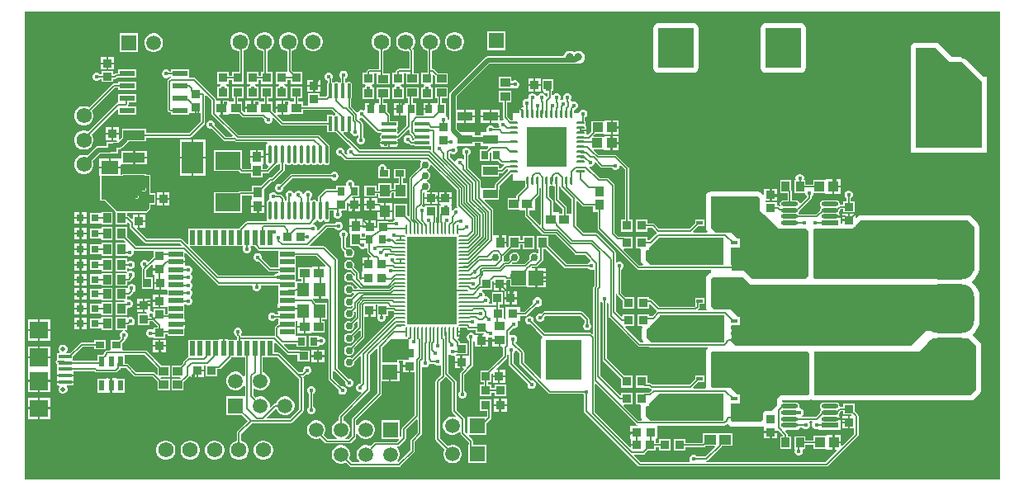
<source format=gtl>
G04*
G04 #@! TF.GenerationSoftware,Altium Limited,Altium Designer,23.4.1 (23)*
G04*
G04 Layer_Physical_Order=1*
G04 Layer_Color=255*
%FSLAX25Y25*%
%MOIN*%
G70*
G04*
G04 #@! TF.SameCoordinates,99A001A7-D63A-4E88-881B-6C0508A0781D*
G04*
G04*
G04 #@! TF.FilePolarity,Positive*
G04*
G01*
G75*
%ADD18R,0.03543X0.04134*%
%ADD19R,0.03150X0.03150*%
%ADD20R,0.03591X0.03772*%
%ADD21R,0.03347X0.03740*%
%ADD22R,0.07874X0.16142*%
G04:AMPARAMS|DCode=23|XSize=61.19mil|YSize=14.8mil|CornerRadius=7.4mil|HoleSize=0mil|Usage=FLASHONLY|Rotation=90.000|XOffset=0mil|YOffset=0mil|HoleType=Round|Shape=RoundedRectangle|*
%AMROUNDEDRECTD23*
21,1,0.06119,0.00000,0,0,90.0*
21,1,0.04639,0.01480,0,0,90.0*
1,1,0.01480,0.00000,0.02320*
1,1,0.01480,0.00000,-0.02320*
1,1,0.01480,0.00000,-0.02320*
1,1,0.01480,0.00000,0.02320*
%
%ADD23ROUNDEDRECTD23*%
%ADD24R,0.01480X0.06119*%
G04:AMPARAMS|DCode=25|XSize=61.19mil|YSize=14.8mil|CornerRadius=7.4mil|HoleSize=0mil|Usage=FLASHONLY|Rotation=0.000|XOffset=0mil|YOffset=0mil|HoleType=Round|Shape=RoundedRectangle|*
%AMROUNDEDRECTD25*
21,1,0.06119,0.00000,0,0,0.0*
21,1,0.04639,0.01480,0,0,0.0*
1,1,0.01480,0.02320,0.00000*
1,1,0.01480,-0.02320,0.00000*
1,1,0.01480,-0.02320,0.00000*
1,1,0.01480,0.02320,0.00000*
%
%ADD25ROUNDEDRECTD25*%
%ADD26R,0.06119X0.01480*%
%ADD27R,0.04134X0.03543*%
%ADD28R,0.03740X0.03740*%
%ADD29R,0.02953X0.03543*%
%ADD30R,0.06102X0.03740*%
%ADD31R,0.07087X0.05512*%
%ADD32R,0.08268X0.07087*%
%ADD33R,0.03766X0.03788*%
%ADD34O,0.01378X0.07874*%
%ADD35R,0.03740X0.03347*%
%ADD36R,0.03740X0.02756*%
%ADD37R,0.02400X0.04400*%
%ADD38R,0.05315X0.01575*%
%ADD39R,0.07480X0.07480*%
%ADD40R,0.07480X0.07087*%
%ADD41R,0.10236X0.07480*%
%ADD42R,0.06102X0.02362*%
%ADD43R,0.08661X0.03937*%
%ADD44R,0.08661X0.12992*%
%ADD45R,0.03961X0.03773*%
%ADD46R,0.02953X0.03347*%
%ADD47R,0.03772X0.03591*%
%ADD48R,0.03963X0.03773*%
%ADD49R,0.03773X0.03963*%
%ADD50R,0.04724X0.05512*%
%ADD51R,0.05906X0.02165*%
%ADD52R,0.02165X0.05906*%
G04:AMPARAMS|DCode=53|XSize=10mil|YSize=35mil|CornerRadius=3.75mil|HoleSize=0mil|Usage=FLASHONLY|Rotation=90.000|XOffset=0mil|YOffset=0mil|HoleType=Round|Shape=RoundedRectangle|*
%AMROUNDEDRECTD53*
21,1,0.01000,0.02750,0,0,90.0*
21,1,0.00250,0.03500,0,0,90.0*
1,1,0.00750,0.01375,0.00125*
1,1,0.00750,0.01375,-0.00125*
1,1,0.00750,-0.01375,-0.00125*
1,1,0.00750,-0.01375,0.00125*
%
%ADD53ROUNDEDRECTD53*%
G04:AMPARAMS|DCode=54|XSize=10mil|YSize=35mil|CornerRadius=3.75mil|HoleSize=0mil|Usage=FLASHONLY|Rotation=0.000|XOffset=0mil|YOffset=0mil|HoleType=Round|Shape=RoundedRectangle|*
%AMROUNDEDRECTD54*
21,1,0.01000,0.02750,0,0,0.0*
21,1,0.00250,0.03500,0,0,0.0*
1,1,0.00750,0.00125,-0.01375*
1,1,0.00750,-0.00125,-0.01375*
1,1,0.00750,-0.00125,0.01375*
1,1,0.00750,0.00125,0.01375*
%
%ADD54ROUNDEDRECTD54*%
G04:AMPARAMS|DCode=56|XSize=7.58mil|YSize=37.8mil|CornerRadius=3.79mil|HoleSize=0mil|Usage=FLASHONLY|Rotation=90.000|XOffset=0mil|YOffset=0mil|HoleType=Round|Shape=RoundedRectangle|*
%AMROUNDEDRECTD56*
21,1,0.00758,0.03022,0,0,90.0*
21,1,0.00000,0.03780,0,0,90.0*
1,1,0.00758,0.01511,0.00000*
1,1,0.00758,0.01511,0.00000*
1,1,0.00758,-0.01511,0.00000*
1,1,0.00758,-0.01511,0.00000*
%
%ADD56ROUNDEDRECTD56*%
G04:AMPARAMS|DCode=57|XSize=7.58mil|YSize=37.84mil|CornerRadius=3.79mil|HoleSize=0mil|Usage=FLASHONLY|Rotation=90.000|XOffset=0mil|YOffset=0mil|HoleType=Round|Shape=RoundedRectangle|*
%AMROUNDEDRECTD57*
21,1,0.00758,0.03026,0,0,90.0*
21,1,0.00000,0.03784,0,0,90.0*
1,1,0.00758,0.01513,0.00000*
1,1,0.00758,0.01513,0.00000*
1,1,0.00758,-0.01513,0.00000*
1,1,0.00758,-0.01513,0.00000*
%
%ADD57ROUNDEDRECTD57*%
G04:AMPARAMS|DCode=58|XSize=37.84mil|YSize=7.58mil|CornerRadius=3.79mil|HoleSize=0mil|Usage=FLASHONLY|Rotation=90.000|XOffset=0mil|YOffset=0mil|HoleType=Round|Shape=RoundedRectangle|*
%AMROUNDEDRECTD58*
21,1,0.03784,0.00000,0,0,90.0*
21,1,0.03026,0.00758,0,0,90.0*
1,1,0.00758,0.00000,0.01513*
1,1,0.00758,0.00000,-0.01513*
1,1,0.00758,0.00000,-0.01513*
1,1,0.00758,0.00000,0.01513*
%
%ADD58ROUNDEDRECTD58*%
%ADD59C,0.00682*%
%ADD60R,0.03740X0.03740*%
%ADD61R,0.05142X0.04166*%
%ADD62R,0.03591X0.04164*%
%ADD63R,0.06102X0.05906*%
%ADD64R,0.05906X0.06102*%
%ADD65R,0.04134X0.04331*%
%ADD66R,0.04164X0.03985*%
%ADD67R,0.04164X0.03591*%
%ADD68R,0.04331X0.05118*%
%ADD69R,0.11634X0.13804*%
%ADD70R,0.02600X0.01500*%
%ADD71R,0.11040X0.06506*%
G04:AMPARAMS|DCode=72|XSize=69.06mil|YSize=18.73mil|CornerRadius=9.37mil|HoleSize=0mil|Usage=FLASHONLY|Rotation=180.000|XOffset=0mil|YOffset=0mil|HoleType=Round|Shape=RoundedRectangle|*
%AMROUNDEDRECTD72*
21,1,0.06906,0.00000,0,0,180.0*
21,1,0.05033,0.01873,0,0,180.0*
1,1,0.01873,-0.02516,0.00000*
1,1,0.01873,0.02516,0.00000*
1,1,0.01873,0.02516,0.00000*
1,1,0.01873,-0.02516,0.00000*
%
%ADD72ROUNDEDRECTD72*%
%ADD73R,0.06906X0.01873*%
%ADD91R,0.16100X0.16100*%
%ADD92R,0.20079X0.35827*%
%ADD107C,0.03000*%
%ADD108C,0.00709*%
%ADD109C,0.01968*%
%ADD110C,0.00500*%
%ADD111R,0.26772X0.26772*%
%ADD112R,0.05906X0.05906*%
%ADD113C,0.05906*%
%ADD114C,0.06201*%
%ADD115R,0.06201X0.06201*%
G04:AMPARAMS|DCode=116|XSize=196.85mil|YSize=196.85mil|CornerRadius=49.21mil|HoleSize=0mil|Usage=FLASHONLY|Rotation=270.000|XOffset=0mil|YOffset=0mil|HoleType=Round|Shape=RoundedRectangle|*
%AMROUNDEDRECTD116*
21,1,0.19685,0.09843,0,0,270.0*
21,1,0.09843,0.19685,0,0,270.0*
1,1,0.09843,-0.04921,-0.04921*
1,1,0.09843,-0.04921,0.04921*
1,1,0.09843,0.04921,0.04921*
1,1,0.09843,0.04921,-0.04921*
%
%ADD116ROUNDEDRECTD116*%
%ADD117R,0.06201X0.06201*%
%ADD118C,0.01968*%
%ADD119C,0.01772*%
%ADD120C,0.03150*%
%ADD121C,0.15748*%
G36*
X393701Y0D02*
X0D01*
Y188976D01*
X393701D01*
Y0D01*
D02*
G37*
%LPC*%
G36*
X194291Y180905D02*
X186811D01*
Y173425D01*
X194291D01*
Y180905D01*
D02*
G37*
G36*
X174134Y180659D02*
X173110D01*
X172121Y180394D01*
X171235Y179883D01*
X170511Y179159D01*
X169999Y178272D01*
X169734Y177284D01*
Y176260D01*
X169999Y175271D01*
X170511Y174384D01*
X171235Y173661D01*
X172121Y173149D01*
X173110Y172884D01*
X174134D01*
X175123Y173149D01*
X176009Y173661D01*
X176733Y174384D01*
X177245Y175271D01*
X177510Y176260D01*
Y177284D01*
X177245Y178272D01*
X176733Y179159D01*
X176009Y179883D01*
X175123Y180394D01*
X174134Y180659D01*
D02*
G37*
G36*
X117047D02*
X116024D01*
X115035Y180394D01*
X114148Y179883D01*
X113424Y179159D01*
X112913Y178272D01*
X112648Y177284D01*
Y176260D01*
X112913Y175271D01*
X113424Y174384D01*
X114148Y173661D01*
X115035Y173149D01*
X116024Y172884D01*
X117047D01*
X118036Y173149D01*
X118923Y173661D01*
X119646Y174384D01*
X120158Y175271D01*
X120423Y176260D01*
Y177284D01*
X120158Y178272D01*
X119646Y179159D01*
X118923Y179883D01*
X118036Y180394D01*
X117047Y180659D01*
D02*
G37*
G36*
X52697Y180118D02*
X51712D01*
X50761Y179863D01*
X49908Y179371D01*
X49212Y178674D01*
X48719Y177822D01*
X48465Y176870D01*
Y175885D01*
X48719Y174934D01*
X49212Y174081D01*
X49908Y173385D01*
X50761Y172893D01*
X51712Y172638D01*
X52697D01*
X53648Y172893D01*
X54501Y173385D01*
X55198Y174081D01*
X55690Y174934D01*
X55945Y175885D01*
Y176870D01*
X55690Y177822D01*
X55198Y178674D01*
X54501Y179371D01*
X53648Y179863D01*
X52697Y180118D01*
D02*
G37*
G36*
X45945D02*
X38465D01*
Y172638D01*
X45945D01*
Y180118D01*
D02*
G37*
G36*
X223961Y173047D02*
X223283D01*
X222628Y172872D01*
X222041Y172533D01*
X221850Y172342D01*
X221660Y172533D01*
X221073Y172872D01*
X220418Y173047D01*
X219740D01*
X219085Y172872D01*
X218498Y172533D01*
X218018Y172053D01*
X217679Y171466D01*
X217504Y170811D01*
Y170805D01*
X187008D01*
X187008Y170805D01*
X186429Y170689D01*
X185938Y170361D01*
X185938Y170361D01*
X171969Y156393D01*
X171641Y155902D01*
X171526Y155323D01*
X171526Y155323D01*
Y144965D01*
X171465Y144946D01*
X170965Y145317D01*
Y145608D01*
X170710Y146223D01*
X170239Y146694D01*
X170057Y146769D01*
X169996Y147244D01*
X169996Y147244D01*
Y151787D01*
X168497D01*
Y153839D01*
X170980D01*
Y158382D01*
X165847D01*
Y153839D01*
X166755D01*
Y151787D01*
X166043D01*
Y151787D01*
X165559Y151825D01*
Y152075D01*
X163689D01*
Y149516D01*
X163295D01*
Y149122D01*
X161032D01*
Y147066D01*
X158611D01*
X158224Y147228D01*
X158185Y147548D01*
Y151787D01*
X156686D01*
Y153839D01*
X159169D01*
Y158382D01*
X154035D01*
Y153839D01*
X154944D01*
Y151787D01*
X154248D01*
X154232Y151787D01*
X153748Y151825D01*
Y152075D01*
X151878D01*
Y149516D01*
Y146957D01*
X153716D01*
X153748Y146957D01*
X154216Y146878D01*
Y142903D01*
X150806Y139494D01*
X150738Y139462D01*
X150551Y139581D01*
X150508Y139690D01*
X150466Y140209D01*
X150639Y140469D01*
X150736Y140953D01*
X150639Y141436D01*
X150415Y141772D01*
X150500Y142064D01*
X150628Y142272D01*
X150711D01*
Y144752D01*
X147629D01*
Y146860D01*
X147563Y147193D01*
X147374Y147476D01*
X146374Y148476D01*
Y151787D01*
X144875D01*
Y153740D01*
X147358D01*
Y158283D01*
X142225D01*
Y153740D01*
X143133D01*
Y151787D01*
X142437D01*
X142421Y151787D01*
X141937Y151825D01*
Y152075D01*
X140067D01*
Y149516D01*
X139279D01*
Y152075D01*
X137409D01*
Y149375D01*
X136909Y149078D01*
X136540Y149231D01*
X135875D01*
X135260Y148976D01*
X134789Y148506D01*
X134721Y148341D01*
X134230Y148244D01*
X131875Y150599D01*
Y153860D01*
X131898Y153875D01*
X132172Y154285D01*
X132268Y154769D01*
Y159408D01*
X132172Y159891D01*
X131898Y160302D01*
X131488Y160576D01*
X131004Y160672D01*
X130520Y160576D01*
X130110Y160302D01*
X129605Y160431D01*
X129463Y160546D01*
Y161874D01*
X129688Y161967D01*
X130159Y162438D01*
X130413Y163053D01*
Y163719D01*
X130159Y164334D01*
X129688Y164804D01*
X129073Y165059D01*
X128407D01*
X127792Y164804D01*
X127322Y164334D01*
X127067Y163719D01*
Y163053D01*
X127322Y162438D01*
X127721Y162038D01*
Y160415D01*
X127551Y160302D01*
X127466Y160175D01*
X126865D01*
X126780Y160302D01*
X126370Y160576D01*
X125886Y160672D01*
X125402Y160576D01*
X124992Y160302D01*
X124471Y160348D01*
X124198Y160630D01*
Y161595D01*
X124253Y161651D01*
X124508Y162266D01*
Y162931D01*
X124253Y163546D01*
X123782Y164017D01*
X123168Y164272D01*
X122502D01*
X121887Y164017D01*
X121416Y163546D01*
X121161Y162931D01*
Y162266D01*
X121416Y161651D01*
X121887Y161180D01*
X122456Y160944D01*
Y160317D01*
X122433Y160302D01*
X122159Y159891D01*
X122063Y159408D01*
Y154945D01*
X121630Y154513D01*
X119299D01*
Y155815D01*
X114559D01*
Y151477D01*
X114559Y151469D01*
X114538Y150977D01*
X112437D01*
Y152492D01*
X110623D01*
Y153838D01*
X112122D01*
Y158579D01*
X107382D01*
Y153838D01*
X108881D01*
Y152492D01*
X107509D01*
X107474Y152492D01*
X107009Y152576D01*
Y152780D01*
X104634D01*
Y150106D01*
Y147432D01*
X107009D01*
Y147636D01*
X107474Y147720D01*
X107509Y147720D01*
X112437D01*
Y149235D01*
X124098D01*
X125598Y147735D01*
X125434Y147193D01*
X125402Y147187D01*
X125067Y146962D01*
X124775Y147047D01*
X124567Y147176D01*
Y147258D01*
X122087D01*
Y144570D01*
X104512D01*
X102112Y146971D01*
X102303Y147432D01*
X103847D01*
Y149713D01*
X101472D01*
Y148264D01*
X101010Y148073D01*
X100130Y148952D01*
Y152492D01*
X98520D01*
Y153838D01*
X100311D01*
Y158579D01*
X95571D01*
Y153838D01*
X96778D01*
Y152492D01*
X95168D01*
Y152492D01*
X94703Y152576D01*
Y152780D01*
X92327D01*
Y150106D01*
X91934D01*
Y149713D01*
X89165D01*
Y148318D01*
X88665Y148111D01*
X87824Y148952D01*
Y152492D01*
X86214D01*
Y153838D01*
X88500D01*
Y158579D01*
X83760D01*
Y153838D01*
X84472D01*
Y152492D01*
X82896D01*
X82861Y152492D01*
X82396Y152576D01*
Y152780D01*
X80021D01*
Y150106D01*
Y147432D01*
X82396D01*
Y147636D01*
X82861Y147720D01*
X82896Y147720D01*
X86592D01*
X87850Y146462D01*
X88132Y146273D01*
X88466Y146207D01*
X96262D01*
X96788Y145681D01*
X96768Y145633D01*
Y144967D01*
X97023Y144352D01*
X97493Y143881D01*
X98108Y143626D01*
X98774D01*
X99389Y143881D01*
X99860Y144352D01*
X100114Y144967D01*
Y145633D01*
X99998Y145913D01*
X100422Y146197D01*
X103535Y143083D01*
X103818Y142894D01*
X104151Y142828D01*
X122087D01*
Y140140D01*
X124567D01*
Y140222D01*
X124775Y140351D01*
X125067Y140436D01*
X125402Y140212D01*
X125799Y140133D01*
X129867Y136064D01*
X130150Y135875D01*
X130255Y135854D01*
X131691Y134419D01*
X131478Y133924D01*
X130942Y133702D01*
X130471Y133231D01*
X130217Y132616D01*
Y131951D01*
X130396Y131517D01*
X130217Y131042D01*
X130143Y130956D01*
X130122Y130952D01*
X129200Y131874D01*
X129232Y131951D01*
Y132616D01*
X128978Y133231D01*
X128507Y133702D01*
X127892Y133957D01*
X127226D01*
X126611Y133702D01*
X126141Y133231D01*
X125886Y132616D01*
Y131951D01*
X126141Y131336D01*
X126611Y130865D01*
X127226Y130610D01*
X127892D01*
X127969Y130642D01*
X129510Y129101D01*
X129793Y128912D01*
X130126Y128846D01*
X159956D01*
X160163Y128346D01*
X160025Y128208D01*
X159721Y127473D01*
Y126677D01*
X159873Y126309D01*
X155668Y122104D01*
X155502Y121856D01*
X155444Y121563D01*
Y106339D01*
X155006Y106151D01*
X154642Y106445D01*
Y111433D01*
X149311D01*
Y105315D01*
X149648D01*
X149667Y104823D01*
X149052Y104568D01*
X148582Y104097D01*
X148550Y104021D01*
X146866D01*
Y104248D01*
X142520D01*
Y101271D01*
X142339Y101163D01*
X141839Y101446D01*
Y101484D01*
X139378D01*
X136917D01*
Y99220D01*
X137333Y99159D01*
Y97828D01*
X136063D01*
Y99419D01*
X136351D01*
Y101895D01*
X133768D01*
X131185D01*
Y99419D01*
X131472D01*
Y94375D01*
X134831D01*
X134941Y94265D01*
Y94197D01*
X135196Y93582D01*
X135666Y93111D01*
X136281Y92856D01*
X136947D01*
X137562Y93111D01*
X137938Y93487D01*
X138381Y93369D01*
X138438Y93334D01*
Y91793D01*
X138504Y91460D01*
X138693Y91177D01*
X139940Y89930D01*
X139749Y89468D01*
X139272D01*
Y86811D01*
X138878D01*
Y86417D01*
X136417D01*
Y84153D01*
X136319Y83957D01*
X136319D01*
Y81693D01*
X138779D01*
Y80905D01*
X136319D01*
Y80484D01*
X135857Y80293D01*
X134992Y81158D01*
Y83308D01*
X134992Y83308D01*
X134934Y83601D01*
X134768Y83849D01*
X132859Y85758D01*
X133012Y86126D01*
Y86921D01*
X132707Y87656D01*
X132145Y88219D01*
X131410Y88524D01*
X130614D01*
X129879Y88219D01*
X129316Y87656D01*
X129012Y86921D01*
Y86126D01*
X129316Y85391D01*
X129879Y84828D01*
X130614Y84524D01*
X131410D01*
X131778Y84676D01*
X133462Y82992D01*
Y82219D01*
X132962Y82119D01*
X132707Y82735D01*
X132145Y83298D01*
X131410Y83602D01*
X130614D01*
X129879Y83298D01*
X129316Y82735D01*
X129012Y82000D01*
Y81204D01*
X129316Y80469D01*
X129879Y79907D01*
X130614Y79602D01*
X131410D01*
X132056Y79870D01*
X134383Y77543D01*
X134192Y77082D01*
X133011D01*
X132707Y77814D01*
X132145Y78377D01*
X131410Y78681D01*
X130614D01*
X129879Y78377D01*
X129316Y77814D01*
X129012Y77079D01*
Y76283D01*
X129316Y75548D01*
X129879Y74985D01*
X130614Y74681D01*
X131410D01*
X132145Y74985D01*
X132608Y75448D01*
X132879Y75415D01*
X133051Y75047D01*
X133055Y74885D01*
X131778Y73607D01*
X131410Y73760D01*
X130614D01*
X129879Y73455D01*
X129316Y72893D01*
X129012Y72158D01*
Y71362D01*
X129316Y70627D01*
X129879Y70064D01*
X130614Y69760D01*
X131410D01*
X132053Y70026D01*
X132413Y69906D01*
X132589Y69802D01*
X132627Y69535D01*
X131778Y68686D01*
X131410Y68839D01*
X130614D01*
X129879Y68534D01*
X129316Y67971D01*
X129012Y67236D01*
Y66441D01*
X129316Y65706D01*
X129879Y65143D01*
X130614Y64839D01*
X131410D01*
X132145Y65143D01*
X132707Y65706D01*
X133012Y66441D01*
Y67236D01*
X132859Y67605D01*
X133216Y67962D01*
X133678Y67770D01*
Y65665D01*
X131778Y63765D01*
X131410Y63917D01*
X130614D01*
X129879Y63613D01*
X129316Y63050D01*
X129012Y62315D01*
Y61519D01*
X129316Y60784D01*
X129879Y60222D01*
X130614Y59917D01*
X131410D01*
X132145Y60222D01*
X132707Y60784D01*
X133012Y61519D01*
Y62315D01*
X132859Y62683D01*
X134110Y63934D01*
X134572Y63743D01*
Y61638D01*
X131778Y58844D01*
X131410Y58996D01*
X130614D01*
X129879Y58692D01*
X129316Y58129D01*
X129012Y57394D01*
Y56598D01*
X129316Y55863D01*
X129879Y55301D01*
X130614Y54996D01*
X131410D01*
X132145Y55301D01*
X132707Y55863D01*
X133012Y56598D01*
Y57394D01*
X132859Y57762D01*
X135231Y60134D01*
X135693Y59943D01*
Y57838D01*
X131778Y53922D01*
X131410Y54075D01*
X130614D01*
X129879Y53770D01*
X129316Y53208D01*
X129012Y52473D01*
Y51677D01*
X129316Y50942D01*
X129879Y50379D01*
X130614Y50075D01*
X131410D01*
X132145Y50379D01*
X132707Y50942D01*
X133012Y51677D01*
Y52473D01*
X132859Y52841D01*
X136998Y56980D01*
X136998Y56980D01*
X137164Y57228D01*
X137223Y57521D01*
X137223Y57521D01*
Y65650D01*
X138878D01*
Y68307D01*
X139272D01*
Y68701D01*
X141732D01*
Y70450D01*
X142413D01*
Y65937D01*
X142413D01*
X142482Y65834D01*
X142421Y65687D01*
Y65022D01*
X142676Y64407D01*
X143147Y63936D01*
X143762Y63681D01*
X144427D01*
X145042Y63936D01*
X145513Y64407D01*
X145768Y65022D01*
Y65687D01*
X145935Y65937D01*
X146760D01*
Y68088D01*
X148782D01*
X149019Y67852D01*
X149068Y67782D01*
X149166Y67294D01*
X149154Y67232D01*
X151777D01*
Y66445D01*
X149154D01*
X149166Y66383D01*
X149193Y66343D01*
X149190Y65758D01*
X149094Y65659D01*
X132214Y48779D01*
X132145Y48849D01*
X131410Y49154D01*
X130614D01*
X129879Y48849D01*
X129316Y48286D01*
X129012Y47551D01*
Y46756D01*
X129316Y46020D01*
X129879Y45458D01*
X130614Y45153D01*
X131410D01*
X132145Y45458D01*
X132707Y46020D01*
X133012Y46756D01*
Y47414D01*
X135383Y49785D01*
X135845Y49594D01*
Y38842D01*
X135684Y38681D01*
X135100D01*
X134485Y38426D01*
X134015Y37956D01*
X133760Y37341D01*
Y36675D01*
X134015Y36060D01*
X134485Y35589D01*
X135100Y35335D01*
X135758D01*
X135781Y35311D01*
X136035Y34905D01*
X127179Y26049D01*
X126990Y25766D01*
X126924Y25433D01*
Y23717D01*
X126352Y23564D01*
X125499Y23072D01*
X124802Y22375D01*
X124310Y21522D01*
X124055Y20571D01*
Y19586D01*
X124310Y18635D01*
X124802Y17782D01*
X125499Y17086D01*
X126123Y16725D01*
X125989Y16225D01*
X122408D01*
X120811Y17822D01*
X121281Y18635D01*
X121535Y19586D01*
Y20571D01*
X121281Y21522D01*
X120788Y22375D01*
X120092Y23072D01*
X119239Y23564D01*
X118288Y23819D01*
X117303D01*
X116352Y23564D01*
X115499Y23072D01*
X114802Y22375D01*
X114310Y21522D01*
X114055Y20571D01*
Y19586D01*
X114310Y18635D01*
X114802Y17782D01*
X115499Y17086D01*
X116352Y16593D01*
X117303Y16339D01*
X118288D01*
X119239Y16593D01*
X119453Y16717D01*
X121431Y14738D01*
X121714Y14550D01*
X122047Y14483D01*
X131102D01*
X131436Y14550D01*
X131718Y14738D01*
X133687Y16707D01*
X133876Y16989D01*
X133942Y17323D01*
Y18273D01*
X134442Y18407D01*
X134802Y17782D01*
X135499Y17086D01*
X136352Y16593D01*
X137303Y16339D01*
X138288D01*
X139239Y16593D01*
X140092Y17086D01*
X140788Y17782D01*
X141280Y18635D01*
X141535Y19586D01*
Y20571D01*
X141280Y21522D01*
X140788Y22375D01*
X140092Y23072D01*
X139239Y23564D01*
X138288Y23819D01*
X137303D01*
X136352Y23564D01*
X135499Y23072D01*
X134802Y22375D01*
X134442Y21751D01*
X133942Y21885D01*
Y23989D01*
X143970Y34018D01*
X144159Y34300D01*
X144225Y34633D01*
Y39476D01*
X147154D01*
Y43216D01*
X147547D01*
Y43610D01*
X151386D01*
Y46957D01*
X151098D01*
Y47884D01*
X152854D01*
Y46161D01*
X155512D01*
Y45768D01*
X155905D01*
Y43307D01*
X157653D01*
Y25944D01*
X152534Y20825D01*
X152345Y20542D01*
X152278Y20209D01*
Y17063D01*
X152035Y16876D01*
X151535Y17116D01*
Y23819D01*
X144055D01*
Y16339D01*
X151014D01*
X151221Y15839D01*
X150427Y15044D01*
X141890D01*
X141556Y14978D01*
X141274Y14789D01*
X139752Y13268D01*
X139239Y13564D01*
X138288Y13819D01*
X137303D01*
X136352Y13564D01*
X135499Y13072D01*
X134802Y12375D01*
X134310Y11522D01*
X134055Y10571D01*
Y9586D01*
X134310Y8635D01*
X134802Y7782D01*
X135308Y7277D01*
X135101Y6777D01*
X132329D01*
X130984Y8122D01*
X131281Y8635D01*
X131535Y9586D01*
Y10571D01*
X131281Y11522D01*
X130788Y12375D01*
X130092Y13072D01*
X129239Y13564D01*
X128288Y13819D01*
X127303D01*
X126352Y13564D01*
X125499Y13072D01*
X124802Y12375D01*
X124310Y11522D01*
X124055Y10571D01*
Y9586D01*
X124310Y8635D01*
X124802Y7782D01*
X125499Y7086D01*
X126352Y6594D01*
X127303Y6339D01*
X128288D01*
X129239Y6594D01*
X129752Y6890D01*
X131353Y5290D01*
X131635Y5101D01*
X131968Y5034D01*
X151181D01*
X151514Y5101D01*
X151797Y5290D01*
X157309Y10801D01*
X157498Y11084D01*
X157564Y11417D01*
Y15387D01*
X160242Y18065D01*
X160431Y18348D01*
X160497Y18681D01*
Y45205D01*
X160997Y45404D01*
X161533Y45182D01*
X162199D01*
X162814Y45437D01*
X163285Y45908D01*
X163527Y46493D01*
X163557Y46538D01*
X163570Y46548D01*
X164039Y46809D01*
X164252Y46767D01*
X165333D01*
X165365Y46690D01*
X165836Y46219D01*
X166451Y45965D01*
X167116D01*
X167653Y46187D01*
X168153Y45987D01*
Y42030D01*
X166241Y40119D01*
X166052Y39836D01*
X165986Y39503D01*
Y16214D01*
X166052Y15880D01*
X166241Y15598D01*
X169646Y12193D01*
X169349Y11680D01*
X169095Y10729D01*
Y9744D01*
X169349Y8793D01*
X169842Y7940D01*
X170538Y7243D01*
X171391Y6751D01*
X172342Y6496D01*
X173327D01*
X174278Y6751D01*
X175131Y7243D01*
X175828Y7940D01*
X176320Y8793D01*
X176575Y9744D01*
Y10729D01*
X176320Y11680D01*
X175828Y12533D01*
X175131Y13229D01*
X174278Y13722D01*
X173327Y13976D01*
X172342D01*
X171391Y13722D01*
X170878Y13425D01*
X167728Y16575D01*
Y39142D01*
X169640Y41053D01*
X169732Y41192D01*
X170204Y41310D01*
X170331Y41301D01*
X172654Y38978D01*
Y27475D01*
X172720Y27142D01*
X172909Y26859D01*
X174108Y25660D01*
X173849Y25212D01*
X173170Y25394D01*
X172185D01*
X171233Y25139D01*
X170381Y24646D01*
X169684Y23950D01*
X169192Y23097D01*
X168937Y22146D01*
Y21161D01*
X169192Y20210D01*
X169684Y19357D01*
X170381Y18661D01*
X171233Y18168D01*
X172185Y17913D01*
X173170D01*
X174121Y18168D01*
X174974Y18661D01*
X175509Y19196D01*
X176009Y18989D01*
Y18762D01*
X176076Y18428D01*
X176265Y18146D01*
X179365Y15045D01*
Y13976D01*
X179095D01*
Y6496D01*
X186575D01*
Y13976D01*
X181107D01*
Y15406D01*
X181041Y15739D01*
X180852Y16022D01*
X179423Y17451D01*
X179614Y17913D01*
X186417D01*
Y22587D01*
X188262Y24431D01*
X188451Y24714D01*
X188517Y25047D01*
Y28512D01*
X188500Y28596D01*
Y32398D01*
X183760D01*
Y27657D01*
X186775D01*
Y25738D01*
X186417Y25394D01*
X178937D01*
Y18590D01*
X178475Y18399D01*
X177752Y19123D01*
Y24119D01*
X177685Y24453D01*
X177497Y24735D01*
X174396Y27836D01*
Y39339D01*
X174330Y39672D01*
X174141Y39955D01*
X170997Y43099D01*
Y50393D01*
X171115Y50459D01*
X171497Y50546D01*
X171887Y50156D01*
X172502Y49902D01*
X173168D01*
X173281Y49948D01*
X173721Y49589D01*
Y47736D01*
X175984D01*
Y49803D01*
X174520D01*
X174264Y50303D01*
X174395Y50484D01*
X178748D01*
Y54831D01*
X175733D01*
Y55335D01*
X175667Y55668D01*
X175478Y55950D01*
X174943Y56485D01*
X175108Y57028D01*
X175168Y57040D01*
X175553Y57298D01*
X175811Y57683D01*
X175902Y58138D01*
Y59258D01*
X174713D01*
Y60045D01*
X175902D01*
Y61164D01*
X175946Y61218D01*
X178366D01*
X178971Y60612D01*
X179254Y60424D01*
X179587Y60357D01*
X182185D01*
Y59055D01*
X185408D01*
X185539Y58874D01*
X185284Y58374D01*
X184949D01*
Y56307D01*
X187213D01*
Y57131D01*
X187628Y57409D01*
X187662Y57394D01*
X188328D01*
X188462Y57450D01*
X188878Y57172D01*
Y56693D01*
X191732D01*
Y56299D01*
X192126D01*
Y53740D01*
X192860D01*
X193213Y53240D01*
X193202Y53187D01*
Y50044D01*
X187170Y44012D01*
X184055D01*
Y39272D01*
X185357D01*
Y38303D01*
X183760D01*
Y33563D01*
X188500D01*
Y35062D01*
X189665D01*
Y33563D01*
X194405D01*
Y38303D01*
X189665D01*
Y36804D01*
X188500D01*
Y38303D01*
X187099D01*
Y39272D01*
X188402D01*
Y42565D01*
X188583Y42702D01*
X189083Y42453D01*
Y42035D01*
X191150D01*
Y44299D01*
X190574D01*
X190383Y44761D01*
X194689Y49067D01*
X194878Y49350D01*
X194944Y49683D01*
Y50352D01*
X195444Y50620D01*
X195585Y50525D01*
Y46457D01*
X195651Y46124D01*
X195840Y45841D01*
X203083Y38598D01*
X203051Y38522D01*
Y37856D01*
X203306Y37241D01*
X203777Y36770D01*
X204392Y36516D01*
X205057D01*
X205672Y36770D01*
X206143Y37241D01*
X206398Y37856D01*
Y38522D01*
X206143Y39137D01*
X205672Y39608D01*
X205057Y39862D01*
X204392D01*
X204315Y39830D01*
X197327Y46818D01*
Y50940D01*
X197384Y50963D01*
X197855Y51434D01*
X198077Y51970D01*
X198572Y52183D01*
X199916Y50838D01*
Y46850D01*
X199983Y46517D01*
X200171Y46235D01*
X211589Y34817D01*
X211871Y34628D01*
X212205Y34562D01*
X225321D01*
X225353Y34485D01*
X225824Y34015D01*
X225901Y33983D01*
Y27649D01*
X225967Y27316D01*
X226156Y27033D01*
X247777Y5412D01*
X248060Y5223D01*
X248393Y5156D01*
X323762D01*
X324096Y5223D01*
X324378Y5412D01*
X336411Y17444D01*
X336600Y17727D01*
X336666Y18060D01*
Y25539D01*
X336600Y25873D01*
X336411Y26155D01*
X335154Y27413D01*
Y30527D01*
X330413D01*
Y29119D01*
X329516D01*
X329101Y29524D01*
X329077Y29597D01*
X328978Y30096D01*
X328660Y30571D01*
X328185Y30889D01*
X327624Y31000D01*
X322591D01*
X322031Y30889D01*
X321556Y30571D01*
X321238Y30096D01*
X321127Y29535D01*
X321238Y28975D01*
X321503Y28578D01*
X321555Y28256D01*
X321503Y27933D01*
X321238Y27537D01*
X321127Y26976D01*
X321152Y26851D01*
X319483Y25182D01*
X314159D01*
X313984Y25682D01*
X314330Y26029D01*
X314585Y26643D01*
Y27309D01*
X314330Y27924D01*
X313860Y28395D01*
X313245Y28650D01*
X313171D01*
X312867Y29150D01*
X312944Y29535D01*
X312832Y30096D01*
X312515Y30571D01*
X312040Y30889D01*
X311479Y31000D01*
X306447D01*
X306331Y30977D01*
X305944Y31294D01*
Y31846D01*
X305949Y31851D01*
X316142D01*
X316910Y32004D01*
X317520Y32412D01*
X317643Y32329D01*
X317684Y32288D01*
X317738Y32266D01*
X318130Y32004D01*
X318898Y31851D01*
X381890D01*
X382658Y32004D01*
X383309Y32439D01*
X385671Y34801D01*
X386106Y35452D01*
X386259Y36220D01*
Y53937D01*
X386106Y54705D01*
X385671Y55356D01*
X382882Y58145D01*
X382907Y58644D01*
X383439Y59081D01*
X384300Y60130D01*
X384939Y61327D01*
X385333Y62626D01*
X385466Y63976D01*
Y73819D01*
X385333Y75169D01*
X384939Y76468D01*
X384300Y77665D01*
X383439Y78714D01*
X382588Y79413D01*
X382554Y79492D01*
Y79957D01*
X382588Y80036D01*
X383439Y80735D01*
X384300Y81784D01*
X384939Y82981D01*
X385122Y83583D01*
X385319Y83878D01*
X385472Y84646D01*
Y101969D01*
X385319Y102737D01*
X384884Y103388D01*
X382128Y106144D01*
X381477Y106579D01*
X380709Y106731D01*
X337795D01*
X337027Y106579D01*
X336376Y106144D01*
X335903Y105670D01*
X335441Y105862D01*
Y107193D01*
X333177D01*
Y104732D01*
X332783D01*
Y104339D01*
X330126D01*
Y103188D01*
X329561D01*
Y105488D01*
X329561D01*
X329373Y105717D01*
X325108D01*
Y106504D01*
X329304D01*
X329248Y106783D01*
X328867Y107353D01*
X328872Y107951D01*
X328977Y108109D01*
X329089Y108669D01*
X329064Y108795D01*
X329552Y109283D01*
X330413D01*
Y107874D01*
X335153D01*
Y112221D01*
X333548D01*
Y113510D01*
X333625Y113542D01*
X334096Y114013D01*
X334350Y114628D01*
Y115293D01*
X334096Y115908D01*
X333625Y116379D01*
X333010Y116634D01*
X332344D01*
X331729Y116379D01*
X331259Y115908D01*
X331004Y115293D01*
Y114628D01*
X331259Y114013D01*
X331729Y113542D01*
X331806Y113510D01*
Y112221D01*
X330413D01*
Y110812D01*
X329516D01*
X329101Y111217D01*
X329077Y111290D01*
X328977Y111789D01*
X328660Y112264D01*
X328185Y112582D01*
X327624Y112693D01*
X322591D01*
X322031Y112582D01*
X321556Y112264D01*
X321238Y111789D01*
X321127Y111228D01*
X321238Y110668D01*
X321503Y110271D01*
X321555Y109949D01*
X321503Y109626D01*
X321238Y109230D01*
X321127Y108669D01*
X321152Y108544D01*
X319483Y106875D01*
X312696D01*
X312515Y107146D01*
Y107634D01*
X312832Y108109D01*
X312911Y108504D01*
X312956Y108534D01*
X317545Y113123D01*
X317734Y113406D01*
X317800Y113739D01*
Y114298D01*
X317877Y114330D01*
X318348Y114800D01*
X318602Y115415D01*
Y115551D01*
X323249D01*
X323630Y115264D01*
X323920Y115264D01*
X326091D01*
Y118217D01*
Y121169D01*
X323920D01*
X323630Y121169D01*
X323249Y120882D01*
X323130D01*
X318406D01*
Y119088D01*
X315272D01*
Y120783D01*
X314893D01*
X314615Y121199D01*
X314665Y121321D01*
Y121986D01*
X314411Y122601D01*
X313940Y123072D01*
X313325Y123327D01*
X312659D01*
X312044Y123072D01*
X311574Y122601D01*
X311319Y121986D01*
Y121321D01*
X311369Y121199D01*
X311091Y120783D01*
X310728D01*
Y115650D01*
X315256D01*
Y115415D01*
X315511Y114800D01*
X315813Y114498D01*
X315842Y113933D01*
X315815Y113857D01*
X313409Y111451D01*
X312867Y111616D01*
X312832Y111789D01*
X312515Y112264D01*
X312040Y112582D01*
X311479Y112693D01*
X309834D01*
Y116250D01*
X309768Y116583D01*
X309579Y116866D01*
X309563Y116882D01*
Y120783D01*
X305020D01*
Y115650D01*
X308092D01*
Y112693D01*
X306447D01*
X305886Y112582D01*
X305411Y112264D01*
X305093Y111789D01*
X304982Y111228D01*
X305086Y110704D01*
X305006Y110601D01*
X304695Y110364D01*
X304554Y110458D01*
X304221Y110525D01*
X303658D01*
Y111827D01*
X299384D01*
X299135Y112327D01*
X299272Y112508D01*
X300894D01*
Y114969D01*
Y117429D01*
X298630D01*
Y115142D01*
X298130Y114945D01*
X297482Y115592D01*
X296831Y116027D01*
X296063Y116180D01*
X277034D01*
X276266Y116027D01*
X275615Y115592D01*
X275180Y114941D01*
X275027Y114173D01*
Y112290D01*
Y102490D01*
Y101706D01*
X275180Y100938D01*
X275615Y100287D01*
X275795Y100107D01*
X275604Y99645D01*
X270116D01*
X269909Y100145D01*
X272066Y102301D01*
X274434D01*
Y104801D01*
X270834D01*
Y103533D01*
X268510Y101209D01*
X256285D01*
X254410Y103084D01*
X254128Y103273D01*
X253794Y103340D01*
X251508D01*
Y104862D01*
X246743D01*
Y100075D01*
X251508D01*
Y101597D01*
X253433D01*
X255175Y99856D01*
X255193Y99381D01*
X255142Y99232D01*
X254880Y99057D01*
X252273Y96450D01*
X251505D01*
Y97973D01*
X246739D01*
Y93185D01*
X248572D01*
X248891Y92685D01*
X248780Y92126D01*
X248780Y88583D01*
X248933Y87815D01*
X249368Y87164D01*
X249746Y86786D01*
X249555Y86324D01*
X248305D01*
X241906Y92723D01*
X242097Y93185D01*
X245593D01*
Y97973D01*
X241765D01*
X241681Y97989D01*
X239857D01*
X238273Y99573D01*
Y118504D01*
X238206Y118837D01*
X238018Y119120D01*
X235655Y121482D01*
X235373Y121671D01*
X235039Y121737D01*
X232061D01*
X228019Y125779D01*
X228226Y126279D01*
X228679D01*
X229294Y126534D01*
X229765Y127005D01*
X230019Y127620D01*
Y127935D01*
X230519Y128142D01*
X232506Y126156D01*
X232788Y125967D01*
X233122Y125901D01*
X237132D01*
X237164Y125824D01*
X237635Y125353D01*
X238250Y125098D01*
X238915D01*
X239530Y125353D01*
X240001Y125824D01*
X240256Y126439D01*
Y126503D01*
X240756Y126710D01*
X242342Y125124D01*
Y104862D01*
X240830D01*
Y100075D01*
X245596D01*
Y104862D01*
X244084D01*
Y125484D01*
X244018Y125818D01*
X243829Y126100D01*
X239199Y130731D01*
X238916Y130920D01*
X238583Y130986D01*
X231698D01*
X229930Y132754D01*
X229831Y132820D01*
X229779Y132872D01*
X229970Y133334D01*
X233757Y133334D01*
X234138Y133047D01*
X234245Y133047D01*
X236614D01*
Y135827D01*
Y138607D01*
X234138Y138607D01*
X233757Y138319D01*
X233638Y138319D01*
X229811D01*
X229619Y138781D01*
X230277Y139439D01*
X230407Y139634D01*
X233864Y139634D01*
X234245Y139346D01*
X234352Y139346D01*
X236721D01*
Y142126D01*
Y144906D01*
X234245Y144906D01*
X233864Y144618D01*
X233745Y144618D01*
X228807D01*
Y140572D01*
X228790Y140488D01*
Y140416D01*
X227552Y139177D01*
X227269Y139210D01*
X227199Y139258D01*
X226897Y139710D01*
X226943Y139942D01*
Y140192D01*
X226853Y140645D01*
X226609Y141051D01*
X226853Y141457D01*
X226943Y141910D01*
Y142160D01*
X226853Y142614D01*
X226596Y142998D01*
X226582Y143537D01*
X226650Y143879D01*
Y144129D01*
X226582Y144470D01*
X226389Y144760D01*
X226314Y144810D01*
Y146126D01*
X226538Y146219D01*
X227009Y146690D01*
X227264Y147305D01*
Y147971D01*
X227009Y148586D01*
X226538Y149056D01*
X225923Y149311D01*
X225258D01*
X224643Y149056D01*
X224172Y148586D01*
X223942Y148031D01*
X221793D01*
Y148986D01*
X222004Y149417D01*
X222619Y149672D01*
X223090Y150143D01*
X223344Y150758D01*
Y151423D01*
X223090Y152038D01*
X222619Y152509D01*
X222004Y152764D01*
X221339D01*
X221051Y152645D01*
X220469Y152877D01*
X220436Y152972D01*
X220459Y153132D01*
X220619Y153292D01*
X220874Y153907D01*
Y154573D01*
X220619Y155188D01*
X220148Y155658D01*
X219533Y155913D01*
X218867D01*
X218253Y155658D01*
X217782Y155188D01*
X217527Y154573D01*
Y153907D01*
X217641Y153632D01*
X217307Y153132D01*
X217067D01*
X216651Y152960D01*
X216451Y153144D01*
X216318Y153363D01*
X216543Y153907D01*
Y154573D01*
X216289Y155188D01*
X215818Y155659D01*
X215203Y155913D01*
X214537D01*
X213922Y155659D01*
X213485Y155221D01*
X213326Y155237D01*
X212985Y155368D01*
Y156988D01*
X213402D01*
Y161728D01*
X209055D01*
Y156988D01*
X209416D01*
X209605Y156533D01*
X210076Y156062D01*
X210691Y155807D01*
X211243D01*
Y154847D01*
X210963Y154632D01*
X210441Y154797D01*
X210279Y155188D01*
X209808Y155659D01*
X209193Y155913D01*
X208527D01*
X207912Y155659D01*
X207442Y155188D01*
X207187Y154573D01*
X206701D01*
X206446Y155188D01*
X205975Y155659D01*
X205360Y155913D01*
X204695D01*
X204080Y155659D01*
X203609Y155188D01*
X203354Y154573D01*
Y154128D01*
X203052Y153794D01*
X202892Y153734D01*
X202332D01*
X201718Y153480D01*
X201247Y153009D01*
X200992Y152394D01*
Y151728D01*
X201247Y151113D01*
X201675Y150685D01*
X201708Y150583D01*
X201686Y150537D01*
X201216Y150172D01*
X200965D01*
X200512Y150081D01*
X200127Y149825D01*
X199871Y149440D01*
X199780Y148986D01*
Y148031D01*
X197244D01*
Y145021D01*
X196448D01*
X194875Y146594D01*
Y152264D01*
X196571D01*
Y156807D01*
X191437D01*
Y152264D01*
X193133D01*
Y146233D01*
X193199Y145900D01*
X193388Y145617D01*
X193528Y145477D01*
X193318Y144980D01*
X192854D01*
X192437Y144808D01*
X191937Y145077D01*
Y146268D01*
X188492D01*
Y144004D01*
X191271D01*
X191514Y143640D01*
Y142974D01*
X191695Y142536D01*
X191468Y142094D01*
X191402Y142036D01*
X189639D01*
X189608Y142113D01*
X189137Y142584D01*
X188522Y142839D01*
X187856D01*
X187241Y142584D01*
X186770Y142113D01*
X186516Y141498D01*
Y140832D01*
X186573Y140695D01*
X186295Y140279D01*
X184047D01*
Y138923D01*
X181913D01*
Y140279D01*
X175951D01*
X174553Y141678D01*
Y144004D01*
X177469D01*
Y146661D01*
Y149319D01*
X174553D01*
Y154696D01*
X187635Y167778D01*
X220079D01*
X220276Y167817D01*
X220472Y167778D01*
X222121D01*
X222121Y167778D01*
X222701Y167893D01*
X222872Y168008D01*
X223283Y167898D01*
X223961D01*
X224616Y168073D01*
X225203Y168412D01*
X225682Y168892D01*
X226021Y169479D01*
X226197Y170133D01*
Y170811D01*
X226021Y171466D01*
X225682Y172053D01*
X225203Y172533D01*
X224616Y172872D01*
X223961Y173047D01*
D02*
G37*
G36*
X36122Y170472D02*
X33858D01*
Y168405D01*
X36122D01*
Y170472D01*
D02*
G37*
G36*
X33071D02*
X30807D01*
Y168405D01*
X33071D01*
Y170472D01*
D02*
G37*
G36*
X36122Y167618D02*
X33858D01*
Y165551D01*
X36122D01*
Y167618D01*
D02*
G37*
G36*
X33071D02*
X30807D01*
Y165551D01*
X33071D01*
Y167618D01*
D02*
G37*
G36*
X66346Y165677D02*
X59244D01*
Y164651D01*
X58537D01*
X58505Y164727D01*
X58034Y165198D01*
X57419Y165453D01*
X56754D01*
X56139Y165198D01*
X55668Y164727D01*
X55413Y164112D01*
Y163447D01*
X55668Y162832D01*
X56139Y162361D01*
X56754Y162106D01*
X57419D01*
X58034Y162361D01*
X58447Y162773D01*
X58957Y162803D01*
X58999Y162800D01*
X59131Y162668D01*
X59186Y162408D01*
X58938Y162124D01*
X58848Y162064D01*
X58655Y161935D01*
X57986Y161266D01*
X57797Y160983D01*
X57731Y160650D01*
Y149411D01*
X57797Y149078D01*
X57986Y148795D01*
X58402Y148380D01*
X58684Y148191D01*
X59017Y148125D01*
X59244D01*
Y147315D01*
X66346D01*
Y147372D01*
X66437Y147835D01*
X68701D01*
Y150295D01*
X69488D01*
Y147835D01*
X71235D01*
Y144496D01*
X66587Y139848D01*
X49122D01*
Y141445D01*
X39461D01*
Y138138D01*
X39450Y138082D01*
X38516Y137149D01*
X38016Y137356D01*
Y139279D01*
X35827D01*
Y137000D01*
X37205D01*
X37473Y136500D01*
X37382Y136364D01*
X36244D01*
X36244Y136364D01*
X36098Y136335D01*
X33138D01*
Y134560D01*
X29897D01*
X29897Y134560D01*
X29318Y134445D01*
X28827Y134117D01*
X28827Y134117D01*
X25502Y130792D01*
X24528Y131053D01*
X23504D01*
X22515Y130788D01*
X21629Y130276D01*
X20905Y129552D01*
X20393Y128666D01*
X20128Y127677D01*
Y126654D01*
X20393Y125665D01*
X20905Y124778D01*
X21629Y124054D01*
X22515Y123542D01*
X23504Y123278D01*
X24528D01*
X25516Y123542D01*
X26403Y124054D01*
X27127Y124778D01*
X27639Y125665D01*
X27904Y126654D01*
Y127677D01*
X27642Y128652D01*
X30524Y131534D01*
X34622D01*
X34622Y131534D01*
X34768Y131563D01*
X37729D01*
Y133337D01*
X38358D01*
X38358Y133337D01*
X38938Y133453D01*
X39428Y133781D01*
X42015Y136367D01*
X42015Y136367D01*
X42109Y136508D01*
X49122D01*
Y138105D01*
X66948D01*
X67281Y138172D01*
X67564Y138361D01*
X72722Y143519D01*
X72911Y143802D01*
X72977Y144135D01*
Y154946D01*
X73477Y155154D01*
X75633Y152998D01*
Y147747D01*
X75699Y147414D01*
X75888Y147131D01*
X84127Y138892D01*
X83936Y138430D01*
X81306D01*
X76838Y142897D01*
X76870Y142974D01*
Y143640D01*
X76615Y144255D01*
X76145Y144726D01*
X75530Y144980D01*
X74864D01*
X74249Y144726D01*
X73778Y144255D01*
X73524Y143640D01*
Y142974D01*
X73778Y142359D01*
X74249Y141889D01*
X74864Y141634D01*
X75530D01*
X75606Y141666D01*
X80329Y136943D01*
X80611Y136754D01*
X80945Y136688D01*
X84772D01*
X84990Y136471D01*
X85272Y136282D01*
X85606Y136216D01*
X97955D01*
X98107Y135716D01*
X97951Y135612D01*
X97625Y135123D01*
X97510Y134547D01*
Y131693D01*
X99016D01*
Y130905D01*
X97510D01*
Y128051D01*
X97625Y127475D01*
X97951Y126987D01*
X98341Y126726D01*
X98499Y126178D01*
X97697Y125376D01*
X96284D01*
Y126951D01*
X96284Y126986D01*
X96367Y127451D01*
X96571D01*
Y129826D01*
X93898D01*
X91224D01*
Y127451D01*
X91428D01*
X91511Y126986D01*
X91511Y126951D01*
Y125376D01*
X88061D01*
X87705Y125732D01*
Y132980D01*
X76468D01*
Y124500D01*
X86473D01*
X87084Y123889D01*
X87367Y123700D01*
X87700Y123634D01*
X91511D01*
Y122023D01*
X96284D01*
Y123634D01*
X98058D01*
X98391Y123700D01*
X98674Y123889D01*
X101637Y126851D01*
X102039Y126931D01*
X102432Y127194D01*
X102433Y127195D01*
X103012Y127234D01*
X103263Y126968D01*
Y125361D01*
X99836Y121934D01*
X99308D01*
X98974Y121868D01*
X98692Y121679D01*
X95541Y118528D01*
X91905D01*
Y116422D01*
X87205D01*
X86871Y116356D01*
X86589Y116167D01*
X86473Y116051D01*
X76468D01*
Y107571D01*
X87705D01*
Y114680D01*
X91905D01*
Y113600D01*
X91905Y113565D01*
X91821Y113100D01*
X91618D01*
Y110725D01*
X94291D01*
X96965D01*
Y113100D01*
X96761D01*
X96678Y113565D01*
X96678Y113600D01*
Y117201D01*
X99668Y120192D01*
X100197D01*
X100530Y120258D01*
X100813Y120447D01*
X104750Y124384D01*
X104938Y124667D01*
X105005Y125000D01*
Y127215D01*
X105136Y127410D01*
X105140Y127412D01*
X105687D01*
X105691Y127410D01*
X105836Y127194D01*
X106229Y126931D01*
X106693Y126839D01*
X107157Y126931D01*
X107550Y127194D01*
X107695Y127410D01*
X107699Y127412D01*
X108246D01*
X108250Y127410D01*
X108395Y127194D01*
X108788Y126931D01*
X109252Y126839D01*
X109716Y126931D01*
X110109Y127194D01*
X110254Y127410D01*
X110258Y127412D01*
X110805D01*
X110809Y127410D01*
X110954Y127194D01*
X111347Y126931D01*
X111811Y126839D01*
X112275Y126931D01*
X112668Y127194D01*
X112813Y127410D01*
X112817Y127412D01*
X113364D01*
X113368Y127410D01*
X113513Y127194D01*
X113906Y126931D01*
X114370Y126839D01*
X114834Y126931D01*
X115227Y127194D01*
X115372Y127410D01*
X115376Y127412D01*
X115923D01*
X115927Y127410D01*
X116072Y127194D01*
X116465Y126931D01*
X116929Y126839D01*
X117393Y126931D01*
X117786Y127194D01*
X117931Y127410D01*
X117935Y127412D01*
X118482D01*
X118486Y127410D01*
X118631Y127194D01*
X119024Y126931D01*
X119488Y126839D01*
X119952Y126931D01*
X120345Y127194D01*
X120490Y127410D01*
X120494Y127412D01*
X121041D01*
X121045Y127410D01*
X121190Y127194D01*
X121583Y126931D01*
X122047Y126839D01*
X122511Y126931D01*
X122904Y127194D01*
X123167Y127587D01*
X123259Y128051D01*
Y134547D01*
X123167Y135011D01*
X122904Y135404D01*
X122511Y135667D01*
X122109Y135747D01*
X119051Y138805D01*
X118769Y138994D01*
X118435Y139060D01*
X86423D01*
X78513Y146971D01*
X78704Y147432D01*
X79233D01*
Y150106D01*
Y152780D01*
X77375D01*
Y153359D01*
X77309Y153692D01*
X77120Y153975D01*
X69160Y161935D01*
X68877Y162124D01*
X68544Y162190D01*
X66795D01*
X66346Y162315D01*
X66346Y162690D01*
Y165677D01*
D02*
G37*
G36*
X313386Y184291D02*
X299213D01*
X298445Y184138D01*
X297793Y183703D01*
X297358Y183052D01*
X297205Y182283D01*
Y166142D01*
X297358Y165374D01*
X297793Y164723D01*
X298445Y164287D01*
X299213Y164135D01*
X313386D01*
X314154Y164287D01*
X314805Y164723D01*
X315240Y165374D01*
X315393Y166142D01*
Y182283D01*
X315240Y183052D01*
X314805Y183703D01*
X314154Y184138D01*
X313386Y184291D01*
D02*
G37*
G36*
X270026Y184291D02*
X255852D01*
X255084Y184138D01*
X254433Y183703D01*
X253998Y183052D01*
X253845Y182283D01*
Y166142D01*
X253998Y165374D01*
X254433Y164723D01*
X255084Y164287D01*
X255852Y164135D01*
X270026D01*
X270794Y164287D01*
X271445Y164723D01*
X271880Y165374D01*
X272033Y166142D01*
Y182283D01*
X271880Y183052D01*
X271445Y183703D01*
X270794Y184138D01*
X270026Y184291D01*
D02*
G37*
G36*
X45087Y165677D02*
X37984D01*
Y164040D01*
X37195D01*
X36862Y163974D01*
X36579Y163785D01*
X36335Y163541D01*
X35835Y163642D01*
Y164870D01*
X31095D01*
Y163470D01*
X30584D01*
X30552Y163546D01*
X30082Y164017D01*
X29467Y164272D01*
X28801D01*
X28186Y164017D01*
X27715Y163546D01*
X27461Y162931D01*
Y162266D01*
X27715Y161651D01*
X28186Y161180D01*
X28801Y160925D01*
X29467D01*
X30082Y161180D01*
X30552Y161651D01*
X30584Y161727D01*
X31095D01*
Y160524D01*
X35835D01*
Y161727D01*
X36624D01*
X36957Y161794D01*
X37240Y161983D01*
X37556Y162298D01*
X40709D01*
X40793Y162315D01*
X45087D01*
Y165677D01*
D02*
G37*
G36*
X97362Y180659D02*
X96338D01*
X95350Y180394D01*
X94463Y179883D01*
X93739Y179159D01*
X93227Y178272D01*
X92963Y177284D01*
Y176260D01*
X93227Y175271D01*
X93739Y174384D01*
X94463Y173661D01*
X95350Y173149D01*
X96338Y172884D01*
X96373D01*
Y164484D01*
X95571D01*
Y162985D01*
X94406D01*
Y164484D01*
X89665D01*
Y159744D01*
X90976D01*
X91099Y159470D01*
X91130Y159244D01*
X90707Y158822D01*
X90607Y158579D01*
X89665D01*
Y153839D01*
X94406D01*
Y158579D01*
X93645D01*
X93545Y158822D01*
X93122Y159244D01*
X93153Y159470D01*
X93275Y159744D01*
X94406D01*
Y161243D01*
X95571D01*
Y159744D01*
X100311D01*
Y164484D01*
X98115D01*
Y173086D01*
X98351Y173149D01*
X99238Y173661D01*
X99961Y174384D01*
X100473Y175271D01*
X100738Y176260D01*
Y177284D01*
X100473Y178272D01*
X99961Y179159D01*
X99238Y179883D01*
X98351Y180394D01*
X97362Y180659D01*
D02*
G37*
G36*
X87520D02*
X86496D01*
X85507Y180394D01*
X84621Y179883D01*
X83897Y179159D01*
X83385Y178272D01*
X83120Y177284D01*
Y176260D01*
X83385Y175271D01*
X83897Y174384D01*
X84621Y173661D01*
X85507Y173149D01*
X86496Y172884D01*
X86692D01*
Y167374D01*
Y164484D01*
X83760D01*
Y162985D01*
X82595D01*
Y164484D01*
X77854D01*
Y159744D01*
X79165D01*
X79287Y159471D01*
X79319Y159244D01*
X78896Y158822D01*
X78796Y158579D01*
X77854D01*
Y153839D01*
X82595D01*
Y158579D01*
X81834D01*
X81734Y158822D01*
X81311Y159244D01*
X81343Y159471D01*
X81465Y159744D01*
X82595D01*
Y161243D01*
X83760D01*
Y159744D01*
X88500D01*
Y164484D01*
X88434D01*
Y167374D01*
Y173129D01*
X88508Y173149D01*
X89395Y173661D01*
X90119Y174384D01*
X90631Y175271D01*
X90896Y176260D01*
Y177284D01*
X90631Y178272D01*
X90119Y179159D01*
X89395Y179883D01*
X88508Y180394D01*
X87520Y180659D01*
D02*
G37*
G36*
X208374Y162016D02*
X206307D01*
Y159752D01*
X208374D01*
Y162016D01*
D02*
G37*
G36*
X205520D02*
X203453D01*
Y159752D01*
X205520D01*
Y162016D01*
D02*
G37*
G36*
X107205Y180659D02*
X106181D01*
X105192Y180394D01*
X104306Y179883D01*
X103582Y179159D01*
X103070Y178272D01*
X102805Y177284D01*
Y176260D01*
X103070Y175271D01*
X103582Y174384D01*
X104306Y173661D01*
X105192Y173149D01*
X106181Y172884D01*
X106216D01*
Y164984D01*
X106216Y164780D01*
X105764Y164484D01*
X101476D01*
Y159744D01*
X102787D01*
X102909Y159471D01*
X102941Y159244D01*
X102518Y158822D01*
X102418Y158579D01*
X101476D01*
Y153839D01*
X106217D01*
Y158579D01*
X105456D01*
X105356Y158822D01*
X104933Y159244D01*
X104965Y159471D01*
X105087Y159744D01*
X106217D01*
Y161243D01*
X107382D01*
Y159744D01*
X112122D01*
Y164484D01*
X108614D01*
X107958Y165140D01*
Y173086D01*
X108194Y173149D01*
X109080Y173661D01*
X109804Y174384D01*
X110316Y175271D01*
X110581Y176260D01*
Y177284D01*
X110316Y178272D01*
X109804Y179159D01*
X109080Y179883D01*
X108194Y180394D01*
X107205Y180659D01*
D02*
G37*
G36*
X154449D02*
X153425D01*
X152436Y180394D01*
X151550Y179883D01*
X150826Y179159D01*
X150314Y178272D01*
X150049Y177284D01*
Y176260D01*
X150314Y175271D01*
X150826Y174384D01*
X151550Y173661D01*
X152436Y173149D01*
X153425Y172884D01*
X154449D01*
X154928Y173012D01*
X155338Y172669D01*
Y165840D01*
X151112D01*
X150779Y165773D01*
X150496Y165585D01*
X150081Y165169D01*
X149892Y164887D01*
X149826Y164553D01*
Y164287D01*
X148327D01*
Y159547D01*
X149387D01*
X149594Y159047D01*
X149369Y158822D01*
X149187Y158382D01*
X148327D01*
Y153642D01*
X153067D01*
Y158382D01*
X152388D01*
X152206Y158822D01*
X151980Y159047D01*
X152188Y159547D01*
X153067D01*
Y164032D01*
X153536Y164093D01*
X154035Y164060D01*
Y159547D01*
X159169D01*
Y164091D01*
X157080D01*
Y164969D01*
Y173155D01*
X157013Y173489D01*
X156825Y173771D01*
X156630Y173966D01*
X157048Y174384D01*
X157560Y175271D01*
X157825Y176260D01*
Y177284D01*
X157560Y178272D01*
X157048Y179159D01*
X156324Y179883D01*
X155438Y180394D01*
X154449Y180659D01*
D02*
G37*
G36*
X164291D02*
X163268D01*
X162279Y180394D01*
X161392Y179883D01*
X160669Y179159D01*
X160157Y178272D01*
X159892Y177284D01*
Y176260D01*
X160157Y175271D01*
X160669Y174384D01*
X161392Y173661D01*
X162279Y173149D01*
X162759Y173020D01*
Y164287D01*
X160138D01*
Y159547D01*
X161198D01*
X161405Y159047D01*
X161180Y158822D01*
X160998Y158382D01*
X160138D01*
Y153642D01*
X164878D01*
Y158382D01*
X164199D01*
X164017Y158822D01*
X163791Y159047D01*
X163998Y159547D01*
X164878D01*
Y163174D01*
X165340Y163365D01*
X165847Y162859D01*
Y159547D01*
X170980D01*
Y164091D01*
X167078D01*
X165585Y165584D01*
X165302Y165773D01*
X164969Y165840D01*
X164501D01*
Y172940D01*
X165280Y173149D01*
X166167Y173661D01*
X166891Y174384D01*
X167402Y175271D01*
X167667Y176260D01*
Y177284D01*
X167402Y178272D01*
X166891Y179159D01*
X166167Y179883D01*
X165280Y180394D01*
X164291Y180659D01*
D02*
G37*
G36*
X144606D02*
X143583D01*
X142594Y180394D01*
X141707Y179883D01*
X140983Y179159D01*
X140472Y178272D01*
X140207Y177284D01*
Y176260D01*
X140472Y175271D01*
X140983Y174384D01*
X141707Y173661D01*
X142594Y173149D01*
X143223Y172980D01*
Y165741D01*
X139301D01*
X138968Y165675D01*
X138685Y165486D01*
X138270Y165071D01*
X138081Y164788D01*
X138015Y164455D01*
Y164287D01*
X136516D01*
Y159547D01*
X137576D01*
X137783Y159047D01*
X137558Y158822D01*
X137376Y158382D01*
X136516D01*
Y153642D01*
X141256D01*
Y158382D01*
X140577D01*
X140395Y158822D01*
X140169Y159047D01*
X140376Y159547D01*
X141256D01*
Y163934D01*
X141726Y163995D01*
X142225Y163961D01*
Y159449D01*
X147358D01*
Y163992D01*
X144966D01*
Y164870D01*
Y172980D01*
X145595Y173149D01*
X146482Y173661D01*
X147205Y174384D01*
X147717Y175271D01*
X147982Y176260D01*
Y177284D01*
X147717Y178272D01*
X147205Y179159D01*
X146482Y179883D01*
X145595Y180394D01*
X144606Y180659D01*
D02*
G37*
G36*
X119587Y161417D02*
X117323D01*
Y159350D01*
X119587D01*
Y161417D01*
D02*
G37*
G36*
X116535D02*
X114272D01*
Y159350D01*
X116535D01*
Y161417D01*
D02*
G37*
G36*
X196571Y162516D02*
X191437D01*
Y157973D01*
X196571D01*
X196571Y157973D01*
Y157973D01*
X197071Y158043D01*
X197084Y158030D01*
X197699Y157776D01*
X198364D01*
X198979Y158030D01*
X199450Y158501D01*
X199705Y159116D01*
Y159782D01*
X199450Y160397D01*
X198979Y160867D01*
X198364Y161122D01*
X197699D01*
X197084Y160867D01*
X197071Y160854D01*
X196571Y161062D01*
Y162516D01*
D02*
G37*
G36*
X45087Y160677D02*
X37984D01*
Y159867D01*
X36161D01*
X35828Y159801D01*
X35545Y159612D01*
X26081Y150147D01*
X25516Y150473D01*
X24528Y150738D01*
X23504D01*
X22515Y150473D01*
X21629Y149961D01*
X20905Y149238D01*
X20393Y148351D01*
X20128Y147362D01*
Y146339D01*
X20393Y145350D01*
X20905Y144463D01*
X21629Y143739D01*
X22515Y143228D01*
X23504Y142963D01*
X24528D01*
X25516Y143228D01*
X26403Y143739D01*
X27127Y144463D01*
X27639Y145350D01*
X27904Y146339D01*
Y147362D01*
X27639Y148351D01*
X27313Y148916D01*
X36522Y158125D01*
X37984D01*
Y157315D01*
X45087D01*
Y160677D01*
D02*
G37*
G36*
X208374Y158965D02*
X206307D01*
Y156701D01*
X208374D01*
Y158965D01*
D02*
G37*
G36*
X205520D02*
X203453D01*
Y156701D01*
X205520D01*
Y158965D01*
D02*
G37*
G36*
X119587Y158563D02*
X117323D01*
Y156496D01*
X119587D01*
Y158563D01*
D02*
G37*
G36*
X116535D02*
X114272D01*
Y156496D01*
X116535D01*
Y158563D01*
D02*
G37*
G36*
X103847Y152780D02*
X101472D01*
Y150500D01*
X103847D01*
Y152780D01*
D02*
G37*
G36*
X91540Y152780D02*
X89165D01*
Y150500D01*
X91540D01*
Y152780D01*
D02*
G37*
G36*
X151091Y152075D02*
X149221D01*
Y149909D01*
X151091D01*
Y152075D01*
D02*
G37*
G36*
X162902D02*
X161032D01*
Y149909D01*
X162902D01*
Y152075D01*
D02*
G37*
G36*
X45087Y155677D02*
X37984D01*
Y152315D01*
X37559Y152135D01*
X37503Y152124D01*
X37220Y151935D01*
X25770Y140484D01*
X25516Y140631D01*
X24528Y140896D01*
X23504D01*
X22515Y140631D01*
X21629Y140119D01*
X20905Y139395D01*
X20393Y138508D01*
X20128Y137520D01*
Y136496D01*
X20393Y135507D01*
X20905Y134621D01*
X21629Y133897D01*
X22515Y133385D01*
X23504Y133120D01*
X24528D01*
X25516Y133385D01*
X26403Y133897D01*
X27127Y134621D01*
X27639Y135507D01*
X27904Y136496D01*
Y137520D01*
X27639Y138508D01*
X27133Y139384D01*
X37522Y149773D01*
X37984Y149582D01*
Y147315D01*
X45087D01*
Y150677D01*
X42006D01*
X41823Y151015D01*
X41785Y151177D01*
X41946Y151419D01*
X42013Y151752D01*
Y152315D01*
X45087D01*
Y155677D01*
D02*
G37*
G36*
X191937Y149319D02*
X188492D01*
Y147055D01*
X191937D01*
Y149319D01*
D02*
G37*
G36*
X181701D02*
X178256D01*
Y147055D01*
X181701D01*
Y149319D01*
D02*
G37*
G36*
X187705D02*
X184260D01*
Y147055D01*
X187705D01*
Y149319D01*
D02*
G37*
G36*
X151091Y149122D02*
X149221D01*
Y146957D01*
X151091D01*
Y149122D01*
D02*
G37*
G36*
X187705Y146268D02*
X184260D01*
Y144004D01*
X187705D01*
Y146268D01*
D02*
G37*
G36*
X181701D02*
X178256D01*
Y144004D01*
X181701D01*
Y146268D01*
D02*
G37*
G36*
X237509Y144906D02*
Y142520D01*
X239984D01*
Y144906D01*
X237509D01*
D02*
G37*
G36*
X38016Y142347D02*
X35827D01*
Y140067D01*
X38016D01*
Y142347D01*
D02*
G37*
G36*
X35039D02*
X32850D01*
Y140067D01*
X35039D01*
Y142347D01*
D02*
G37*
G36*
X239984Y141732D02*
X237509D01*
Y139346D01*
X239984D01*
Y141732D01*
D02*
G37*
G36*
X35039Y139279D02*
X32850D01*
Y137000D01*
X35039D01*
Y139279D01*
D02*
G37*
G36*
X237402Y138607D02*
Y136221D01*
X239878D01*
Y138607D01*
X237402D01*
D02*
G37*
G36*
X239878Y135433D02*
X237402D01*
Y133047D01*
X239878D01*
Y135433D01*
D02*
G37*
G36*
X359842Y176417D02*
X359074Y176264D01*
X358423Y175829D01*
X357988Y175178D01*
X357835Y174409D01*
Y133858D01*
X357934Y133363D01*
Y131890D01*
X359649D01*
X359842Y131851D01*
X386614D01*
X386808Y131890D01*
X388643D01*
Y162598D01*
X387090D01*
X379766Y169923D01*
X379115Y170358D01*
X378346Y170511D01*
X374453D01*
X369136Y175829D01*
X368485Y176264D01*
X367717Y176417D01*
X359842Y176417D01*
D02*
G37*
G36*
X96571Y132989D02*
X94291D01*
Y130614D01*
X96571D01*
Y132989D01*
D02*
G37*
G36*
X93504D02*
X91224D01*
Y130614D01*
X93504D01*
Y132989D01*
D02*
G37*
G36*
X73032Y137205D02*
X68307D01*
Y130315D01*
X73032D01*
Y137205D01*
D02*
G37*
G36*
X49410Y132677D02*
X44685D01*
Y130315D01*
X49410D01*
Y132677D01*
D02*
G37*
G36*
X67520Y137205D02*
X62795D01*
Y130315D01*
X67520D01*
Y137205D01*
D02*
G37*
G36*
X49410Y129527D02*
X44685D01*
Y127165D01*
X49410D01*
Y129527D01*
D02*
G37*
G36*
X43898Y132677D02*
X39173D01*
Y129784D01*
X38780Y129528D01*
X38673Y129527D01*
X34843D01*
Y126378D01*
X38780D01*
Y126909D01*
X39173Y127165D01*
X39279Y127165D01*
X43898D01*
Y129921D01*
Y132677D01*
D02*
G37*
G36*
X34055Y129527D02*
X30118D01*
Y126378D01*
X34055D01*
Y129527D01*
D02*
G37*
G36*
X73032D02*
X68307D01*
Y122638D01*
X73032D01*
Y129527D01*
D02*
G37*
G36*
X67520D02*
X62795D01*
Y122638D01*
X67520D01*
Y129527D01*
D02*
G37*
G36*
X144821Y127264D02*
X144155D01*
X143540Y127009D01*
X143070Y126538D01*
X142815Y125923D01*
Y125409D01*
X142717D01*
Y121654D01*
X147457D01*
Y125409D01*
X146161D01*
Y125923D01*
X145907Y126538D01*
X145436Y127009D01*
X144821Y127264D01*
D02*
G37*
G36*
X125530Y124114D02*
X124864D01*
X124249Y123859D01*
X123778Y123389D01*
X123747Y123312D01*
X107874D01*
X107541Y123246D01*
X107258Y123057D01*
X103444Y119243D01*
X103089Y119390D01*
X102423D01*
X101808Y119135D01*
X101337Y118664D01*
X101083Y118049D01*
Y117384D01*
X101337Y116769D01*
X101808Y116298D01*
X102423Y116043D01*
X103089D01*
X103704Y116298D01*
X104174Y116769D01*
X104429Y117384D01*
Y117764D01*
X108235Y121570D01*
X123747D01*
X123778Y121493D01*
X124249Y121022D01*
X124864Y120768D01*
X125530D01*
X126145Y121022D01*
X126615Y121493D01*
X126870Y122108D01*
Y122774D01*
X126615Y123389D01*
X126145Y123859D01*
X125530Y124114D01*
D02*
G37*
G36*
X326878Y121169D02*
Y118610D01*
X329339D01*
Y121169D01*
X326878D01*
D02*
G37*
G36*
X153953Y125409D02*
X149213D01*
Y121654D01*
X151212D01*
Y119701D01*
X149311D01*
Y117406D01*
X148236D01*
X148236Y117406D01*
X148146Y117481D01*
Y119701D01*
X142815D01*
Y116717D01*
X142043D01*
Y118520D01*
X137303D01*
Y114173D01*
X142043D01*
Y115188D01*
X142815D01*
Y113583D01*
X148146D01*
Y115470D01*
X148553Y115877D01*
X149311D01*
Y113583D01*
X154642D01*
Y119701D01*
X152741D01*
Y121654D01*
X153953D01*
Y125409D01*
D02*
G37*
G36*
X303945Y117429D02*
X301681D01*
Y115362D01*
X303945D01*
Y117429D01*
D02*
G37*
G36*
X329339Y117823D02*
X326878D01*
Y115264D01*
X329339D01*
Y117823D01*
D02*
G37*
G36*
X58563Y115847D02*
X56496D01*
Y113583D01*
X58563D01*
Y115847D01*
D02*
G37*
G36*
X55709D02*
X53642D01*
Y113583D01*
X55709D01*
Y115847D01*
D02*
G37*
G36*
X303945Y114575D02*
X301681D01*
Y112508D01*
X303945D01*
Y114575D01*
D02*
G37*
G36*
X139280Y113492D02*
X137016D01*
Y111425D01*
X139280D01*
Y113492D01*
D02*
G37*
G36*
X135630Y113484D02*
X133563D01*
Y111221D01*
X135630D01*
Y113484D01*
D02*
G37*
G36*
X38780Y125591D02*
X34449D01*
X30118D01*
Y122441D01*
X30561D01*
X30561Y122441D01*
Y119004D01*
X30406D01*
Y112492D01*
X32412D01*
X36484Y108420D01*
X36803Y108079D01*
X36803D01*
X36803Y108079D01*
Y102945D01*
X41346D01*
Y103796D01*
X41808Y103987D01*
X42452Y103344D01*
Y101972D01*
X42518Y101638D01*
X42707Y101356D01*
X48380Y95683D01*
X48662Y95494D01*
X48996Y95427D01*
X62731D01*
X63518Y94640D01*
X63327Y94178D01*
X45046D01*
X41346Y97878D01*
Y101779D01*
X36803D01*
Y96646D01*
X40115D01*
X40818Y95942D01*
X40627Y95480D01*
X36803D01*
Y90346D01*
X41346D01*
X41346Y90346D01*
X41795Y90222D01*
X42187Y90059D01*
X42853D01*
X43468Y90314D01*
X43938Y90785D01*
X44193Y91400D01*
Y92065D01*
X44571Y92459D01*
X44685Y92436D01*
X51660D01*
X52157Y92429D01*
Y89779D01*
X51971Y89742D01*
X51688Y89553D01*
X51394Y89259D01*
X51394Y89259D01*
X50050Y87915D01*
X49844Y87956D01*
X49373Y88426D01*
X48758Y88681D01*
X48092D01*
X47477Y88426D01*
X47007Y87956D01*
X46752Y87341D01*
Y86675D01*
X47007Y86060D01*
X47477Y85589D01*
X47553Y85342D01*
X47516Y85287D01*
X47450Y84953D01*
Y81701D01*
X47335D01*
Y76961D01*
X51681D01*
Y81701D01*
X49192D01*
Y84593D01*
X49872Y85273D01*
X49872Y85273D01*
X49872Y85273D01*
X51408Y86809D01*
X51870Y86618D01*
Y85335D01*
X54528D01*
Y84547D01*
X51870D01*
Y82480D01*
X52343D01*
X52362Y81988D01*
X52362Y81980D01*
Y79725D01*
X54823D01*
Y79331D01*
X55216D01*
Y76673D01*
X57177D01*
X57283Y76673D01*
X57677Y76417D01*
Y74527D01*
X57185Y74508D01*
X57177Y74508D01*
X54921D01*
Y72047D01*
Y69587D01*
X57177D01*
X57185Y69587D01*
X57677Y69568D01*
Y66725D01*
X56898D01*
Y68906D01*
X52157D01*
Y68090D01*
X51657Y67756D01*
X51514Y67815D01*
X51047D01*
X50848Y67815D01*
X50811Y67840D01*
X50811Y68141D01*
Y69988D01*
X48622D01*
Y67708D01*
X49251D01*
X49519Y67208D01*
X49409Y67044D01*
X45933D01*
Y62271D01*
X50524D01*
Y63786D01*
X51895D01*
X53657Y62025D01*
Y61327D01*
X52157D01*
Y60705D01*
X51657Y60506D01*
X51120Y60728D01*
X50455D01*
X49840Y60474D01*
X49369Y60003D01*
X49114Y59388D01*
Y58722D01*
X49369Y58107D01*
X49840Y57637D01*
X50455Y57382D01*
X51120D01*
X51657Y57604D01*
X52157Y57406D01*
Y56980D01*
X56898D01*
Y58684D01*
X57677D01*
Y57972D01*
X64583D01*
Y60835D01*
X64870D01*
Y62311D01*
X61130D01*
Y63098D01*
X64870D01*
Y64575D01*
X64583D01*
Y67421D01*
Y70533D01*
X64656Y70596D01*
X65083Y70740D01*
X65194Y70629D01*
X65809Y70374D01*
X66474D01*
X67089Y70629D01*
X67560Y71099D01*
X67815Y71714D01*
Y72380D01*
X67560Y72995D01*
X67251Y73304D01*
X67143Y73622D01*
X67251Y73940D01*
X67560Y74249D01*
X67815Y74864D01*
Y75530D01*
X67560Y76145D01*
X67251Y76454D01*
X67143Y76772D01*
X67251Y77090D01*
X67560Y77399D01*
X67815Y78014D01*
Y78679D01*
X67560Y79294D01*
X67251Y79603D01*
X67143Y79921D01*
X67251Y80239D01*
X67560Y80548D01*
X67815Y81163D01*
Y81829D01*
X67560Y82444D01*
X67251Y82753D01*
X67143Y83071D01*
X67251Y83389D01*
X67560Y83698D01*
X67815Y84313D01*
Y84978D01*
X67560Y85593D01*
X67089Y86064D01*
X66474Y86319D01*
X65809D01*
X65370Y86137D01*
X64929Y86363D01*
X64870Y86430D01*
Y87508D01*
X61130D01*
Y88295D01*
X64870D01*
Y89772D01*
X64583D01*
Y91310D01*
X65083Y91517D01*
X78034Y78565D01*
X78317Y78376D01*
X78650Y78310D01*
X91751D01*
X92029Y77894D01*
X92028Y77892D01*
Y77226D01*
X92282Y76611D01*
X92753Y76141D01*
X93368Y75886D01*
X94034D01*
X94649Y76141D01*
X95119Y76611D01*
X95374Y77226D01*
Y77892D01*
X95373Y77894D01*
X95651Y78310D01*
X102559D01*
Y73721D01*
Y70874D01*
X102272D01*
Y69398D01*
X106012D01*
Y68610D01*
X102272D01*
Y67134D01*
X102559D01*
Y66619D01*
X101450D01*
X101418Y66696D01*
X100948Y67167D01*
X100333Y67421D01*
X99667D01*
X99052Y67167D01*
X98581Y66696D01*
X98327Y66081D01*
Y65415D01*
X98581Y64800D01*
X99052Y64329D01*
X99667Y64075D01*
X100333D01*
X100948Y64329D01*
X101418Y64800D01*
X101450Y64877D01*
X102559D01*
Y62803D01*
X102450Y62781D01*
X102167Y62592D01*
X101301Y61727D01*
X101112Y61444D01*
X101046Y61111D01*
Y58303D01*
X100920Y57954D01*
X100570Y57828D01*
X87592D01*
Y57884D01*
X87525Y58217D01*
X87457Y58319D01*
X87639Y58501D01*
X87894Y59116D01*
Y59782D01*
X87639Y60397D01*
X87168Y60867D01*
X86553Y61122D01*
X85888D01*
X85273Y60867D01*
X84802Y60397D01*
X84547Y59782D01*
Y59116D01*
X84802Y58501D01*
X85273Y58030D01*
X85489Y57941D01*
X85605Y57768D01*
X85849Y57523D01*
Y56315D01*
X82291D01*
Y56602D01*
X80815D01*
Y52862D01*
X80028D01*
Y56602D01*
X78551D01*
Y56315D01*
X66240D01*
Y49595D01*
X66125Y49573D01*
X65843Y49384D01*
X64334Y47875D01*
X64145Y47592D01*
X64079Y47259D01*
Y47102D01*
X63064Y46087D01*
X59335D01*
Y41315D01*
X62933D01*
X63156Y40817D01*
X62965Y40575D01*
X59335D01*
Y35803D01*
X64296D01*
Y39343D01*
X66420Y41467D01*
X66608Y41750D01*
X67102Y41669D01*
Y41315D01*
X69382D01*
Y43898D01*
X69775D01*
Y44291D01*
X72449D01*
Y45964D01*
X73114D01*
Y41602D01*
X77886D01*
Y44468D01*
X78548D01*
X78881Y44534D01*
X79164Y44723D01*
X83459Y49017D01*
X83647Y49300D01*
X83669Y49409D01*
X88999D01*
Y41795D01*
X88499Y41661D01*
X88268Y42060D01*
X87572Y42757D01*
X86719Y43249D01*
X85768Y43504D01*
X84783D01*
X83832Y43249D01*
X82979Y42757D01*
X82283Y42060D01*
X81790Y41207D01*
X81535Y40256D01*
Y39271D01*
X81790Y38320D01*
X82283Y37467D01*
X82979Y36771D01*
X83832Y36279D01*
X84783Y36024D01*
X85768D01*
X86719Y36279D01*
X87572Y36771D01*
X88268Y37467D01*
X88499Y37867D01*
X88999Y37733D01*
Y33504D01*
X81535D01*
Y26024D01*
X87784D01*
X90207Y23601D01*
X85998Y19392D01*
X85809Y19109D01*
X85743Y18776D01*
Y15603D01*
X85114Y15434D01*
X84227Y14922D01*
X83503Y14198D01*
X82991Y13312D01*
X82726Y12323D01*
Y11299D01*
X82991Y10310D01*
X83503Y9424D01*
X84227Y8700D01*
X85114Y8188D01*
X86102Y7923D01*
X87126D01*
X88115Y8188D01*
X89001Y8700D01*
X89725Y9424D01*
X90237Y10310D01*
X90502Y11299D01*
Y12323D01*
X90237Y13312D01*
X89725Y14198D01*
X89001Y14922D01*
X88115Y15434D01*
X87485Y15603D01*
Y18415D01*
X91800Y22730D01*
X107459D01*
X107792Y22796D01*
X108075Y22985D01*
X112427Y27337D01*
X112616Y27619D01*
X112682Y27953D01*
Y40945D01*
X112616Y41278D01*
X112958Y41667D01*
X113017Y41707D01*
X113764Y42453D01*
X113840Y42421D01*
X114506D01*
X115121Y42676D01*
X115592Y43147D01*
X115847Y43762D01*
Y44427D01*
X115592Y45042D01*
X115121Y45513D01*
X114506Y45768D01*
X113840D01*
X113225Y45513D01*
X112755Y45042D01*
X112500Y44427D01*
Y43762D01*
X112532Y43685D01*
X112041Y43194D01*
X110794D01*
X103108Y50880D01*
X102825Y51069D01*
X102492Y51135D01*
X100902D01*
Y55045D01*
X101364Y55236D01*
X105971Y50628D01*
X106254Y50440D01*
X106587Y50373D01*
X110303D01*
Y47508D01*
X115075D01*
Y52099D01*
X111332D01*
X111248Y52115D01*
X106948D01*
X104778Y54285D01*
X104969Y54747D01*
X109835D01*
Y53535D01*
X113787D01*
Y57882D01*
X110242D01*
X109977Y57882D01*
X109807Y57905D01*
X109479Y58183D01*
X109465Y58442D01*
X109465Y58443D01*
X109465Y58457D01*
Y61122D01*
Y64069D01*
X109818Y64268D01*
X110319Y64053D01*
Y62008D01*
X113087D01*
Y61614D01*
X113481D01*
Y58941D01*
X115856D01*
Y59144D01*
X116321Y59228D01*
X116356Y59228D01*
X121284D01*
Y64000D01*
X120162D01*
Y64657D01*
X122153D01*
Y71169D01*
X117510D01*
X117067Y71613D01*
X117035Y71775D01*
X116869Y72023D01*
X116361Y72531D01*
X116568Y73031D01*
X118898D01*
Y76575D01*
X119685D01*
Y73031D01*
X122251D01*
X122441Y73031D01*
X122751Y72660D01*
Y40551D01*
X122817Y40218D01*
X123006Y39935D01*
X126705Y36236D01*
X126673Y36160D01*
Y35494D01*
X126928Y34879D01*
X127399Y34408D01*
X128014Y34154D01*
X128679D01*
X129294Y34408D01*
X129765Y34879D01*
X130020Y35494D01*
Y36160D01*
X129765Y36775D01*
X129294Y37245D01*
X128679Y37500D01*
X128014D01*
X127937Y37468D01*
X124493Y40912D01*
Y43693D01*
X124914Y43850D01*
X124993Y43854D01*
X129461Y39386D01*
X129429Y39309D01*
Y38644D01*
X129684Y38029D01*
X130155Y37558D01*
X130770Y37303D01*
X131435D01*
X132050Y37558D01*
X132521Y38029D01*
X132776Y38644D01*
Y39309D01*
X132521Y39924D01*
X132050Y40395D01*
X131435Y40650D01*
X130770D01*
X130693Y40618D01*
X126462Y44849D01*
Y88583D01*
X126395Y88916D01*
X126207Y89199D01*
X121513Y93892D01*
X121231Y94080D01*
X120898Y94147D01*
X115395D01*
X115188Y94647D01*
X122033Y101491D01*
X125321D01*
X125353Y101414D01*
X125824Y100944D01*
X126439Y100689D01*
X127104D01*
X127719Y100944D01*
X128190Y101414D01*
X128445Y102029D01*
Y102695D01*
X128190Y103310D01*
X127719Y103781D01*
X127104Y104035D01*
X126439D01*
X125824Y103781D01*
X125353Y103310D01*
X125321Y103233D01*
X121672D01*
X121339Y103167D01*
X121056Y102978D01*
X118625Y100547D01*
X118201Y100830D01*
X118209Y100848D01*
Y101514D01*
X117954Y102129D01*
X117483Y102600D01*
X116868Y102854D01*
X116536D01*
X116329Y103354D01*
X116991Y104016D01*
X117393Y104096D01*
X117786Y104359D01*
X117931Y104576D01*
X117935Y104577D01*
X118482D01*
X118486Y104576D01*
X118631Y104359D01*
X119024Y104096D01*
X119488Y104004D01*
X119952Y104096D01*
X120345Y104359D01*
X120490Y104576D01*
X120494Y104577D01*
X121041D01*
X121045Y104576D01*
X121190Y104359D01*
X121583Y104096D01*
X122047Y104004D01*
X122511Y104096D01*
X122904Y104359D01*
X123167Y104753D01*
X123259Y105217D01*
Y108440D01*
X124712D01*
X124920Y107940D01*
X124705Y107419D01*
Y106754D01*
X124960Y106139D01*
X125430Y105668D01*
X126045Y105413D01*
X126711D01*
X127326Y105668D01*
X127796Y106139D01*
X128051Y106754D01*
Y107419D01*
X127829Y107957D01*
X127950Y108262D01*
X128081Y108457D01*
X130028D01*
Y111750D01*
X130209Y111887D01*
X130709Y111638D01*
Y111221D01*
X132776D01*
Y113484D01*
X132555D01*
X132306Y113984D01*
X132443Y114165D01*
X135047D01*
Y118512D01*
X133434D01*
X133156Y118928D01*
X133169Y118958D01*
Y119624D01*
X132915Y120239D01*
X132444Y120710D01*
X131829Y120965D01*
X131163D01*
X130548Y120710D01*
X130078Y120239D01*
X129823Y119624D01*
Y118968D01*
X129823Y118958D01*
X129467Y118512D01*
X125976D01*
Y117210D01*
X121870D01*
X121537Y117143D01*
X121254Y116954D01*
X118735Y114435D01*
X118546Y114152D01*
X118479Y113819D01*
Y113110D01*
X118489Y113062D01*
Y112357D01*
X118486Y112354D01*
X118482Y112352D01*
X117935D01*
X117931Y112354D01*
X117786Y112570D01*
X117393Y112833D01*
X116929Y112925D01*
X116465Y112833D01*
X116072Y112570D01*
X115524Y112650D01*
X115340Y112836D01*
Y113412D01*
X115416Y113444D01*
X115887Y113914D01*
X116142Y114529D01*
Y115195D01*
X115887Y115810D01*
X115416Y116281D01*
X114801Y116535D01*
X114136D01*
X113521Y116281D01*
X113050Y115810D01*
X112795Y115195D01*
X112303Y115214D01*
Y115294D01*
X112048Y115908D01*
X111578Y116379D01*
X110963Y116634D01*
X110297D01*
X109682Y116379D01*
X109211Y115908D01*
X109129Y115709D01*
X108588D01*
X108505Y115908D01*
X108034Y116379D01*
X107419Y116634D01*
X106754D01*
X106139Y116379D01*
X105668Y115908D01*
X105413Y115294D01*
Y114628D01*
X105668Y114013D01*
X105822Y113859D01*
Y112603D01*
X105704Y112545D01*
X105255Y112530D01*
X105005Y112796D01*
Y113189D01*
X104938Y113522D01*
X104750Y113805D01*
X103766Y114789D01*
X103483Y114978D01*
X103150Y115044D01*
X101844D01*
X101812Y115121D01*
X101341Y115592D01*
X100726Y115846D01*
X100061D01*
X99446Y115592D01*
X98975Y115121D01*
X98721Y114506D01*
Y113840D01*
X98898Y113411D01*
X98716Y112933D01*
X98643Y112851D01*
X98552Y112833D01*
X98159Y112570D01*
X97896Y112177D01*
X97803Y111713D01*
Y105217D01*
X97896Y104753D01*
X97966Y104648D01*
X97698Y104148D01*
X89753D01*
X89420Y104082D01*
X89137Y103893D01*
X86833Y101589D01*
X86644Y101306D01*
X86622Y101197D01*
X66240D01*
Y95035D01*
X65778Y94844D01*
X63708Y96914D01*
X63425Y97103D01*
X63092Y97170D01*
X49356D01*
X45331Y101195D01*
X45522Y101657D01*
X45866D01*
Y104331D01*
Y107004D01*
X43677D01*
Y105236D01*
X43215Y105044D01*
X42132Y106128D01*
X41849Y106317D01*
X41516Y106383D01*
X41346D01*
Y107727D01*
X43964D01*
Y107669D01*
X48555D01*
Y107727D01*
X49213D01*
X49595Y107885D01*
X49595Y107885D01*
X50776Y109066D01*
X50935Y109449D01*
X50935Y109449D01*
Y110819D01*
X52961D01*
Y115559D01*
X50935D01*
X50935Y122441D01*
X50776Y122824D01*
X50394Y122982D01*
X49122D01*
Y123335D01*
X39461D01*
Y122982D01*
X38780D01*
Y125591D01*
D02*
G37*
G36*
X58563Y112795D02*
X56496D01*
Y110531D01*
X58563D01*
Y112795D01*
D02*
G37*
G36*
X55709D02*
X53642D01*
Y110531D01*
X55709D01*
Y112795D01*
D02*
G37*
G36*
X145874Y111720D02*
Y108768D01*
X148433D01*
Y111720D01*
X145874D01*
D02*
G37*
G36*
X139280Y110638D02*
X137016D01*
Y108571D01*
X139280D01*
Y110638D01*
D02*
G37*
G36*
X135630Y110433D02*
X133563D01*
Y108169D01*
X135630D01*
Y110433D01*
D02*
G37*
G36*
X132776D02*
X130709D01*
Y108169D01*
X132776D01*
Y110433D01*
D02*
G37*
G36*
X96965Y109938D02*
X94685D01*
Y107563D01*
X96965D01*
Y109938D01*
D02*
G37*
G36*
X93898D02*
X91618D01*
Y107563D01*
X93898D01*
Y109938D01*
D02*
G37*
G36*
X25000Y107874D02*
X23031D01*
Y105906D01*
X25000D01*
Y107874D01*
D02*
G37*
G36*
X22244D02*
X20276D01*
Y105906D01*
X22244D01*
Y107874D01*
D02*
G37*
G36*
X332390Y107193D02*
X330126D01*
Y105126D01*
X332390D01*
Y107193D01*
D02*
G37*
G36*
X148433Y107980D02*
X145874D01*
Y105027D01*
X148433D01*
Y107980D01*
D02*
G37*
G36*
X142331Y113492D02*
X140067D01*
Y111031D01*
Y108571D01*
X142028D01*
X142331Y108571D01*
X142528Y108152D01*
Y105027D01*
X145087D01*
Y108374D01*
Y111720D01*
X142831D01*
X142528Y111720D01*
X142331Y112139D01*
Y113492D01*
D02*
G37*
G36*
X48843Y107004D02*
X46654D01*
Y104724D01*
X48843D01*
Y107004D01*
D02*
G37*
G36*
X25000Y105118D02*
X23031D01*
Y103150D01*
X25000D01*
Y105118D01*
D02*
G37*
G36*
X22244D02*
X20276D01*
Y103150D01*
X22244D01*
Y105118D01*
D02*
G37*
G36*
X35638Y108079D02*
X31095D01*
Y107644D01*
X30618Y107587D01*
Y107587D01*
X26469D01*
Y103437D01*
X30618D01*
Y103437D01*
X31095Y103380D01*
Y102945D01*
X35638D01*
Y108079D01*
D02*
G37*
G36*
X136351Y105158D02*
X134161D01*
Y102683D01*
X136351D01*
Y105158D01*
D02*
G37*
G36*
X133374D02*
X131185D01*
Y102683D01*
X133374D01*
Y105158D01*
D02*
G37*
G36*
X141839Y104535D02*
X139772D01*
Y102272D01*
X141839D01*
Y104535D01*
D02*
G37*
G36*
X138984D02*
X136917D01*
Y102272D01*
X138984D01*
Y104535D01*
D02*
G37*
G36*
X48843Y103937D02*
X46654D01*
Y101657D01*
X48843D01*
Y103937D01*
D02*
G37*
G36*
X25000Y101575D02*
X23031D01*
Y99606D01*
X25000D01*
Y101575D01*
D02*
G37*
G36*
X22244D02*
X20276D01*
Y99606D01*
X22244D01*
Y101575D01*
D02*
G37*
G36*
X25000Y98819D02*
X23031D01*
Y96851D01*
X25000D01*
Y98819D01*
D02*
G37*
G36*
X22244D02*
X20276D01*
Y96851D01*
X22244D01*
Y98819D01*
D02*
G37*
G36*
X35638Y101779D02*
X31095D01*
Y101345D01*
X30618Y101287D01*
Y101287D01*
X26469D01*
Y97138D01*
X30618D01*
Y97138D01*
X31095Y97081D01*
Y96646D01*
X35638D01*
Y101779D01*
D02*
G37*
G36*
X25000Y95276D02*
X23031D01*
Y93307D01*
X25000D01*
Y95276D01*
D02*
G37*
G36*
X22244D02*
X20276D01*
Y93307D01*
X22244D01*
Y95276D01*
D02*
G37*
G36*
X25000Y92520D02*
X23031D01*
Y90551D01*
X25000D01*
Y92520D01*
D02*
G37*
G36*
X22244D02*
X20276D01*
Y90551D01*
X22244D01*
Y92520D01*
D02*
G37*
G36*
X35638Y95480D02*
X31094D01*
Y95045D01*
X30618Y94988D01*
Y94988D01*
X26469D01*
Y90839D01*
X30618D01*
Y90839D01*
X31094Y90782D01*
Y90346D01*
X35638D01*
Y95480D01*
D02*
G37*
G36*
X129179Y100598D02*
X128514D01*
X127899Y100344D01*
X127428Y99873D01*
X127173Y99258D01*
Y98592D01*
X127428Y97977D01*
X127899Y97507D01*
X127975Y97475D01*
Y93610D01*
X128042Y93277D01*
X128231Y92994D01*
X129120Y92104D01*
X129012Y91843D01*
Y91047D01*
X129316Y90312D01*
X129879Y89749D01*
X130614Y89445D01*
X131410D01*
X132145Y89749D01*
X132707Y90312D01*
X133012Y91047D01*
Y91843D01*
X132707Y92578D01*
X132145Y93140D01*
X131410Y93445D01*
X130614D01*
X130352Y93336D01*
X129718Y93971D01*
Y97475D01*
X129794Y97507D01*
X130265Y97977D01*
X130520Y98592D01*
Y99258D01*
X130265Y99873D01*
X129794Y100344D01*
X129179Y100598D01*
D02*
G37*
G36*
X138484Y89468D02*
X136417D01*
Y87205D01*
X138484D01*
Y89468D01*
D02*
G37*
G36*
X25000Y88976D02*
X23031D01*
Y87008D01*
X25000D01*
Y88976D01*
D02*
G37*
G36*
X22244D02*
X20276D01*
Y87008D01*
X22244D01*
Y88976D01*
D02*
G37*
G36*
X41346Y89181D02*
X36803D01*
Y84047D01*
X40868D01*
X41038Y84047D01*
X41203Y83890D01*
X41352Y83606D01*
X41162Y83276D01*
X36803D01*
Y78142D01*
X41346D01*
Y79838D01*
X42126D01*
X42459Y79904D01*
X42742Y80093D01*
X43529Y80880D01*
X43718Y81163D01*
X43726Y81203D01*
X43861Y81259D01*
X44332Y81729D01*
X44587Y82344D01*
Y83010D01*
X44332Y83625D01*
X43861Y84096D01*
X43246Y84350D01*
X42581D01*
X41966Y84096D01*
X41796Y83926D01*
X41352Y84181D01*
X41346Y84221D01*
X41346Y84491D01*
Y85108D01*
X41846Y85315D01*
X41966Y85196D01*
X42581Y84941D01*
X43246D01*
X43861Y85196D01*
X44332Y85666D01*
X44587Y86281D01*
Y86947D01*
X44332Y87562D01*
X43861Y88033D01*
X43246Y88287D01*
X42581D01*
X41966Y88033D01*
X41846Y87914D01*
X41346Y88121D01*
Y89181D01*
D02*
G37*
G36*
X25000Y86220D02*
X23031D01*
Y84252D01*
X25000D01*
Y86220D01*
D02*
G37*
G36*
X22244D02*
X20276D01*
Y84252D01*
X22244D01*
Y86220D01*
D02*
G37*
G36*
X35638Y89181D02*
X31095D01*
Y88746D01*
X30618Y88689D01*
Y88689D01*
X26469D01*
Y84539D01*
X30618D01*
Y84539D01*
X31095Y84482D01*
Y84047D01*
X35638D01*
Y89181D01*
D02*
G37*
G36*
X25000Y83071D02*
X23031D01*
Y81102D01*
X25000D01*
Y83071D01*
D02*
G37*
G36*
X22244D02*
X20276D01*
Y81102D01*
X22244D01*
Y83071D01*
D02*
G37*
G36*
X25000Y80315D02*
X23031D01*
Y78347D01*
X25000D01*
Y80315D01*
D02*
G37*
G36*
X22244D02*
X20276D01*
Y78347D01*
X22244D01*
Y80315D01*
D02*
G37*
G36*
X35638Y83276D02*
X31095D01*
Y82841D01*
X30618Y82784D01*
Y82784D01*
X26469D01*
Y78634D01*
X30618D01*
Y78634D01*
X31095Y78577D01*
Y78142D01*
X35638D01*
Y83276D01*
D02*
G37*
G36*
X54429Y78937D02*
X52362D01*
Y76673D01*
X54429D01*
Y78937D01*
D02*
G37*
G36*
X25000Y77165D02*
X23031D01*
Y75197D01*
X25000D01*
Y77165D01*
D02*
G37*
G36*
X22244D02*
X20276D01*
Y75197D01*
X22244D01*
Y77165D01*
D02*
G37*
G36*
X54134Y74508D02*
X51870D01*
Y72441D01*
X54134D01*
Y74508D01*
D02*
G37*
G36*
X25000Y74410D02*
X23031D01*
Y72441D01*
X25000D01*
Y74410D01*
D02*
G37*
G36*
X22244D02*
X20276D01*
Y72441D01*
X22244D01*
Y74410D01*
D02*
G37*
G36*
X35638Y77370D02*
X31095D01*
Y76935D01*
X30618Y76878D01*
Y76878D01*
X26469D01*
Y72728D01*
X30618D01*
Y72728D01*
X31095Y72671D01*
Y72236D01*
X35638D01*
Y77370D01*
D02*
G37*
G36*
X50811Y73055D02*
X48622D01*
Y70776D01*
X50811D01*
Y73055D01*
D02*
G37*
G36*
X47835D02*
X45645D01*
Y70776D01*
X47835D01*
Y73055D01*
D02*
G37*
G36*
X54134Y71654D02*
X51870D01*
Y69587D01*
X54134D01*
Y71654D01*
D02*
G37*
G36*
X25000Y71260D02*
X23031D01*
Y69291D01*
X25000D01*
Y71260D01*
D02*
G37*
G36*
X22244D02*
X20276D01*
Y69291D01*
X22244D01*
Y71260D01*
D02*
G37*
G36*
X43640Y78839D02*
X42974D01*
X42359Y78584D01*
X41889Y78113D01*
X41714Y77691D01*
X41346Y77370D01*
X36803D01*
Y72236D01*
X40197D01*
X40451Y71935D01*
X40518Y71786D01*
X40524Y71756D01*
X40295Y71465D01*
X36803D01*
Y66331D01*
X41346D01*
Y68928D01*
X41762Y69206D01*
X41793Y69193D01*
X42459D01*
X43074Y69448D01*
X43545Y69918D01*
X43799Y70533D01*
Y71199D01*
X43545Y71814D01*
X43074Y72285D01*
X42459Y72539D01*
X41793D01*
X41762Y72527D01*
X41346Y72804D01*
Y73932D01*
X42126D01*
X42459Y73998D01*
X42742Y74187D01*
X43720Y75165D01*
X43909Y75447D01*
X43942Y75617D01*
X44255Y75747D01*
X44726Y76218D01*
X44980Y76832D01*
Y77498D01*
X44726Y78113D01*
X44255Y78584D01*
X43640Y78839D01*
D02*
G37*
G36*
X47835Y69988D02*
X45645D01*
Y67708D01*
X47835D01*
Y69988D01*
D02*
G37*
G36*
X25000Y68504D02*
X23031D01*
Y66535D01*
X25000D01*
Y68504D01*
D02*
G37*
G36*
X22244D02*
X20276D01*
Y66535D01*
X22244D01*
Y68504D01*
D02*
G37*
G36*
X35638Y71465D02*
X31095D01*
Y71030D01*
X30618Y70973D01*
Y70972D01*
X26469D01*
Y66823D01*
X30618D01*
Y66823D01*
X31095Y66766D01*
Y66331D01*
X35638D01*
Y71465D01*
D02*
G37*
G36*
X141732Y67914D02*
X139665D01*
Y65650D01*
X141732D01*
Y67914D01*
D02*
G37*
G36*
X25000Y65354D02*
X23031D01*
Y63386D01*
X25000D01*
Y65354D01*
D02*
G37*
G36*
X22244D02*
X20276D01*
Y63386D01*
X22244D01*
Y65354D01*
D02*
G37*
G36*
X41346Y65559D02*
X36803D01*
Y60425D01*
X39787D01*
X39825Y59941D01*
X39210Y59686D01*
X38739Y59215D01*
X38484Y58600D01*
Y57935D01*
X38739Y57320D01*
X39047Y57011D01*
X38245Y56209D01*
X34736D01*
Y52552D01*
X34736Y52453D01*
X34496Y52052D01*
X33568D01*
X33235Y51986D01*
X32952Y51797D01*
X32082Y50927D01*
X31893Y50644D01*
X31848Y50419D01*
X31767Y50338D01*
X29599D01*
Y47918D01*
X19595D01*
Y49662D01*
X23392Y53460D01*
X28240D01*
Y52453D01*
X32980D01*
Y56209D01*
X28240D01*
Y55202D01*
X23032D01*
X22698Y55136D01*
X22416Y54947D01*
X18363Y50894D01*
X17000D01*
X16793Y51394D01*
X17053Y51654D01*
X17323Y52305D01*
Y53010D01*
X17053Y53661D01*
X16555Y54159D01*
X15904Y54429D01*
X15199D01*
X14548Y54159D01*
X14049Y53661D01*
X13780Y53010D01*
Y52305D01*
X14049Y51654D01*
X14310Y51394D01*
X14103Y50894D01*
X13280D01*
Y48307D01*
X13170Y48285D01*
X12888Y48096D01*
X12699Y47814D01*
X12632Y47480D01*
X12699Y47147D01*
X12888Y46864D01*
X13170Y46676D01*
X13280Y46654D01*
Y43504D01*
X12992D01*
Y42323D01*
X16437D01*
X19882D01*
Y43504D01*
X20335Y43617D01*
X28333D01*
X28471Y43479D01*
X28754Y43290D01*
X29087Y43223D01*
X36986D01*
X37320Y43290D01*
X37602Y43479D01*
X38550Y44426D01*
X38739Y44708D01*
X38784Y44938D01*
X39541D01*
X39625Y44921D01*
X41072D01*
X44266Y41727D01*
X44548Y41538D01*
X44882Y41472D01*
X51686D01*
X53815Y39343D01*
Y35803D01*
X58776D01*
Y40575D01*
X55145D01*
X54954Y40817D01*
X55177Y41315D01*
X58776D01*
Y46087D01*
X55046D01*
X49336Y51797D01*
X49054Y51986D01*
X48720Y52052D01*
X39716D01*
X39476Y52453D01*
X39476Y52552D01*
Y54977D01*
X40570Y56070D01*
X40759Y56353D01*
X40825Y56686D01*
Y56733D01*
X41105Y56849D01*
X41576Y57320D01*
X41831Y57935D01*
Y58600D01*
X41576Y59215D01*
X41105Y59686D01*
X40490Y59941D01*
X40528Y60425D01*
X41346D01*
Y62121D01*
X41909D01*
X42243Y62187D01*
X42302Y62227D01*
X42571Y62116D01*
X43237D01*
X43852Y62370D01*
X44323Y62841D01*
X44577Y63456D01*
Y64122D01*
X44323Y64737D01*
X43852Y65207D01*
X43237Y65462D01*
X42571D01*
X41956Y65207D01*
X41846Y65097D01*
X41346Y65304D01*
Y65559D01*
D02*
G37*
G36*
X10433Y64567D02*
X6299D01*
Y60630D01*
X10433D01*
Y64567D01*
D02*
G37*
G36*
X5512D02*
X1378D01*
Y60630D01*
X5512D01*
Y64567D01*
D02*
G37*
G36*
X25000Y62598D02*
X23031D01*
Y60630D01*
X25000D01*
Y62598D01*
D02*
G37*
G36*
X22244D02*
X20276D01*
Y60630D01*
X22244D01*
Y62598D01*
D02*
G37*
G36*
X35638Y65559D02*
X31095D01*
Y65124D01*
X30618Y65067D01*
Y65067D01*
X26469D01*
Y60917D01*
X30618D01*
Y60917D01*
X31095Y60860D01*
Y60425D01*
X35638D01*
Y65559D01*
D02*
G37*
G36*
X112694Y61221D02*
X110319D01*
Y58941D01*
X112694D01*
Y61221D01*
D02*
G37*
G36*
X10433Y59843D02*
X6299D01*
Y55906D01*
X10433D01*
Y59843D01*
D02*
G37*
G36*
X5512D02*
X1378D01*
Y55906D01*
X5512D01*
Y59843D01*
D02*
G37*
G36*
X57185Y56299D02*
X54921D01*
Y54232D01*
X57185D01*
Y56299D01*
D02*
G37*
G36*
X54134D02*
X51870D01*
Y54232D01*
X54134D01*
Y56299D01*
D02*
G37*
G36*
X118905Y57882D02*
X114953D01*
Y53535D01*
X118905D01*
Y53967D01*
X119321Y54245D01*
X119352Y54232D01*
X120018D01*
X120633Y54487D01*
X121104Y54958D01*
X121358Y55573D01*
Y56238D01*
X121104Y56853D01*
X120633Y57324D01*
X120018Y57579D01*
X119352D01*
X119321Y57566D01*
X118905Y57844D01*
Y57882D01*
D02*
G37*
G36*
X191339Y55905D02*
X188878D01*
Y53740D01*
X191339D01*
Y55905D01*
D02*
G37*
G36*
X187213Y55520D02*
X184949D01*
Y53453D01*
X187213D01*
Y55520D01*
D02*
G37*
G36*
X180648Y59153D02*
X179982D01*
X179367Y58899D01*
X178896Y58428D01*
X178642Y57813D01*
Y57148D01*
X178896Y56533D01*
X179367Y56062D01*
X179444Y56030D01*
Y50024D01*
X179035Y49803D01*
X176772D01*
Y47342D01*
Y44882D01*
X177190D01*
X177382Y44420D01*
X176156Y43194D01*
X175967Y42911D01*
X175901Y42578D01*
Y35702D01*
X175824Y35671D01*
X175353Y35200D01*
X175098Y34585D01*
Y33919D01*
X175353Y33304D01*
X175824Y32833D01*
X176439Y32579D01*
X177104D01*
X177719Y32833D01*
X178190Y33304D01*
X178445Y33919D01*
Y34585D01*
X178190Y35200D01*
X177719Y35671D01*
X177643Y35702D01*
Y42217D01*
X180931Y45505D01*
X181120Y45788D01*
X181186Y46121D01*
Y55755D01*
X181398Y55902D01*
X181898Y55641D01*
Y53453D01*
X184161D01*
Y55913D01*
Y58374D01*
X181898D01*
X181512Y58650D01*
X181263Y58899D01*
X180648Y59153D01*
D02*
G37*
G36*
X57185Y53445D02*
X54921D01*
Y51378D01*
X57185D01*
Y53445D01*
D02*
G37*
G36*
X54134D02*
X51870D01*
Y51378D01*
X54134D01*
Y53445D01*
D02*
G37*
G36*
X121087Y52386D02*
X118807D01*
Y50197D01*
X121087D01*
Y52386D01*
D02*
G37*
G36*
X118020D02*
X115740D01*
Y50197D01*
X118020D01*
Y52386D01*
D02*
G37*
G36*
X10433Y53740D02*
X6299D01*
Y49606D01*
X10433D01*
Y53740D01*
D02*
G37*
G36*
X5512D02*
X1378D01*
Y49606D01*
X5512D01*
Y53740D01*
D02*
G37*
G36*
X121087Y49409D02*
X118807D01*
Y47220D01*
X121087D01*
Y49409D01*
D02*
G37*
G36*
X118020D02*
X115740D01*
Y47220D01*
X118020D01*
Y49409D01*
D02*
G37*
G36*
X175984Y46949D02*
X173721D01*
Y44882D01*
X175984D01*
Y46949D01*
D02*
G37*
G36*
X155118Y45374D02*
X152854D01*
Y43307D01*
X155118D01*
Y45374D01*
D02*
G37*
G36*
X194004Y44299D02*
X191937D01*
Y42035D01*
X194004D01*
Y44299D01*
D02*
G37*
G36*
X72449Y43504D02*
X70169D01*
Y41315D01*
X72449D01*
Y43504D01*
D02*
G37*
G36*
X37027Y40783D02*
X36698Y40783D01*
X35433D01*
Y37795D01*
Y34808D01*
X37027D01*
X37408Y35095D01*
X40479D01*
Y40495D01*
X37408D01*
X37027Y40783D01*
D02*
G37*
G36*
X10433Y48819D02*
X5906D01*
X1378D01*
Y44791D01*
X1378Y44685D01*
Y44291D01*
X1378Y44185D01*
Y40158D01*
X5906D01*
X10433D01*
Y44185D01*
X10433Y44291D01*
Y44685D01*
X10433Y44791D01*
Y48819D01*
D02*
G37*
G36*
X19882Y41535D02*
X16437D01*
X12992D01*
Y40354D01*
Y39764D01*
X16437D01*
X19882D01*
Y40354D01*
Y41535D01*
D02*
G37*
G36*
X151386Y42823D02*
X147941D01*
Y39476D01*
X151386D01*
Y42823D01*
D02*
G37*
G36*
X194004Y41248D02*
X191937D01*
Y38984D01*
X194004D01*
Y41248D01*
D02*
G37*
G36*
X191150D02*
X189083D01*
Y38984D01*
X191150D01*
Y41248D01*
D02*
G37*
G36*
X10433Y39370D02*
X6299D01*
Y35236D01*
X10433D01*
Y39370D01*
D02*
G37*
G36*
X5512D02*
X1378D01*
Y35236D01*
X5512D01*
Y39370D01*
D02*
G37*
G36*
X33052Y40783D02*
X32671Y40495D01*
X29599D01*
Y35095D01*
X32671D01*
X33052Y34808D01*
X33380Y34808D01*
X34646D01*
Y37795D01*
Y40783D01*
X33052D01*
D02*
G37*
G36*
X19882Y38976D02*
X16437D01*
X12992D01*
Y37795D01*
X13869D01*
X14060Y37333D01*
X14049Y37322D01*
X13780Y36671D01*
Y35967D01*
X14049Y35315D01*
X14548Y34817D01*
X15199Y34547D01*
X15904D01*
X16555Y34817D01*
X17053Y35315D01*
X17323Y35967D01*
Y36671D01*
X17053Y37322D01*
X17042Y37333D01*
X17234Y37795D01*
X19882D01*
Y38976D01*
D02*
G37*
G36*
X194693Y32685D02*
X192429D01*
Y30421D01*
X194693D01*
Y32685D01*
D02*
G37*
G36*
X191642D02*
X189378D01*
Y30421D01*
X191642D01*
Y32685D01*
D02*
G37*
G36*
X10433Y33071D02*
X6299D01*
Y29134D01*
X10433D01*
Y33071D01*
D02*
G37*
G36*
X5512D02*
X1378D01*
Y29134D01*
X5512D01*
Y33071D01*
D02*
G37*
G36*
X194693Y29634D02*
X192429D01*
Y27370D01*
X194693D01*
Y29634D01*
D02*
G37*
G36*
X191642D02*
X189378D01*
Y27370D01*
X191642D01*
Y29634D01*
D02*
G37*
G36*
X116081Y37630D02*
X115415D01*
X114800Y37375D01*
X114330Y36904D01*
X114075Y36290D01*
Y35624D01*
X114330Y35009D01*
X114800Y34538D01*
X114877Y34506D01*
Y29403D01*
X114800Y29371D01*
X114330Y28901D01*
X114075Y28286D01*
Y27620D01*
X114330Y27005D01*
X114800Y26534D01*
X115415Y26280D01*
X116081D01*
X116696Y26534D01*
X117166Y27005D01*
X117421Y27620D01*
Y28286D01*
X117166Y28901D01*
X116696Y29371D01*
X116619Y29403D01*
Y34506D01*
X116696Y34538D01*
X117166Y35009D01*
X117421Y35624D01*
Y36290D01*
X117166Y36904D01*
X116696Y37375D01*
X116081Y37630D01*
D02*
G37*
G36*
X10433Y28346D02*
X6299D01*
Y24409D01*
X10433D01*
Y28346D01*
D02*
G37*
G36*
X5512D02*
X1378D01*
Y24409D01*
X5512D01*
Y28346D01*
D02*
G37*
G36*
X96969Y15699D02*
X95945D01*
X94956Y15434D01*
X94069Y14922D01*
X93346Y14198D01*
X92834Y13312D01*
X92569Y12323D01*
Y11299D01*
X92834Y10310D01*
X93346Y9424D01*
X94069Y8700D01*
X94956Y8188D01*
X95945Y7923D01*
X96969D01*
X97957Y8188D01*
X98844Y8700D01*
X99568Y9424D01*
X100080Y10310D01*
X100345Y11299D01*
Y12323D01*
X100080Y13312D01*
X99568Y14198D01*
X98844Y14922D01*
X97957Y15434D01*
X96969Y15699D01*
D02*
G37*
G36*
X77284D02*
X76260D01*
X75271Y15434D01*
X74384Y14922D01*
X73661Y14198D01*
X73149Y13312D01*
X72884Y12323D01*
Y11299D01*
X73149Y10310D01*
X73661Y9424D01*
X74384Y8700D01*
X75271Y8188D01*
X76260Y7923D01*
X77284D01*
X78272Y8188D01*
X79159Y8700D01*
X79883Y9424D01*
X80395Y10310D01*
X80659Y11299D01*
Y12323D01*
X80395Y13312D01*
X79883Y14198D01*
X79159Y14922D01*
X78272Y15434D01*
X77284Y15699D01*
D02*
G37*
G36*
X67441D02*
X66417D01*
X65429Y15434D01*
X64542Y14922D01*
X63818Y14198D01*
X63306Y13312D01*
X63041Y12323D01*
Y11299D01*
X63306Y10310D01*
X63818Y9424D01*
X64542Y8700D01*
X65429Y8188D01*
X66417Y7923D01*
X67441D01*
X68430Y8188D01*
X69316Y8700D01*
X70040Y9424D01*
X70552Y10310D01*
X70817Y11299D01*
Y12323D01*
X70552Y13312D01*
X70040Y14198D01*
X69316Y14922D01*
X68430Y15434D01*
X67441Y15699D01*
D02*
G37*
G36*
X57599D02*
X56575D01*
X55586Y15434D01*
X54699Y14922D01*
X53976Y14198D01*
X53464Y13312D01*
X53199Y12323D01*
Y11299D01*
X53464Y10310D01*
X53976Y9424D01*
X54699Y8700D01*
X55586Y8188D01*
X56575Y7923D01*
X57599D01*
X58587Y8188D01*
X59474Y8700D01*
X60198Y9424D01*
X60710Y10310D01*
X60974Y11299D01*
Y12323D01*
X60710Y13312D01*
X60198Y14198D01*
X59474Y14922D01*
X58587Y15434D01*
X57599Y15699D01*
D02*
G37*
%LPD*%
G36*
X135875Y145885D02*
X136540D01*
X136555Y145891D01*
X142109Y140337D01*
X142391Y140148D01*
X142725Y140082D01*
X143923D01*
X143939Y140059D01*
X144066Y139974D01*
Y139373D01*
X143939Y139287D01*
X143665Y138877D01*
X143568Y138394D01*
X143665Y137910D01*
X143879Y137590D01*
X143939Y137500D01*
X143807Y136986D01*
X143731Y136936D01*
X143394Y136431D01*
X143354Y136228D01*
X150950D01*
X150910Y136431D01*
X150573Y136936D01*
X150497Y136986D01*
X150475Y137072D01*
X150730Y137523D01*
X150938D01*
X151271Y137589D01*
X151554Y137778D01*
X155007Y141231D01*
X155469Y141039D01*
Y140173D01*
X155535Y139840D01*
X155724Y139557D01*
X156975Y138307D01*
X157054Y137910D01*
X157328Y137500D01*
X157281Y136978D01*
X157166Y136867D01*
X156572Y136880D01*
X156398Y137069D01*
Y137734D01*
X156143Y138349D01*
X155672Y138820D01*
X155057Y139075D01*
X154392D01*
X153777Y138820D01*
X153306Y138349D01*
X153051Y137734D01*
Y137069D01*
X153306Y136454D01*
X153777Y135983D01*
X154392Y135728D01*
X155057D01*
X155134Y135760D01*
X155675Y135219D01*
X155958Y135030D01*
X156291Y134964D01*
X157312D01*
X157328Y134941D01*
X157738Y134667D01*
X158221Y134571D01*
X162861D01*
X163344Y134667D01*
X163711Y134912D01*
X163920Y134862D01*
X164211Y134725D01*
Y133347D01*
X163711Y133080D01*
X163699Y133088D01*
X163366Y133154D01*
X135419D01*
X131277Y137296D01*
X130994Y137485D01*
X130890Y137506D01*
X128733Y139663D01*
X128897Y140205D01*
X128929Y140212D01*
X129249Y140426D01*
X129339Y140486D01*
X129852Y140354D01*
X129903Y140278D01*
X130408Y139941D01*
X130610Y139901D01*
Y143699D01*
X131398D01*
Y139901D01*
X131600Y139941D01*
X131853Y139864D01*
X132023Y139455D01*
X132493Y138984D01*
X133108Y138730D01*
X133774D01*
X134308Y138951D01*
X134675Y138804D01*
X134816Y138714D01*
X134825Y138674D01*
X134835Y138382D01*
X134408Y137956D01*
X134153Y137341D01*
Y136675D01*
X134408Y136060D01*
X134879Y135589D01*
X135494Y135335D01*
X136160D01*
X136775Y135589D01*
X137245Y136060D01*
X137500Y136675D01*
Y137341D01*
X137245Y137956D01*
X136775Y138426D01*
X136698Y138458D01*
Y143472D01*
X136632Y143805D01*
X136443Y144088D01*
X135089Y145441D01*
X135132Y145672D01*
X135686Y145963D01*
X135875Y145885D01*
D02*
G37*
G36*
X184047Y134539D02*
X187083D01*
X187275Y134077D01*
X186481Y133283D01*
X183760D01*
Y128740D01*
X187713D01*
Y132018D01*
X188027Y132273D01*
X188484Y132075D01*
Y128740D01*
X191205D01*
X192305Y127640D01*
X192588Y127451D01*
X192921Y127385D01*
X193550D01*
X193707Y126964D01*
X193711Y126885D01*
X192311Y125485D01*
X191650D01*
Y126984D01*
X184547D01*
Y122244D01*
X191650D01*
Y123743D01*
X192672D01*
X193005Y123809D01*
X193288Y123998D01*
X194669Y125379D01*
X194894Y125390D01*
X195182Y125358D01*
X195371Y124916D01*
X195284Y124785D01*
X195238Y124556D01*
X190179Y119497D01*
X189991Y119214D01*
X189924Y118881D01*
Y117732D01*
X184547D01*
X184245Y118107D01*
Y120366D01*
X184179Y120699D01*
X183990Y120982D01*
X179218Y125754D01*
Y130833D01*
X179294Y130865D01*
X179765Y131336D01*
X180020Y131951D01*
Y132616D01*
X179765Y133231D01*
X179294Y133702D01*
X178679Y133957D01*
X178014D01*
X177399Y133702D01*
X176928Y133231D01*
X176673Y132616D01*
Y131951D01*
X176928Y131336D01*
X177399Y130865D01*
X177475Y130833D01*
Y129388D01*
X176975Y129181D01*
X176671Y129485D01*
X176056Y129740D01*
X175390D01*
X174775Y129485D01*
X174305Y129015D01*
X174083Y128479D01*
X173588Y128266D01*
X171725Y130129D01*
Y131500D01*
X172225Y131708D01*
X172281Y131652D01*
X172896Y131398D01*
X173561D01*
X174176Y131652D01*
X174647Y132123D01*
X174902Y132738D01*
Y133404D01*
X174647Y134019D01*
X174626Y134039D01*
X174833Y134539D01*
X181913D01*
Y135896D01*
X184047D01*
Y134539D01*
D02*
G37*
G36*
X174473Y116826D02*
Y110668D01*
X174539Y110334D01*
X174728Y110052D01*
X174874Y109906D01*
X174699Y109552D01*
X174616Y109457D01*
X173986D01*
X173371Y109202D01*
X172900Y108731D01*
X172858Y108629D01*
X172358Y108729D01*
Y110449D01*
X172122D01*
X172026Y110630D01*
X172325Y111130D01*
X172646D01*
Y113197D01*
X167331D01*
Y111130D01*
X167832D01*
X168132Y110630D01*
X168035Y110449D01*
X167618D01*
Y107508D01*
X167476Y107295D01*
X167410Y106962D01*
Y103887D01*
X167232Y103678D01*
Y100797D01*
X166445D01*
Y103678D01*
X166268Y103887D01*
Y106102D01*
X166453D01*
Y108057D01*
X166528Y108238D01*
Y108904D01*
X166453Y109084D01*
Y110449D01*
X161713D01*
Y110205D01*
X161213Y110015D01*
X160736Y110212D01*
X160523Y110706D01*
X160603Y110786D01*
X160769Y111034D01*
X160827Y111327D01*
Y115643D01*
X161201Y115943D01*
X161327Y115965D01*
X161425Y115879D01*
Y113984D01*
X163689D01*
Y116051D01*
X162550D01*
X162451Y116551D01*
X162853Y116718D01*
X163416Y117280D01*
X163721Y118016D01*
Y118811D01*
X163416Y119546D01*
X162853Y120109D01*
X162372Y120308D01*
Y120849D01*
X162853Y121049D01*
X163416Y121611D01*
X163721Y122346D01*
Y123142D01*
X163416Y123877D01*
X162853Y124440D01*
X162372Y124639D01*
Y125180D01*
X162853Y125379D01*
X163416Y125942D01*
X163721Y126677D01*
Y126872D01*
X164220Y127079D01*
X174473Y116826D01*
D02*
G37*
G36*
X216294Y118310D02*
Y118166D01*
X216361Y117833D01*
X216549Y117550D01*
X220956Y113144D01*
Y107458D01*
X220512Y107323D01*
Y107323D01*
X218981D01*
Y109685D01*
X218915Y110019D01*
X218726Y110301D01*
X215741Y113286D01*
Y118486D01*
X215830Y118544D01*
X216294Y118310D01*
D02*
G37*
G36*
X212435Y118512D02*
X212777Y118444D01*
X213027D01*
X213368Y118512D01*
X213499Y118600D01*
X213986Y118391D01*
X213999Y118378D01*
Y112925D01*
X214065Y112592D01*
X214254Y112309D01*
X217239Y109324D01*
Y107323D01*
X215680D01*
Y107823D01*
X213469D01*
Y112127D01*
X213402Y112461D01*
X213214Y112743D01*
X211804Y114153D01*
Y118181D01*
X212049Y118345D01*
X212246Y118639D01*
X212435Y118512D01*
D02*
G37*
G36*
X208420Y117443D02*
Y102914D01*
X207958Y102722D01*
X206128Y104553D01*
X206128Y104553D01*
X203840Y106840D01*
Y108531D01*
X206051D01*
Y113177D01*
X207612Y114738D01*
X207801Y115020D01*
X207867Y115354D01*
Y117687D01*
X207920Y117720D01*
X208420Y117443D01*
D02*
G37*
G36*
X197244Y120472D02*
X202042D01*
Y119336D01*
X202110Y118995D01*
X202188Y118878D01*
Y118380D01*
X198749Y114942D01*
X198560Y114659D01*
X198494Y114326D01*
Y113622D01*
X195055D01*
Y109031D01*
X199887D01*
Y108531D01*
X202098D01*
Y106480D01*
X202165Y106146D01*
X202353Y105864D01*
X204896Y103321D01*
X204896Y103321D01*
X209179Y99037D01*
X209462Y98849D01*
X209795Y98782D01*
X214333D01*
X222286Y90829D01*
X222569Y90640D01*
X222902Y90574D01*
X226323D01*
X228541Y88356D01*
X228329Y87861D01*
X227792Y87639D01*
X227322Y87168D01*
X227290Y87091D01*
X218963D01*
X211482Y94573D01*
X211425Y94611D01*
Y98236D01*
X206882D01*
Y93102D01*
X207586D01*
Y91438D01*
X207086Y91231D01*
X206948Y91369D01*
X206213Y91673D01*
X205417D01*
X204682Y91369D01*
X204119Y90806D01*
X203815Y90071D01*
Y89275D01*
X203967Y88907D01*
X201955Y86895D01*
X196897D01*
X196706Y87357D01*
X197175Y87826D01*
X197543Y87673D01*
X198339D01*
X199074Y87978D01*
X199636Y88540D01*
X199941Y89275D01*
Y90071D01*
X199636Y90806D01*
X199074Y91369D01*
X198339Y91673D01*
X197543D01*
X196808Y91369D01*
X196245Y90806D01*
X195941Y90071D01*
Y89275D01*
X196093Y88907D01*
X195208Y88022D01*
X193867D01*
X193867Y88022D01*
X193682Y87985D01*
X193410Y88238D01*
X193322Y88384D01*
X193369Y88622D01*
Y90016D01*
X193379Y90018D01*
X193627Y90184D01*
X196546Y93102D01*
X200008D01*
Y94798D01*
X201173D01*
Y93102D01*
X205716D01*
Y98236D01*
X201173D01*
Y96540D01*
X200008D01*
Y98236D01*
X195465D01*
Y94184D01*
X195049Y93768D01*
X194587Y93959D01*
Y95276D01*
X192027D01*
Y95669D01*
X191634D01*
Y98524D01*
X189469D01*
X189269Y98941D01*
Y108527D01*
X189202Y108860D01*
X189014Y109143D01*
X185626Y112530D01*
X185818Y112992D01*
X191650D01*
Y116794D01*
X191666Y116878D01*
Y118520D01*
X196448Y123302D01*
X197244D01*
Y120472D01*
D02*
G37*
G36*
X279134Y97599D02*
X282234Y97599D01*
Y86742D01*
X252628D01*
X250787Y88583D01*
X250787Y92126D01*
X251346Y92685D01*
X252005D01*
Y93344D01*
X256299Y97638D01*
X278940D01*
X279134Y97599D01*
D02*
G37*
G36*
X383465Y101969D02*
Y84646D01*
X379921Y81102D01*
X318898D01*
X318406Y81595D01*
X318543Y82284D01*
Y100000D01*
X318406Y100689D01*
X318898Y101181D01*
X334252D01*
X335130Y102059D01*
X335653D01*
Y102583D01*
X337795Y104724D01*
X380709D01*
X383465Y101969D01*
D02*
G37*
G36*
X296850Y113386D02*
Y108661D01*
X298417Y107095D01*
Y106980D01*
X298532D01*
X304331Y101181D01*
X315354D01*
X316535Y100000D01*
Y82284D01*
X315354Y81102D01*
X293701D01*
X290551Y84252D01*
X285433D01*
Y86614D01*
X285039Y87008D01*
Y93701D01*
X288583D01*
Y93730D01*
X288934D01*
Y97230D01*
X287809D01*
X285433Y99606D01*
X279134Y99606D01*
X277034Y101706D01*
Y102490D01*
Y112290D01*
Y114173D01*
X296063D01*
X296850Y113386D01*
D02*
G37*
G36*
X210489Y93102D02*
X217986Y85605D01*
X218269Y85416D01*
X218602Y85349D01*
X227290D01*
X227322Y85273D01*
X227792Y84802D01*
X228407Y84547D01*
X229073D01*
X229609Y84769D01*
X230109Y84570D01*
Y78258D01*
X229809Y77958D01*
X229620Y77676D01*
X229554Y77342D01*
Y58945D01*
X229092Y58754D01*
X228962Y58884D01*
X228680Y59073D01*
X228346Y59139D01*
X210203D01*
X207703Y61639D01*
X207703Y61640D01*
X205578Y63764D01*
X205610Y63840D01*
Y64506D01*
X205356Y65121D01*
X204885Y65592D01*
X204270Y65847D01*
X203604D01*
X202989Y65592D01*
X202519Y65121D01*
X202264Y64506D01*
Y63840D01*
X202519Y63225D01*
X202989Y62755D01*
X203604Y62500D01*
X204270D01*
X204347Y62532D01*
X206471Y60408D01*
X206471Y60408D01*
X209190Y57688D01*
X208776Y57067D01*
X208623Y56299D01*
Y40900D01*
X208161Y40709D01*
X201659Y47211D01*
Y51199D01*
X201592Y51532D01*
X201403Y51815D01*
X198395Y54824D01*
X198192Y55274D01*
X198663Y55745D01*
X198917Y56360D01*
Y57026D01*
X198663Y57641D01*
X198192Y58111D01*
X197577Y58366D01*
X196911D01*
X196296Y58111D01*
X195812Y58334D01*
Y59541D01*
X197228Y60957D01*
X197305Y60925D01*
X197971D01*
X198586Y61180D01*
X199056Y61651D01*
X199311Y62266D01*
Y62931D01*
X199089Y63468D01*
X199287Y63968D01*
X200024D01*
Y65968D01*
X202272D01*
X202605Y66034D01*
X202888Y66223D01*
X206514Y69849D01*
X206712Y69768D01*
X207462D01*
X208155Y70055D01*
X208685Y70585D01*
X208972Y71278D01*
Y72029D01*
X208685Y72722D01*
X208155Y73252D01*
X207462Y73539D01*
X206712D01*
X206018Y73252D01*
X205488Y72722D01*
X205201Y72029D01*
Y71278D01*
X205282Y71081D01*
X201911Y67710D01*
X200024D01*
Y69709D01*
X194284D01*
Y64694D01*
X194118Y64595D01*
X193618Y64878D01*
Y69209D01*
X191824D01*
Y70768D01*
X193126D01*
Y75508D01*
X188780D01*
Y70810D01*
X187741D01*
X187565Y71310D01*
X187803Y71886D01*
Y72551D01*
X187548Y73166D01*
X187078Y73637D01*
X186463Y73892D01*
X186139D01*
X185752Y74096D01*
X185695Y74353D01*
Y74791D01*
X185440Y75406D01*
X184970Y75877D01*
X184855Y75925D01*
X184664Y76545D01*
X184738Y76656D01*
X185303D01*
X185387Y76673D01*
X188795D01*
Y79966D01*
X188976Y80103D01*
X189476Y79855D01*
Y79437D01*
X191937D01*
X194398D01*
Y80091D01*
X194733Y80534D01*
X196063D01*
Y77854D01*
X202862D01*
Y77567D01*
X206209D01*
Y81406D01*
Y85244D01*
X205141D01*
X204884Y85744D01*
X204984Y85883D01*
X206632D01*
X206965Y85949D01*
X207248Y86138D01*
X209073Y87963D01*
X209261Y88246D01*
X209328Y88579D01*
Y93102D01*
X210487D01*
X210489Y93102D01*
D02*
G37*
G36*
X225252Y110407D02*
X225534Y110218D01*
X225868Y110152D01*
X229397D01*
Y107941D01*
X231322D01*
Y101204D01*
X231388Y100871D01*
X231577Y100588D01*
X247328Y84837D01*
X247611Y84648D01*
X247944Y84582D01*
X277165D01*
Y83390D01*
X276968Y83350D01*
X276317Y82915D01*
X275615Y82213D01*
X275180Y81562D01*
X275027Y80794D01*
Y70994D01*
Y69816D01*
X275180Y69048D01*
X275447Y68649D01*
X275179Y68149D01*
X272056D01*
X271849Y68649D01*
X272304Y69104D01*
X272493Y69386D01*
X272559Y69720D01*
Y70805D01*
X274434D01*
Y73305D01*
X270834D01*
Y71744D01*
X270817Y71659D01*
Y70081D01*
X270450Y69713D01*
X256285D01*
X253426Y72573D01*
X253143Y72761D01*
X252810Y72828D01*
X252099D01*
Y73563D01*
X247333D01*
Y68775D01*
X252099D01*
Y70729D01*
X252599Y70936D01*
X255196Y68339D01*
X255264Y68020D01*
X255196Y67700D01*
X253433Y65938D01*
X252099D01*
Y66673D01*
X247333D01*
Y61885D01*
X249051D01*
X249340Y61476D01*
X249324Y61386D01*
X249174Y60630D01*
X249174Y57087D01*
X249327Y56318D01*
X249698Y55762D01*
X249536Y55262D01*
X248661D01*
X242500Y61424D01*
X242691Y61885D01*
X246187D01*
Y66673D01*
X241421D01*
Y65938D01*
X240959Y65747D01*
X238698Y68008D01*
Y74912D01*
X239196Y74917D01*
X239262Y74584D01*
X239451Y74301D01*
X241421Y72331D01*
Y68775D01*
X246186D01*
Y73563D01*
X242653D01*
X240938Y75278D01*
Y84733D01*
X241105Y84802D01*
X241576Y85273D01*
X241831Y85888D01*
Y86553D01*
X241576Y87168D01*
X241105Y87639D01*
X240490Y87894D01*
X239825D01*
X239210Y87639D01*
X239198Y87627D01*
X238698Y87834D01*
Y91701D01*
X238632Y92034D01*
X238443Y92317D01*
X231538Y99221D01*
X231256Y99410D01*
X230922Y99476D01*
X225945D01*
X222698Y102723D01*
Y112307D01*
X223160Y112498D01*
X225252Y110407D01*
D02*
G37*
G36*
X154455Y61482D02*
X154561Y61375D01*
X154619Y61236D01*
Y61160D01*
Y57759D01*
X153861D01*
Y61160D01*
Y61236D01*
X153919Y61375D01*
X154025Y61482D01*
X154165Y61539D01*
X154315D01*
X154455Y61482D01*
D02*
G37*
G36*
X384252Y53937D02*
Y36220D01*
X381890Y33858D01*
X318898D01*
X318799Y33957D01*
X318936Y34646D01*
X318936Y50787D01*
X318799Y51476D01*
X318898Y51575D01*
X361024Y51575D01*
X366535Y57087D01*
X368362D01*
X368701Y57053D01*
X378543D01*
X378882Y57087D01*
X381102D01*
X384252Y53937D01*
D02*
G37*
G36*
X282627Y55803D02*
X282624Y55799D01*
X282590Y55626D01*
X282234Y55269D01*
Y55246D01*
X273934D01*
Y55262D01*
X253005D01*
X251181Y57087D01*
X251181Y60630D01*
X251937Y61386D01*
X252599D01*
Y62048D01*
X256693Y66142D01*
X282627D01*
Y55803D01*
D02*
G37*
G36*
X292913Y78740D02*
X368362D01*
X368701Y78707D01*
X378543D01*
X378882Y78740D01*
X379134D01*
X382677Y75197D01*
Y62205D01*
X380315Y59842D01*
X363779D01*
X357874Y53937D01*
X287008D01*
X285433Y55512D01*
Y62205D01*
X288189D01*
X288219Y62234D01*
X288934D01*
Y65734D01*
X287809D01*
X285039Y68504D01*
X278346D01*
X277034Y69816D01*
Y70994D01*
Y80794D01*
X277736Y81496D01*
X290158D01*
X292913Y78740D01*
D02*
G37*
G36*
X155223Y56195D02*
Y48425D01*
X144882D01*
Y53543D01*
X148031Y56693D01*
X154726D01*
X155223Y56195D01*
D02*
G37*
G36*
X224803Y40157D02*
X210630D01*
Y56299D01*
X224803D01*
Y40157D01*
D02*
G37*
G36*
X233304Y71416D02*
X233381Y71384D01*
Y48449D01*
X233447Y48115D01*
X233636Y47833D01*
X240830Y40638D01*
Y37082D01*
X245596D01*
Y41870D01*
X242062D01*
X235123Y48809D01*
Y71147D01*
X235353Y71309D01*
X235853Y71050D01*
Y65967D01*
X235920Y65634D01*
X236108Y65351D01*
X247685Y53775D01*
X247967Y53587D01*
X248300Y53520D01*
X252069D01*
X252237Y53408D01*
X253005Y53255D01*
X273850D01*
X273934Y53239D01*
X275677D01*
X275884Y52739D01*
X275615Y52469D01*
X275180Y51818D01*
X275027Y51050D01*
Y49298D01*
Y39498D01*
Y37533D01*
X275103Y37153D01*
X274699Y36653D01*
X270117D01*
X269910Y37153D01*
X272066Y39309D01*
X274434D01*
Y41809D01*
X270834D01*
Y40541D01*
X268510Y38217D01*
X253585D01*
X253249Y38553D01*
X252967Y38741D01*
X252634Y38808D01*
X251508D01*
Y41870D01*
X246743D01*
Y37082D01*
X250570D01*
X250654Y37066D01*
X252273D01*
X252608Y36730D01*
X252891Y36541D01*
X253064Y36507D01*
X253235Y36116D01*
X253239Y35975D01*
X252262Y34997D01*
X250654D01*
X250570Y34981D01*
X246743D01*
Y30193D01*
X248572D01*
X248891Y29693D01*
X248780Y29134D01*
X248780Y25591D01*
X248933Y24823D01*
X249305Y24266D01*
X249143Y23766D01*
X247874D01*
X241910Y29731D01*
X242101Y30193D01*
X245596D01*
Y34981D01*
X240830D01*
Y34245D01*
X240368Y34054D01*
X232399Y42024D01*
Y71668D01*
X232591Y71765D01*
X232899Y71822D01*
X233304Y71416D01*
D02*
G37*
G36*
X282234Y33550D02*
Y23750D01*
X273934D01*
Y23766D01*
X252612D01*
X250787Y25591D01*
X250787Y29134D01*
X251346Y29693D01*
X252008D01*
Y30355D01*
X256299Y34646D01*
X282234D01*
Y33550D01*
D02*
G37*
G36*
X316142Y51575D02*
X316929Y50787D01*
X316929Y34646D01*
X316142Y33858D01*
X305118D01*
X303937Y32677D01*
Y29921D01*
X301575Y27559D01*
X298819D01*
X298031Y26772D01*
Y24016D01*
X297244Y23228D01*
X285827D01*
X285039Y24016D01*
Y30709D01*
X288189D01*
X288218Y30738D01*
X288934D01*
Y34238D01*
X287809D01*
X285039Y37008D01*
X277559D01*
X277034Y37533D01*
Y39498D01*
Y49298D01*
Y51050D01*
X277559Y51575D01*
X287008D01*
X316142Y51575D01*
D02*
G37*
G36*
X330413Y26181D02*
X333707D01*
X333844Y26000D01*
X333595Y25500D01*
X333177D01*
Y23039D01*
Y20579D01*
X334924D01*
Y18421D01*
X329997Y13494D01*
X329535Y13686D01*
Y14476D01*
X327075D01*
Y11917D01*
X327767D01*
X327958Y11455D01*
X323402Y6899D01*
X275265D01*
X275261Y7397D01*
X275594Y7463D01*
X275877Y7652D01*
X281286Y13061D01*
X281474Y13343D01*
X281499Y13468D01*
X285957D01*
Y18634D01*
X273704D01*
Y14757D01*
X266846D01*
Y16256D01*
X262106D01*
Y11516D01*
X266846D01*
Y13015D01*
X274122D01*
X274455Y13081D01*
X274738Y13270D01*
X274936Y13468D01*
X278576D01*
X278767Y13006D01*
X274900Y9139D01*
X271529D01*
X271497Y9216D01*
X271026Y9686D01*
X270412Y9941D01*
X269746D01*
X269131Y9686D01*
X268660Y9216D01*
X268406Y8601D01*
Y7935D01*
X268628Y7399D01*
X268428Y6899D01*
X248754D01*
X246112Y9541D01*
X246303Y10003D01*
X249752D01*
X250085Y10069D01*
X250368Y10258D01*
X251626Y11516D01*
X254740D01*
Y13015D01*
X256201D01*
Y11516D01*
X260941D01*
Y16256D01*
X256201D01*
Y14757D01*
X254740D01*
Y16256D01*
X255128Y16527D01*
X255323D01*
Y21268D01*
X255323D01*
X255343Y21759D01*
X273850D01*
X273934Y21743D01*
X282234D01*
X283002Y21895D01*
X283653Y22330D01*
X283865Y22351D01*
X284408Y21809D01*
X285059Y21374D01*
X285827Y21221D01*
X297244D01*
X298012Y21374D01*
X298130Y21453D01*
X298630Y21185D01*
Y19496D01*
X303945D01*
Y19535D01*
X304407Y19727D01*
X306197Y17937D01*
X305989Y17437D01*
X305020D01*
Y12303D01*
X309563D01*
Y17437D01*
X308162D01*
Y18074D01*
X308096Y18407D01*
X307907Y18690D01*
X307176Y19422D01*
X307367Y19884D01*
X311479D01*
X312235Y20034D01*
X312876Y20462D01*
X313251Y21024D01*
X313745Y21004D01*
X313756Y20979D01*
X314286Y20448D01*
X314979Y20161D01*
X315729D01*
X316423Y20448D01*
X316953Y20979D01*
X317240Y21672D01*
Y22422D01*
X316953Y23115D01*
X316916Y23153D01*
X317123Y23653D01*
X317916D01*
X318124Y23153D01*
X318086Y23115D01*
X317799Y22422D01*
Y21672D01*
X318086Y20979D01*
X318617Y20448D01*
X319310Y20161D01*
X320060D01*
X320239Y20235D01*
X320655Y19958D01*
Y19921D01*
X329561D01*
Y23795D01*
X329561D01*
X329373Y24024D01*
X325108D01*
Y24811D01*
X329304D01*
X329248Y25090D01*
X328867Y25660D01*
X328872Y26258D01*
X328978Y26416D01*
X329089Y26976D01*
X329064Y27102D01*
X329552Y27590D01*
X330413D01*
Y26181D01*
D02*
G37*
G36*
X142483Y52532D02*
Y34994D01*
X132455Y24966D01*
X132266Y24683D01*
X132200Y24350D01*
Y17684D01*
X130742Y16225D01*
X129601D01*
X129467Y16725D01*
X130092Y17086D01*
X130788Y17782D01*
X131281Y18635D01*
X131535Y19586D01*
Y20571D01*
X131281Y21522D01*
X130788Y22375D01*
X130092Y23072D01*
X129239Y23564D01*
X128666Y23717D01*
Y25072D01*
X139199Y35605D01*
X139387Y35887D01*
X139454Y36220D01*
Y50155D01*
X142021Y52723D01*
X142483Y52532D01*
D02*
G37*
G36*
X246897Y22279D02*
X247180Y22091D01*
X247358Y22055D01*
X247308Y21555D01*
X244390D01*
Y19291D01*
X247047D01*
Y18504D01*
X244390D01*
Y16240D01*
X244791D01*
Y14280D01*
X247252D01*
Y13492D01*
X244791D01*
Y13074D01*
X244329Y12882D01*
X230194Y27018D01*
Y38329D01*
X230656Y38521D01*
X246897Y22279D01*
D02*
G37*
G36*
X158755Y23929D02*
Y19042D01*
X156077Y16364D01*
X155888Y16081D01*
X155822Y15748D01*
Y11778D01*
X150952Y6908D01*
X150660Y6947D01*
X150481Y7475D01*
X150788Y7782D01*
X151280Y8635D01*
X151535Y9586D01*
Y10571D01*
X151280Y11522D01*
X150788Y12375D01*
X150361Y12802D01*
X150568Y13302D01*
X150787D01*
X151121Y13368D01*
X151403Y13557D01*
X153766Y15920D01*
X153954Y16202D01*
X154021Y16535D01*
Y19848D01*
X158293Y24121D01*
X158755Y23929D01*
D02*
G37*
%LPC*%
G36*
X150950Y135441D02*
X147546D01*
Y134277D01*
X149471D01*
X150067Y134396D01*
X150573Y134734D01*
X150910Y135239D01*
X150950Y135441D01*
D02*
G37*
G36*
X146758D02*
X143354D01*
X143394Y135239D01*
X143731Y134734D01*
X144237Y134396D01*
X144833Y134277D01*
X146758D01*
Y135441D01*
D02*
G37*
G36*
X172646Y116051D02*
X170382D01*
Y113984D01*
X172646D01*
Y116051D01*
D02*
G37*
G36*
X169595D02*
X167331D01*
Y113984D01*
X169595D01*
Y116051D01*
D02*
G37*
G36*
X166740Y116051D02*
X164476D01*
Y113984D01*
X166740D01*
Y116051D01*
D02*
G37*
G36*
Y113197D02*
X164476D01*
Y111130D01*
X166740D01*
Y113197D01*
D02*
G37*
G36*
X163689D02*
X161425D01*
Y111130D01*
X163689D01*
Y113197D01*
D02*
G37*
G36*
X192421Y98524D02*
Y96063D01*
X194587D01*
Y98524D01*
X192421D01*
D02*
G37*
G36*
X210343Y85244D02*
X206996D01*
Y81799D01*
X210343D01*
Y85244D01*
D02*
G37*
G36*
Y81012D02*
X206996D01*
Y77567D01*
X210343D01*
Y81012D01*
D02*
G37*
G36*
X194398Y78649D02*
X192331D01*
Y76386D01*
X194398D01*
Y78649D01*
D02*
G37*
G36*
X191543D02*
X189476D01*
Y76386D01*
X191543D01*
Y78649D01*
D02*
G37*
G36*
X198728Y75795D02*
X196661D01*
Y73532D01*
X198728D01*
Y75795D01*
D02*
G37*
G36*
X195874D02*
X193807D01*
Y73532D01*
X195874D01*
Y75795D01*
D02*
G37*
G36*
X198728Y72744D02*
X196661D01*
Y70480D01*
X198728D01*
Y72744D01*
D02*
G37*
G36*
X195874D02*
X193807D01*
Y70480D01*
X195874D01*
Y72744D01*
D02*
G37*
G36*
X224803Y67800D02*
X209950D01*
X209617Y67734D01*
X209334Y67545D01*
X208753Y66964D01*
X208600Y67027D01*
X207935D01*
X207320Y66773D01*
X206849Y66302D01*
X206594Y65687D01*
Y65022D01*
X206849Y64407D01*
X207320Y63936D01*
X207935Y63681D01*
X208600D01*
X209215Y63936D01*
X209686Y64407D01*
X209941Y65022D01*
Y65687D01*
X209941Y65688D01*
X210311Y66058D01*
X224442D01*
X226294Y64206D01*
Y63261D01*
X226218Y63230D01*
X225747Y62759D01*
X225492Y62144D01*
Y61478D01*
X225747Y60863D01*
X226218Y60392D01*
X226833Y60138D01*
X227498D01*
X228113Y60392D01*
X228584Y60863D01*
X228839Y61478D01*
Y62144D01*
X228584Y62759D01*
X228113Y63230D01*
X228036Y63261D01*
Y64567D01*
X227970Y64900D01*
X227781Y65183D01*
X225419Y67545D01*
X225136Y67734D01*
X224803Y67800D01*
D02*
G37*
G36*
X332390Y25500D02*
X330126D01*
Y23433D01*
X332390D01*
Y25500D01*
D02*
G37*
G36*
Y22646D02*
X330126D01*
Y20579D01*
X332390D01*
Y22646D01*
D02*
G37*
G36*
X303945Y18709D02*
X301681D01*
Y16642D01*
X303945D01*
Y18709D01*
D02*
G37*
G36*
X300894D02*
X298630D01*
Y16642D01*
X300894D01*
Y18709D01*
D02*
G37*
G36*
X323827Y17823D02*
X323446Y17535D01*
X323327D01*
X318602D01*
Y15741D01*
X315272D01*
Y17437D01*
X310728D01*
Y12303D01*
X310728D01*
X310991Y11910D01*
X310925Y11750D01*
Y11084D01*
X311180Y10469D01*
X311651Y9999D01*
X312266Y9744D01*
X312931D01*
X313546Y9999D01*
X314017Y10469D01*
X314272Y11084D01*
Y11750D01*
X314215Y11887D01*
X314493Y12303D01*
X315272D01*
Y13999D01*
X318602D01*
Y12205D01*
X323446D01*
X323827Y11917D01*
X324117Y11917D01*
X326287D01*
Y14870D01*
Y17823D01*
X324117D01*
X323827Y17823D01*
D02*
G37*
G36*
X327075Y17823D02*
Y15264D01*
X329535D01*
Y17823D01*
X327075D01*
D02*
G37*
%LPD*%
G36*
X313386Y166142D02*
X299213D01*
Y182283D01*
X313386D01*
Y166142D01*
D02*
G37*
G36*
X270026Y166142D02*
X255852D01*
Y182283D01*
X270026D01*
Y166142D01*
D02*
G37*
G36*
X367717Y174409D02*
X373622Y168504D01*
X378346D01*
X386614Y160236D01*
Y133858D01*
X359842D01*
Y174409D01*
X367717Y174409D01*
D02*
G37*
G36*
X50394Y114060D02*
X50394D01*
X50060Y113994D01*
X49778Y113805D01*
X49384Y113411D01*
X49195Y113129D01*
X49129Y112795D01*
X49195Y112462D01*
X49384Y112179D01*
X49667Y111990D01*
X50000Y111924D01*
X50394Y111493D01*
Y109449D01*
X49213Y108268D01*
X37402D01*
X31102Y114567D01*
Y122441D01*
X50394D01*
X50394Y114060D01*
D02*
G37*
G36*
X92943Y94182D02*
X93132Y93899D01*
X94372Y92660D01*
X94654Y92471D01*
X94988Y92405D01*
X102559D01*
Y89469D01*
Y85623D01*
X99467D01*
X95736Y89354D01*
X95768Y89431D01*
Y90097D01*
X95513Y90712D01*
X95042Y91182D01*
X94427Y91437D01*
X93762D01*
X93147Y91182D01*
X92676Y90712D01*
X92421Y90097D01*
Y89431D01*
X92676Y88816D01*
X93147Y88345D01*
X93762Y88091D01*
X94427D01*
X94504Y88122D01*
X98490Y84136D01*
X98773Y83947D01*
X99106Y83881D01*
X102559D01*
Y83169D01*
X102029D01*
X101414Y82915D01*
X100944Y82444D01*
X100912Y82367D01*
X78255D01*
X66793Y93829D01*
X66984Y94291D01*
X88122D01*
X88316Y93791D01*
X88091Y93246D01*
Y92581D01*
X88345Y91966D01*
X88816Y91495D01*
X89431Y91240D01*
X90097D01*
X90712Y91495D01*
X91182Y91966D01*
X91437Y92581D01*
Y93246D01*
X91211Y93791D01*
X91405Y94291D01*
X92922D01*
X92943Y94182D01*
D02*
G37*
G36*
X121616Y86423D02*
X121390Y85941D01*
X119196D01*
Y83268D01*
X118409D01*
Y85941D01*
X116034D01*
Y85738D01*
X115568Y85654D01*
X115534Y85654D01*
X110606D01*
Y80882D01*
X111940D01*
Y79831D01*
X109736D01*
X109465Y80218D01*
Y83169D01*
Y86319D01*
Y90180D01*
X117858D01*
X121616Y86423D01*
D02*
G37*
G36*
X100047Y49393D02*
X102131D01*
X109817Y41707D01*
X110940Y40584D01*
Y28314D01*
X107098Y24472D01*
X97959D01*
X97767Y24934D01*
X101248Y28414D01*
X101731Y28330D01*
X101816Y28275D01*
X102283Y27467D01*
X102979Y26771D01*
X103832Y26278D01*
X104783Y26024D01*
X105768D01*
X106719Y26278D01*
X107572Y26771D01*
X108268Y27467D01*
X108761Y28320D01*
X109016Y29271D01*
Y30256D01*
X108761Y31207D01*
X108268Y32060D01*
X107572Y32757D01*
X106719Y33249D01*
X105768Y33504D01*
X104783D01*
X103832Y33249D01*
X102979Y32757D01*
X102283Y32060D01*
X101790Y31207D01*
X101609Y30529D01*
X101260D01*
X100926Y30463D01*
X100644Y30274D01*
X99427Y29057D01*
X99016Y29353D01*
Y30256D01*
X98761Y31207D01*
X98268Y32060D01*
X97572Y32757D01*
X96719Y33249D01*
X95768Y33504D01*
X94783D01*
X93832Y33249D01*
X93319Y32953D01*
X92340Y33932D01*
Y36757D01*
X92801Y36948D01*
X92979Y36771D01*
X93832Y36279D01*
X94783Y36024D01*
X95768D01*
X96719Y36279D01*
X97572Y36771D01*
X98268Y37467D01*
X98761Y38320D01*
X99016Y39271D01*
Y40256D01*
X98761Y41207D01*
X98268Y42060D01*
X97572Y42757D01*
X96719Y43249D01*
X96312Y43358D01*
Y49409D01*
X99963D01*
X100047Y49393D01*
D02*
G37*
%LPC*%
G36*
X45276Y120962D02*
X44942Y120895D01*
X44660Y120706D01*
X44648Y120695D01*
X44459Y120412D01*
X44393Y120079D01*
X44459Y119745D01*
X44648Y119463D01*
X44930Y119274D01*
X45264Y119208D01*
X45597Y119274D01*
X45880Y119463D01*
X45891Y119474D01*
X46080Y119757D01*
X46147Y120090D01*
X46080Y120424D01*
X45891Y120706D01*
X45609Y120895D01*
X45276Y120962D01*
D02*
G37*
G36*
X48228Y117997D02*
X47895Y117931D01*
X47612Y117742D01*
X47424Y117459D01*
X47357Y117126D01*
X47424Y116793D01*
X47612Y116510D01*
X47895Y116321D01*
X48228Y116255D01*
X48562Y116321D01*
X48844Y116510D01*
X49033Y116793D01*
X49099Y117126D01*
X49033Y117459D01*
X48844Y117742D01*
X48562Y117931D01*
X48228Y117997D01*
D02*
G37*
G36*
X34449D02*
X34115Y117931D01*
X33833Y117742D01*
X33644Y117459D01*
X33578Y117126D01*
Y115748D01*
X33644Y115415D01*
X33833Y115132D01*
X34115Y114943D01*
X34449Y114877D01*
X34782Y114943D01*
X35065Y115132D01*
X35254Y115415D01*
X35320Y115748D01*
Y117126D01*
X35254Y117459D01*
X35065Y117742D01*
X34782Y117931D01*
X34449Y117997D01*
D02*
G37*
G36*
X45276Y115044D02*
X44942Y114978D01*
X44660Y114789D01*
X44471Y114507D01*
X44405Y114173D01*
Y114173D01*
X44471Y113840D01*
X44660Y113557D01*
X44942Y113368D01*
X45276Y113302D01*
X45609Y113368D01*
X45891Y113557D01*
X46080Y113840D01*
X46147Y114173D01*
Y114173D01*
X46080Y114507D01*
X45891Y114789D01*
X45609Y114978D01*
X45276Y115044D01*
D02*
G37*
%LPD*%
G36*
X53815Y44855D02*
Y42461D01*
X53353Y42269D01*
X52663Y42959D01*
X52380Y43148D01*
X52047Y43214D01*
X45243D01*
X42049Y46408D01*
X41766Y46597D01*
X41433Y46663D01*
X40479D01*
Y50310D01*
X48360D01*
X53815Y44855D01*
D02*
G37*
G36*
G01X226133Y124819D02*
G01Y123819D01*
G01X223008D01*
G02X222633Y124194I0J375D01*
G01Y124444D01*
G02X223008Y124819I375J0D01*
G01X226133D01*
D02*
G37*
D18*
X33366Y62992D02*
D03*
X39075D02*
D03*
X33366Y68898D02*
D03*
X39075D02*
D03*
X33366Y74803D02*
D03*
X39075D02*
D03*
X33366Y80709D02*
D03*
X39075D02*
D03*
X33366Y99213D02*
D03*
X39075D02*
D03*
X192028Y95669D02*
D03*
X197736D02*
D03*
X203445D02*
D03*
X209154D02*
D03*
X39075Y105512D02*
D03*
X33366D02*
D03*
X39075Y86614D02*
D03*
X33366D02*
D03*
X39075Y92913D02*
D03*
X33366D02*
D03*
X307291Y14870D02*
D03*
X313000D02*
D03*
X307291Y118217D02*
D03*
X313000D02*
D03*
D19*
X22638Y105512D02*
D03*
X28543D02*
D03*
X28543Y62992D02*
D03*
X22638D02*
D03*
X28543Y68898D02*
D03*
X22638D02*
D03*
X28543Y80709D02*
D03*
X22638D02*
D03*
X28543Y74803D02*
D03*
X22638D02*
D03*
X28543Y92913D02*
D03*
X22638D02*
D03*
X28543Y99213D02*
D03*
X22638D02*
D03*
X22638Y86614D02*
D03*
X28543D02*
D03*
D20*
X46260Y110055D02*
D03*
Y104331D02*
D03*
X35433Y133949D02*
D03*
Y139673D02*
D03*
X48228Y70382D02*
D03*
Y64657D02*
D03*
D21*
X50787Y113189D02*
D03*
X56102D02*
D03*
X127854Y110827D02*
D03*
X133169D02*
D03*
X111614Y97835D02*
D03*
X106299D02*
D03*
X54823Y79331D02*
D03*
X49508D02*
D03*
X252567Y13886D02*
D03*
X247252D02*
D03*
X186228Y41642D02*
D03*
X191543D02*
D03*
X190953Y73138D02*
D03*
X196268D02*
D03*
X205913Y159358D02*
D03*
X211228D02*
D03*
X139378Y101878D02*
D03*
X144693D02*
D03*
X138878Y86811D02*
D03*
X144193D02*
D03*
X139272Y68307D02*
D03*
X144587D02*
D03*
X191937Y79043D02*
D03*
X186622D02*
D03*
X144095Y81299D02*
D03*
X138779D02*
D03*
D22*
X217717Y48228D02*
D03*
Y13976D02*
D03*
X306299Y174213D02*
D03*
Y139961D02*
D03*
X262992Y174213D02*
D03*
Y139961D02*
D03*
D23*
X125886Y157088D02*
D03*
X128445D02*
D03*
X131004D02*
D03*
X128445Y143699D02*
D03*
X125886D02*
D03*
X131004D02*
D03*
X123327Y157088D02*
D03*
D24*
Y143699D02*
D03*
D25*
X160541Y143512D02*
D03*
X147152Y135835D02*
D03*
Y140953D02*
D03*
Y138394D02*
D03*
X160541Y135835D02*
D03*
Y138394D02*
D03*
Y140953D02*
D03*
D26*
X147152Y143512D02*
D03*
D27*
X168413Y156110D02*
D03*
Y161819D02*
D03*
X156602Y156110D02*
D03*
Y161819D02*
D03*
X144791Y156012D02*
D03*
Y161721D02*
D03*
X194004Y154535D02*
D03*
Y160244D02*
D03*
X191732Y62008D02*
D03*
Y56299D02*
D03*
D28*
X162508Y156012D02*
D03*
Y161917D02*
D03*
X150697Y156012D02*
D03*
Y161917D02*
D03*
X138886Y156012D02*
D03*
Y161917D02*
D03*
X92036Y162114D02*
D03*
Y156209D02*
D03*
X186130Y30028D02*
D03*
Y35933D02*
D03*
X192035Y35933D02*
D03*
Y30028D02*
D03*
X86130Y162114D02*
D03*
Y156209D02*
D03*
X109752Y162114D02*
D03*
Y156209D02*
D03*
X97941Y162114D02*
D03*
Y156209D02*
D03*
X103847Y162114D02*
D03*
Y156209D02*
D03*
X80225Y162114D02*
D03*
Y156209D02*
D03*
D29*
X139673Y149516D02*
D03*
X144398D02*
D03*
X151484Y149516D02*
D03*
X156209D02*
D03*
X168020D02*
D03*
X163295D02*
D03*
X185736Y131012D02*
D03*
X190461D02*
D03*
D30*
X188099Y146661D02*
D03*
Y137409D02*
D03*
X177862Y146661D02*
D03*
Y137409D02*
D03*
X188099Y124614D02*
D03*
Y115362D02*
D03*
D31*
X34449Y115748D02*
D03*
Y125984D02*
D03*
D32*
X346457Y170866D02*
D03*
X363779D02*
D03*
D33*
X243213Y39476D02*
D03*
X249125D02*
D03*
X243213Y32587D02*
D03*
X249125D02*
D03*
X249716Y71169D02*
D03*
X243804D02*
D03*
X249716Y64280D02*
D03*
X243804D02*
D03*
X249125Y102468D02*
D03*
X243213D02*
D03*
X249122Y95579D02*
D03*
X243210D02*
D03*
D34*
X122047Y108465D02*
D03*
X99016Y131299D02*
D03*
X122047D02*
D03*
X119488D02*
D03*
X116929D02*
D03*
X114370D02*
D03*
X111811D02*
D03*
X109252D02*
D03*
X106693D02*
D03*
X104134D02*
D03*
X101575D02*
D03*
X119488Y108465D02*
D03*
X116929D02*
D03*
X114370D02*
D03*
X111811D02*
D03*
X109252D02*
D03*
X106693D02*
D03*
X104134D02*
D03*
X101575D02*
D03*
X99016D02*
D03*
D35*
X301287Y19102D02*
D03*
Y24417D02*
D03*
Y114969D02*
D03*
Y109653D02*
D03*
X69095Y150295D02*
D03*
Y155610D02*
D03*
X33465Y168012D02*
D03*
Y162697D02*
D03*
X54528Y72047D02*
D03*
Y66732D02*
D03*
X54528Y84941D02*
D03*
Y90256D02*
D03*
X116929Y158957D02*
D03*
Y153642D02*
D03*
X169201Y137016D02*
D03*
Y142331D02*
D03*
X139673Y116346D02*
D03*
Y111031D02*
D03*
X169988Y113591D02*
D03*
Y108276D02*
D03*
X155512Y45768D02*
D03*
Y51083D02*
D03*
X176378Y47342D02*
D03*
Y52657D02*
D03*
X184555Y61228D02*
D03*
Y55913D02*
D03*
X164083Y108275D02*
D03*
Y113591D02*
D03*
X332783Y28354D02*
D03*
Y23039D02*
D03*
X332783Y110047D02*
D03*
Y104732D02*
D03*
X54528Y53839D02*
D03*
Y59154D02*
D03*
D36*
X37106Y54331D02*
D03*
X30610D02*
D03*
X151583Y123531D02*
D03*
X145087D02*
D03*
D37*
X35039Y47638D02*
D03*
X31299D02*
D03*
X38779D02*
D03*
Y37795D02*
D03*
X31299D02*
D03*
X35039D02*
D03*
D38*
X16437Y49606D02*
D03*
Y47047D02*
D03*
Y44488D02*
D03*
Y39370D02*
D03*
Y41929D02*
D03*
D39*
X5906Y49213D02*
D03*
Y39764D02*
D03*
D40*
Y60236D02*
D03*
Y28740D02*
D03*
D41*
X82087Y111811D02*
D03*
Y128740D02*
D03*
D42*
X41535Y148996D02*
D03*
Y153996D02*
D03*
Y158996D02*
D03*
X62795Y163996D02*
D03*
Y148996D02*
D03*
Y153996D02*
D03*
X41535Y163996D02*
D03*
X62795Y158996D02*
D03*
D43*
X44291Y129921D02*
D03*
Y120866D02*
D03*
Y138976D02*
D03*
D44*
X67913Y129921D02*
D03*
D45*
X61815Y43701D02*
D03*
X56295D02*
D03*
X61815Y38189D02*
D03*
X56295D02*
D03*
D46*
X133071Y116339D02*
D03*
X127953D02*
D03*
X144427Y96986D02*
D03*
X139309D02*
D03*
X111811Y55709D02*
D03*
X116929D02*
D03*
D47*
X112689Y49803D02*
D03*
X118413D02*
D03*
X75500Y43898D02*
D03*
X69775D02*
D03*
D48*
X118803Y61614D02*
D03*
X113087D02*
D03*
X113087Y83268D02*
D03*
X118802D02*
D03*
X97649Y150106D02*
D03*
X91934D02*
D03*
X109956Y150106D02*
D03*
X104240D02*
D03*
X85343D02*
D03*
X79627D02*
D03*
D49*
X93898Y124505D02*
D03*
Y130220D02*
D03*
X94291Y110331D02*
D03*
Y116047D02*
D03*
D50*
X119291Y67913D02*
D03*
X112599Y76575D02*
D03*
X119291D02*
D03*
X112599Y67913D02*
D03*
D51*
X61130Y69004D02*
D03*
Y72154D02*
D03*
Y75303D02*
D03*
Y78453D02*
D03*
Y81602D02*
D03*
Y84752D02*
D03*
X106012Y91051D02*
D03*
Y87902D02*
D03*
Y84752D02*
D03*
Y81602D02*
D03*
Y78453D02*
D03*
Y75303D02*
D03*
Y72154D02*
D03*
Y62705D02*
D03*
Y59555D02*
D03*
X61130Y62705D02*
D03*
Y87902D02*
D03*
X106012Y69004D02*
D03*
X61130Y59555D02*
D03*
Y65854D02*
D03*
Y91051D02*
D03*
X106012Y65854D02*
D03*
D52*
X67823Y97744D02*
D03*
X70973D02*
D03*
X74122D02*
D03*
X77272D02*
D03*
X80421D02*
D03*
X83571D02*
D03*
X86721D02*
D03*
X89870D02*
D03*
X93020D02*
D03*
X99319Y52862D02*
D03*
X96169D02*
D03*
X93020D02*
D03*
X89870D02*
D03*
X86721D02*
D03*
X83571D02*
D03*
X77272D02*
D03*
X74122D02*
D03*
X70973D02*
D03*
X67823D02*
D03*
X99319Y97744D02*
D03*
X80421Y52862D02*
D03*
X96169Y97744D02*
D03*
D53*
X224383Y130224D02*
D03*
Y132193D02*
D03*
Y134161D02*
D03*
Y136130D02*
D03*
Y138098D02*
D03*
Y144004D02*
D03*
X197483D02*
D03*
Y142035D02*
D03*
Y140067D02*
D03*
Y136130D02*
D03*
Y132193D02*
D03*
Y128256D02*
D03*
Y126287D02*
D03*
Y124319D02*
D03*
X224383Y128256D02*
D03*
Y140067D02*
D03*
Y142035D02*
D03*
D54*
X220776Y147611D02*
D03*
X218807D02*
D03*
X216839D02*
D03*
X214870D02*
D03*
X212902D02*
D03*
X208965D02*
D03*
X206996D02*
D03*
X205028D02*
D03*
X203059D02*
D03*
Y120711D02*
D03*
X205028D02*
D03*
X206996D02*
D03*
X210933D02*
D03*
X212902D02*
D03*
X214870D02*
D03*
X218807D02*
D03*
X220776D02*
D03*
X201091Y147611D02*
D03*
X210933D02*
D03*
D56*
X151775Y62114D02*
D03*
D57*
X151777Y63689D02*
D03*
Y65264D02*
D03*
Y69988D02*
D03*
Y71563D02*
D03*
Y73138D02*
D03*
Y74713D02*
D03*
Y76287D02*
D03*
Y77862D02*
D03*
Y79437D02*
D03*
Y81012D02*
D03*
Y82587D02*
D03*
Y90461D02*
D03*
Y92035D02*
D03*
Y93610D02*
D03*
Y95185D02*
D03*
X177175Y98335D02*
D03*
Y96760D02*
D03*
Y95185D02*
D03*
Y93610D02*
D03*
Y92035D02*
D03*
Y90461D02*
D03*
Y88886D02*
D03*
Y87311D02*
D03*
Y85736D02*
D03*
Y84161D02*
D03*
Y82587D02*
D03*
Y81012D02*
D03*
Y79437D02*
D03*
Y77862D02*
D03*
Y73138D02*
D03*
Y71563D02*
D03*
Y69988D02*
D03*
Y68413D02*
D03*
Y66839D02*
D03*
Y65264D02*
D03*
Y63689D02*
D03*
Y62114D02*
D03*
X151777Y66839D02*
D03*
Y84161D02*
D03*
Y87311D02*
D03*
Y88886D02*
D03*
Y96760D02*
D03*
Y98335D02*
D03*
X177175Y76287D02*
D03*
X151777Y68413D02*
D03*
Y85736D02*
D03*
X177175Y74713D02*
D03*
D58*
X155815Y100797D02*
D03*
X157390D02*
D03*
X158965D02*
D03*
X160539D02*
D03*
X162114D02*
D03*
X163689D02*
D03*
X165264D02*
D03*
X169988D02*
D03*
X171563D02*
D03*
X173138D02*
D03*
X174713D02*
D03*
X171563Y59651D02*
D03*
X169988D02*
D03*
X168413D02*
D03*
X166839D02*
D03*
X165264D02*
D03*
X163689D02*
D03*
X162114D02*
D03*
X160539D02*
D03*
X158965D02*
D03*
X166839Y100797D02*
D03*
X174713Y59651D02*
D03*
X157390D02*
D03*
X154240Y100797D02*
D03*
X168413D02*
D03*
X173138Y59651D02*
D03*
X155815D02*
D03*
D59*
X154240Y59610D02*
D03*
D60*
X252953Y18898D02*
D03*
X247047D02*
D03*
X264476Y13886D02*
D03*
X258571D02*
D03*
X197154Y66839D02*
D03*
X191248D02*
D03*
D61*
X276775Y16051D02*
D03*
X282886D02*
D03*
D62*
X133768Y102289D02*
D03*
Y96957D02*
D03*
X232193Y111023D02*
D03*
Y116355D02*
D03*
D63*
X147547Y43216D02*
D03*
Y50303D02*
D03*
D64*
X206602Y81406D02*
D03*
X199516D02*
D03*
D65*
X321169Y14870D02*
D03*
X326681D02*
D03*
X320972Y118217D02*
D03*
X326484D02*
D03*
D66*
X231282Y135827D02*
D03*
X237008D02*
D03*
X231389Y142126D02*
D03*
X237115D02*
D03*
D67*
X202969Y111327D02*
D03*
X197637D02*
D03*
X212598Y105028D02*
D03*
X217930D02*
D03*
D68*
X151976Y116642D02*
D03*
Y108374D02*
D03*
X145480Y116642D02*
D03*
Y108374D02*
D03*
D69*
X326883Y43413D02*
D03*
X308177D02*
D03*
X326389Y90658D02*
D03*
X307682D02*
D03*
D70*
X272634Y40559D02*
D03*
X286634Y48236D02*
D03*
Y45677D02*
D03*
Y43118D02*
D03*
Y40559D02*
D03*
X272634Y43118D02*
D03*
Y45677D02*
D03*
Y48236D02*
D03*
X272634Y32488D02*
D03*
Y29929D02*
D03*
Y27370D02*
D03*
Y24811D02*
D03*
X286634D02*
D03*
Y27370D02*
D03*
Y29929D02*
D03*
Y32488D02*
D03*
X272634Y72055D02*
D03*
X286634Y79732D02*
D03*
Y77173D02*
D03*
Y74614D02*
D03*
Y72055D02*
D03*
X272634Y74614D02*
D03*
Y77173D02*
D03*
Y79732D02*
D03*
X286634Y63984D02*
D03*
Y61425D02*
D03*
Y58866D02*
D03*
Y56307D02*
D03*
X272634D02*
D03*
Y58866D02*
D03*
Y61425D02*
D03*
Y63984D02*
D03*
X272634Y103551D02*
D03*
X286634Y111228D02*
D03*
Y108669D02*
D03*
Y106110D02*
D03*
Y103551D02*
D03*
X272634Y106110D02*
D03*
Y108669D02*
D03*
Y111228D02*
D03*
X286634Y95480D02*
D03*
Y92921D02*
D03*
Y90362D02*
D03*
Y87803D02*
D03*
X272634D02*
D03*
Y90362D02*
D03*
Y92921D02*
D03*
Y95480D02*
D03*
D71*
X261917Y94298D02*
D03*
Y104733D02*
D03*
X261917Y62802D02*
D03*
Y73237D02*
D03*
X261917Y31306D02*
D03*
Y41741D02*
D03*
D72*
X308963Y21858D02*
D03*
Y24417D02*
D03*
Y29535D02*
D03*
X325108D02*
D03*
Y26976D02*
D03*
Y24417D02*
D03*
X308963Y26976D02*
D03*
X308963Y103551D02*
D03*
Y106110D02*
D03*
Y111228D02*
D03*
X325108D02*
D03*
Y108669D02*
D03*
Y106110D02*
D03*
X308963Y108669D02*
D03*
D73*
X325108Y21858D02*
D03*
X325108Y103551D02*
D03*
D91*
X210933Y134161D02*
D03*
D92*
X164476Y80224D02*
D03*
D107*
X161721Y122744D02*
D03*
Y118413D02*
D03*
X205815Y89673D02*
D03*
X197941D02*
D03*
X190067D02*
D03*
X131012Y47153D02*
D03*
X131012Y61917D02*
D03*
X131012Y52075D02*
D03*
X131012Y71760D02*
D03*
X131012Y56996D02*
D03*
X131012Y66839D02*
D03*
X131012Y86524D02*
D03*
X131012Y81602D02*
D03*
X131012Y76681D02*
D03*
X131012Y91445D02*
D03*
X161721Y127075D02*
D03*
D108*
X39370Y105512D02*
X41516D01*
X43323Y103705D01*
X44685Y93307D02*
X64524D01*
X65224Y92607D01*
X38583Y92913D02*
X39764Y91732D01*
X39075Y92913D02*
X39075Y92913D01*
X39075Y92913D02*
Y93209D01*
X39764Y91732D02*
X42520D01*
X39370Y98622D02*
X44685Y93307D01*
X39370Y98622D02*
Y99606D01*
Y86614D02*
X42913D01*
Y81496D02*
Y82677D01*
X39075Y80709D02*
X42126D01*
X42913Y81496D01*
X39075Y74803D02*
X42126D01*
X38583D02*
X39075D01*
X43104Y76962D02*
X43307Y77165D01*
X43104Y75781D02*
Y76962D01*
X42126Y74803D02*
X43104Y75781D01*
X38976Y68898D02*
Y69095D01*
X40492Y70610D01*
X41582D01*
X41838Y70866D01*
X42126D01*
X39370Y62992D02*
X41909D01*
X42706Y63789D01*
X42904D01*
X28543Y62992D02*
X33366D01*
X28543Y68898D02*
X33366D01*
X28543Y74803D02*
X33366D01*
X28543Y80709D02*
X33366D01*
X33366Y86614D02*
X33366Y86614D01*
X28543Y86614D02*
X33366D01*
X33366Y92913D02*
X33366Y92913D01*
X28543Y92913D02*
X33366D01*
X33366Y99213D02*
X33366Y99213D01*
X28543Y99213D02*
X33366D01*
X28543Y105512D02*
X33366D01*
X43307Y76878D02*
Y77165D01*
X42710Y82474D02*
X42913Y82677D01*
X29134Y162598D02*
X36624D01*
X40709Y163169D02*
X41535Y163996D01*
X37195Y163169D02*
X40709D01*
X36624Y162598D02*
X37195Y163169D01*
X48321Y84953D02*
X52010Y88643D01*
X48425Y86720D02*
Y87008D01*
Y86720D02*
X49256Y85889D01*
X46787Y68897D02*
Y69104D01*
X44676D02*
X46787D01*
X48228Y70339D02*
Y70473D01*
X49803Y72047D01*
X46787Y68897D02*
X48228Y70339D01*
X52304Y88937D02*
X53012D01*
X51181Y84646D02*
X54232D01*
X54528Y79626D02*
Y84941D01*
X53012Y88937D02*
X55126Y91051D01*
X52010Y88643D02*
X52010D01*
X52304Y88937D01*
X48321Y80518D02*
Y84953D01*
X54232Y84646D02*
X54528Y84941D01*
X61236Y78347D02*
X66142D01*
X63092Y96298D02*
X77894Y81496D01*
X48996Y96298D02*
X63092D01*
X43323Y101972D02*
X48996Y96298D01*
X43323Y101972D02*
Y103705D01*
X77894Y81496D02*
X102362D01*
X78650Y79181D02*
X94095D01*
X65224Y92607D02*
X78650Y79181D01*
X65224Y92607D02*
Y92607D01*
X57087Y163779D02*
X62598D01*
X75197Y143307D02*
X80945Y137559D01*
X85133D01*
X86062Y138189D02*
X118435D01*
X76504Y147747D02*
X86062Y138189D01*
X76504Y147747D02*
Y153359D01*
X85133Y137559D02*
X85606Y137087D01*
X116979D01*
X37836Y151319D02*
X40709D01*
X24016Y137008D02*
Y137498D01*
X37836Y151319D01*
X45264Y120079D02*
X45276Y120090D01*
X50000Y112795D02*
X50394Y113189D01*
X50787D01*
X34449Y115748D02*
Y117126D01*
X48228D02*
X48228D01*
X45276Y114173D02*
Y114173D01*
X66142Y141339D02*
X70153Y145350D01*
X44291Y138976D02*
X66948D01*
X72106Y144135D01*
X68898Y155610D02*
X71691D01*
X72106Y155195D01*
Y144135D02*
Y155195D01*
X116979Y137087D02*
X119285Y134781D01*
X62795Y153996D02*
X63622Y153169D01*
X66024D01*
X68898Y150295D01*
X69095D01*
X62795Y158996D02*
X66573D01*
X67579Y157990D01*
Y156929D02*
Y157990D01*
Y156929D02*
X68898Y155610D01*
X119285Y131503D02*
Y134781D01*
Y131503D02*
X119488Y131299D01*
X68544Y161319D02*
X76504Y153359D01*
X59271Y161319D02*
X68544D01*
X58602Y149411D02*
Y160650D01*
Y149411D02*
X59017Y148996D01*
X62795D01*
X58602Y160650D02*
X59271Y161319D01*
X121844Y133858D02*
Y134781D01*
X118435Y138189D02*
X121844Y134781D01*
X40709Y151319D02*
X41142Y151752D01*
Y153602D01*
X41535Y153996D01*
X36161Y158996D02*
X41535D01*
X24016Y146850D02*
X36161Y158996D01*
X70153Y145350D02*
Y149721D01*
X69337Y150537D02*
X70153Y149721D01*
X141549Y93427D02*
X141837D01*
X142291Y93881D01*
X196436Y52382D02*
X196456Y52362D01*
Y46457D02*
Y52362D01*
X209842Y58268D02*
X228346D01*
X203937Y64173D02*
X207087Y61024D01*
Y61024D02*
X209842Y58268D01*
X228346D02*
X229323Y57291D01*
X227165Y61811D02*
Y64567D01*
X224803Y66929D02*
X227165Y64567D01*
X208268Y65354D02*
X208375D01*
X209950Y66929D01*
X224803D01*
X197154Y66839D02*
X202272D01*
X207087Y71653D01*
X155512Y43307D02*
Y45768D01*
X155512Y45768D01*
X217930Y105028D02*
Y105118D01*
X214870Y112925D02*
Y120461D01*
Y112925D02*
X218110Y109685D01*
Y105118D02*
Y109685D01*
X205512Y103937D02*
X209795Y99654D01*
X202969Y106480D02*
Y111327D01*
Y106480D02*
X205512Y103937D01*
X151181Y5906D02*
X156693Y11417D01*
Y15748D01*
X159626Y18681D01*
X244094Y18504D02*
X246654D01*
X247047Y18898D01*
X182677Y21654D02*
X183465Y20866D01*
X186130Y30028D02*
X187646Y28512D01*
Y25047D02*
Y28512D01*
X183465Y20866D02*
X187646Y25047D01*
X282871Y98693D02*
X286084Y95480D01*
X286634D01*
X255924Y98693D02*
X282871D01*
X232193Y101204D02*
X247944Y85453D01*
X286634Y85868D02*
Y87803D01*
X286219Y85453D02*
X286634Y85868D01*
X247944Y85453D02*
X286219D01*
X264476Y13886D02*
X274122D01*
X276287Y16051D01*
X276775D01*
X301181Y15748D02*
Y18996D01*
X301287Y19102D01*
X247047Y18898D02*
X247252Y18693D01*
X109449Y101181D02*
X116535D01*
X128847Y93610D02*
Y98925D01*
X136452Y94692D02*
X136614Y94530D01*
X135746Y94692D02*
X136452D01*
X150137Y92045D02*
X151768D01*
X148081Y92090D02*
X150092D01*
X145208Y92778D02*
X147392D01*
X150092Y92090D02*
X150137Y92045D01*
X147392Y92778D02*
X148081Y92090D01*
X144041Y91611D02*
X145208Y92778D01*
X143753Y91611D02*
X144041D01*
X142291Y93881D02*
X148229D01*
X148500Y93610D01*
X151777D01*
X226207Y130092D02*
X228346Y127953D01*
X224633Y138098D02*
X227705D01*
X229661Y140055D01*
Y140488D01*
X231299Y142126D01*
X193187Y143307D02*
X193398D01*
X210800Y147994D02*
Y150128D01*
X210766Y150163D02*
X210800Y150128D01*
X210766Y150163D02*
Y152978D01*
X212114Y154326D01*
X200787Y46850D02*
X212205Y35433D01*
X200787Y46850D02*
Y51199D01*
X212205Y35433D02*
X226772D01*
X197244Y54742D02*
Y56693D01*
Y54742D02*
X200787Y51199D01*
X196456Y46457D02*
X204724Y38189D01*
X195852Y41081D02*
X195973D01*
X195291Y41642D02*
X195852Y41081D01*
X229323Y26657D02*
Y57291D01*
X226772Y27649D02*
X248393Y6028D01*
X226772Y27649D02*
Y35433D01*
X232193Y101204D02*
Y111023D01*
X230922Y98605D02*
X237827Y91701D01*
Y67647D02*
Y91701D01*
X225584Y98605D02*
X230922D01*
X240067Y74917D02*
Y86130D01*
X240158Y86221D01*
X240067Y74917D02*
X243804Y71180D01*
X236724Y65967D02*
Y88850D01*
X229197Y96378D02*
X236724Y88850D01*
X231338Y130115D02*
X238583D01*
X243213Y102468D02*
Y125484D01*
X238583Y130115D02*
X243213Y125484D01*
X226606Y125961D02*
X231700Y120866D01*
X243210Y95579D02*
Y95590D01*
X241681Y97118D02*
X243210Y95590D01*
X239496Y97118D02*
X241681D01*
X237402Y99213D02*
X239496Y97118D01*
X235039Y120866D02*
X237402Y118504D01*
Y99213D02*
Y118504D01*
X222380Y125961D02*
X226606D01*
X231700Y120866D02*
X235039D01*
X224633Y134161D02*
X227258D01*
X229314Y132138D02*
X231338Y130115D01*
X227258Y134161D02*
X229281Y132138D01*
X229314D01*
X224633Y136130D02*
X230979D01*
X231282Y135827D01*
X231299Y142126D02*
X231389D01*
X224766Y130092D02*
X226207D01*
X229701Y130193D02*
X233122Y126772D01*
X228594Y130193D02*
X229701D01*
X226727Y132060D02*
X228594Y130193D01*
X224766Y132060D02*
X226727D01*
X224633Y132193D02*
X224766Y132060D01*
X312992Y118224D02*
Y121653D01*
Y118224D02*
X313000Y118217D01*
X247252Y13886D02*
Y18693D01*
X172835Y51575D02*
X175295D01*
X176378Y52657D01*
X180315Y46121D02*
Y57480D01*
X176772Y42578D02*
X180315Y46121D01*
X172441Y54331D02*
Y54618D01*
X171563Y55496D02*
X172441Y54618D01*
X176378Y44882D02*
Y47342D01*
X174016Y42520D02*
X176378Y44882D01*
X176772Y34252D02*
Y42578D01*
X115748Y27953D02*
Y35957D01*
X110433Y42323D02*
X111811Y40945D01*
X102492Y50264D02*
X110433Y42323D01*
X112402D02*
X114173Y44094D01*
X110433Y42323D02*
X112402D01*
X192028Y95669D02*
X192520Y96161D01*
Y99213D01*
X206602Y81406D02*
X208087Y79921D01*
X211024D01*
X206602Y81406D02*
X208661Y83465D01*
X211024D01*
X196850Y73721D02*
Y75984D01*
X196268Y73138D02*
X196850Y73721D01*
X191937Y78846D02*
Y79043D01*
Y78846D02*
X194949Y75835D01*
Y74457D02*
Y75835D01*
Y74457D02*
X196268Y73138D01*
X143354Y34633D02*
Y53729D01*
X133071Y24350D02*
X143354Y34633D01*
X138583Y50516D02*
X148778Y60712D01*
X143354Y53729D02*
X149235Y59610D01*
X138583Y36220D02*
Y50516D01*
X148778Y60712D02*
X148862D01*
X149235Y59610D02*
X154240D01*
X136716Y38481D02*
Y50716D01*
X149680Y63680D02*
X151768D01*
X136716Y50716D02*
X149680Y63680D01*
X144095Y65354D02*
Y67815D01*
X144587Y68307D01*
X169201Y137016D02*
X169996Y136221D01*
X172047D01*
X169291Y142421D02*
Y145276D01*
X169201Y142331D02*
X169291Y142421D01*
X144488Y124130D02*
X145087Y123531D01*
X144488Y124130D02*
Y125591D01*
X117126Y55905D02*
X119685D01*
X116929Y55709D02*
X117126Y55905D01*
X100000Y65748D02*
X105905D01*
X106012Y65854D01*
X101287Y68413D02*
X105421D01*
X111811Y98032D02*
X114173D01*
X114133Y94823D02*
X121672Y102362D01*
X126772D01*
X111614Y97835D02*
X111811Y98032D01*
X104153Y94823D02*
X114133D01*
X248393Y6028D02*
X323762D01*
X335795Y18060D01*
Y25539D01*
X332980Y28354D02*
X335795Y25539D01*
X214694Y99654D02*
X222902Y91445D01*
X229323Y26657D02*
X245106Y10874D01*
X249752D01*
X222902Y91445D02*
X226684D01*
X230980Y87148D01*
Y77898D02*
Y87148D01*
X230425Y39983D02*
Y77342D01*
Y39983D02*
X247513Y22895D01*
X282588D01*
X230425Y77342D02*
X230980Y77898D01*
X209795Y99654D02*
X214694D01*
X203256Y111327D02*
X204697Y109886D01*
X243804Y71169D02*
Y71180D01*
X243210Y95568D02*
Y95579D01*
X220776Y124356D02*
X222380Y125961D01*
X220776Y120461D02*
Y124356D01*
X214706Y102759D02*
X221087Y96378D01*
X229197D01*
X236724Y65967D02*
X248300Y54391D01*
X282588D01*
X283429Y55233D01*
Y55465D01*
X284271Y56307D01*
X214706Y102759D02*
Y103206D01*
X212884Y105028D02*
X214706Y103206D01*
X212598Y105028D02*
X212884D01*
X249752Y10874D02*
X252567Y13689D01*
X237827Y67647D02*
X241194Y64280D01*
X243804D01*
X221827Y102362D02*
X225584Y98605D01*
X221827Y102362D02*
Y113504D01*
X217165Y118166D02*
X221827Y113504D01*
X217165Y118166D02*
Y122061D01*
X215623Y123603D02*
X217165Y122061D01*
X214117Y123603D02*
X215623D01*
X213035Y122521D02*
X214117Y123603D01*
X213035Y120594D02*
Y122521D01*
X212902Y120461D02*
X213035Y120594D01*
X234252Y48449D02*
Y72835D01*
Y48449D02*
X243213Y39487D01*
Y39476D02*
Y39487D01*
X231528Y41663D02*
Y76886D01*
Y41663D02*
X240604Y32587D01*
X243213D01*
X231528Y76886D02*
X232083Y77441D01*
Y91933D01*
X228740Y95276D02*
X232083Y91933D01*
X220631Y95276D02*
X228740D01*
X215150Y100756D02*
X220631Y95276D01*
X210252Y100756D02*
X215150D01*
X209291Y101716D02*
X210252Y100756D01*
X209291Y101716D02*
Y122061D01*
X207749Y123603D02*
X209291Y122061D01*
X206243Y123603D02*
X207749D01*
X205160Y122521D02*
X206243Y123603D01*
X205160Y120594D02*
Y122521D01*
X205028Y120461D02*
X205160Y120594D01*
X98401Y145300D02*
X98441D01*
X96623Y147078D02*
X98401Y145300D01*
X80225Y156209D02*
Y157783D01*
X80315Y157874D01*
X92036Y156209D02*
Y157783D01*
X92126Y157874D01*
X103847Y156209D02*
Y157783D01*
X103937Y157874D01*
X138886Y156012D02*
Y157783D01*
X138976Y157874D01*
X150697Y157783D02*
X150787Y157874D01*
X150697Y156012D02*
Y157783D01*
X162508Y157783D02*
X162598Y157874D01*
X162508Y156012D02*
Y157783D01*
X39075Y98917D02*
Y99213D01*
X37106Y54331D02*
X37598D01*
X39954Y56686D01*
Y58064D01*
X40157Y58268D01*
X35039Y47638D02*
Y48031D01*
X35433Y48425D01*
X56201Y43701D02*
X56295D01*
X48720Y51181D02*
X56201Y43701D01*
X31299Y47638D02*
Y48638D01*
X32698Y50036D01*
Y50311D01*
X33568Y51181D01*
X48720D01*
X16437Y47047D02*
X30709D01*
X31299Y47638D01*
X38779D02*
Y48638D01*
Y46638D02*
Y47638D01*
X44882Y42343D02*
X52047D01*
X38779Y46638D02*
X39625Y45792D01*
X41433D01*
X44882Y42343D01*
X29087Y44094D02*
X36986D01*
X37934Y46792D02*
X38779Y47638D01*
X37934Y45042D02*
Y46792D01*
X36986Y44094D02*
X37934Y45042D01*
X28694Y44488D02*
X29087Y44094D01*
X21756Y41199D02*
X33977D01*
X35039Y37795D02*
Y40136D01*
X33977Y41199D02*
X35039Y40136D01*
X35039Y37795D02*
X35039Y37795D01*
X16437Y44488D02*
X28694D01*
X191543Y41642D02*
X195291D01*
X78548Y45339D02*
X82843Y49633D01*
X75500Y43898D02*
X76941Y45339D01*
X78548D01*
X69685Y43898D02*
X69775D01*
X68244Y42456D02*
X69685Y43898D01*
X68244Y41866D02*
Y42456D01*
X68110Y41732D02*
X68244Y41866D01*
X61909Y38189D02*
X65803Y42083D01*
Y45222D01*
X67417Y46835D01*
X176881Y18762D02*
Y24119D01*
X173525Y27475D02*
X176881Y24119D01*
X173525Y27475D02*
Y39339D01*
X184555Y55913D02*
X191347D01*
X191732Y56299D01*
X183858Y56610D02*
X184555Y55913D01*
X183858Y56610D02*
Y57480D01*
X194733Y81406D02*
X199516D01*
X86614Y11811D02*
Y18776D01*
X91439Y23601D01*
X85276Y29764D02*
X91439Y23601D01*
X107459D01*
X111811Y27953D02*
Y40945D01*
X107459Y23601D02*
X111811Y27953D01*
X99319Y50992D02*
Y52862D01*
Y50992D02*
X100047Y50264D01*
X102492D01*
X95441Y52134D02*
X96169Y52862D01*
X95441Y39929D02*
Y52134D01*
X95276Y39764D02*
X95441Y39929D01*
X91469Y33571D02*
X95276Y29764D01*
X91469Y41845D02*
X93020Y43396D01*
X91469Y33571D02*
Y41845D01*
X93020Y43396D02*
Y52862D01*
X89870Y28634D02*
X93801Y24703D01*
X105170Y29658D02*
X105276Y29764D01*
X101260Y29658D02*
X105170D01*
X96305Y24703D02*
X101260Y29658D01*
X93801Y24703D02*
X96305D01*
X89870Y28634D02*
Y52862D01*
X133071Y17323D02*
Y24350D01*
X131102Y15354D02*
X133071Y17323D01*
X122047Y15354D02*
X131102D01*
X117795Y19606D02*
Y20079D01*
Y19606D02*
X122047Y15354D01*
X127795Y25433D02*
X138583Y36220D01*
X127795Y20079D02*
Y25433D01*
X135433Y37008D02*
Y37198D01*
X136716Y38481D01*
X127795Y10079D02*
X131968Y5906D01*
X151181D01*
X159626Y18681D02*
Y47783D01*
X158524Y48240D02*
X159415Y49132D01*
X158524Y25583D02*
Y48240D01*
X159415Y49132D02*
Y56440D01*
X159626Y47783D02*
X160539Y48697D01*
X158965Y56890D02*
X159415Y56440D01*
X153150Y20209D02*
X158524Y25583D01*
X141890Y14173D02*
X150787D01*
X153150Y16535D02*
Y20209D01*
X150787Y14173D02*
X153150Y16535D01*
X137795Y10079D02*
X141890Y14173D01*
X166857Y16214D02*
X172835Y10236D01*
X180236Y12835D02*
X182835Y10236D01*
X180236Y12835D02*
Y15406D01*
X176881Y18762D02*
X180236Y15406D01*
X21026Y41929D02*
X21756Y41199D01*
X16437Y41929D02*
X21026D01*
X23032Y54331D02*
X30610D01*
X18307Y49606D02*
X23032Y54331D01*
X16437Y49606D02*
X18307D01*
X13503Y47480D02*
X16004D01*
X16437Y47047D01*
X52047Y42343D02*
X56201Y38189D01*
X56295D01*
X168413Y59651D02*
X168423Y59642D01*
Y57089D02*
Y59642D01*
Y57089D02*
X169053Y56459D01*
Y55199D02*
Y56459D01*
X169024Y55170D02*
X169053Y55199D01*
X169024Y41669D02*
Y55170D01*
X166857Y39503D02*
X169024Y41669D01*
X166857Y16214D02*
Y39503D01*
X170126Y42738D02*
X173525Y39339D01*
X170126Y42738D02*
Y54713D01*
X170155Y54742D01*
Y56915D01*
X169998Y57073D02*
X170155Y56915D01*
X169998Y57073D02*
Y59642D01*
X169988Y59651D02*
X169998Y59642D01*
X211228Y157685D02*
Y159358D01*
X211024Y157480D02*
X211228Y157685D01*
Y159358D02*
X212114Y158472D01*
X130126Y129717D02*
X162815D01*
X127559Y132283D02*
X130126Y129717D01*
X162815D02*
X175344Y117187D01*
X135058Y132283D02*
X163366D01*
X125886Y141278D02*
X130483Y136680D01*
X130661D01*
X135058Y132283D01*
X131890D02*
X131961D01*
X133303Y130941D01*
X135827Y137008D02*
Y143472D01*
X133441Y140403D02*
Y144298D01*
X132886Y144854D02*
X133441Y144298D01*
X132886Y144854D02*
Y146798D01*
X133988Y145310D02*
X135827Y143472D01*
X142725Y140953D02*
X147152D01*
X129801Y149882D02*
X132886Y146798D01*
X131004Y150238D02*
Y157088D01*
X136207Y147470D02*
X142725Y140953D01*
X136207Y147470D02*
Y147558D01*
X131004Y150238D02*
X133988Y147255D01*
Y145310D02*
Y147255D01*
X128970Y149882D02*
X129801D01*
X125886Y141278D02*
Y143699D01*
Y152966D02*
X128970Y149882D01*
X125886Y152966D02*
Y157088D01*
X122835Y162311D02*
Y162598D01*
Y162311D02*
X123327Y161819D01*
Y157088D02*
Y161819D01*
X116929Y158957D02*
X118110Y160138D01*
Y161417D01*
X116929Y153642D02*
X121991D01*
X123327Y154977D01*
Y157088D01*
X104240Y150106D02*
Y150303D01*
X105905Y151969D01*
X91934Y150106D02*
Y150201D01*
X93701Y151969D01*
X79627Y150493D02*
X81102Y151969D01*
X79627Y150106D02*
Y150493D01*
X128445Y157088D02*
X128592Y157236D01*
Y163238D01*
X128740Y163386D01*
X97744Y150106D02*
X104151Y143699D01*
X123327D01*
X109956Y150106D02*
X124459D01*
X128445Y146121D01*
Y143699D02*
Y146121D01*
X88466Y147078D02*
X96623D01*
X97649Y150106D02*
X97744D01*
X85438Y150106D02*
X88466Y147078D01*
X128445Y154667D02*
Y157088D01*
X85343Y150106D02*
X85438D01*
X92036Y162114D02*
X97941D01*
X92036Y162114D02*
X92036Y162114D01*
X85343Y155421D02*
X86130Y156209D01*
X85343Y150106D02*
Y155421D01*
X80225Y162114D02*
X86130D01*
X80225Y162114D02*
X80225Y162114D01*
X103847Y162114D02*
X109752D01*
X103847Y162114D02*
X103847Y162114D01*
X97649Y155917D02*
X97941Y156209D01*
X97649Y150106D02*
Y155917D01*
X109752Y150310D02*
X109956Y150106D01*
X109752Y150310D02*
Y156209D01*
X87564Y163548D02*
Y167374D01*
X86130Y162114D02*
X87564Y163548D01*
X87008Y176772D02*
X87564Y176216D01*
Y167374D02*
Y176216D01*
X107087Y164780D02*
Y176378D01*
Y164780D02*
X109752Y162114D01*
X106693Y176772D02*
X107087Y176378D01*
X97244Y162811D02*
Y176378D01*
Y162811D02*
X97941Y162114D01*
X96850Y176772D02*
X97244Y176378D01*
X138551Y150933D02*
X139673Y149811D01*
X156209Y164969D02*
Y173155D01*
X153937Y175427D02*
X156209Y173155D01*
X153937Y175427D02*
Y176772D01*
X163630Y164969D02*
Y176622D01*
X163779Y176772D01*
X144095Y164870D02*
Y176772D01*
X156340Y140173D02*
Y144291D01*
X164994Y146195D02*
X168020Y149221D01*
X158244Y146195D02*
X164994D01*
X156340Y144291D02*
X158244Y146195D01*
X147152Y138394D02*
X150938D01*
X155087Y142542D01*
X165082Y132126D02*
Y140534D01*
X155087Y142542D02*
Y148394D01*
X165082Y132126D02*
X178651Y118557D01*
X155087Y148394D02*
X156012Y149319D01*
X156209Y149516D01*
X146758Y143897D02*
Y146860D01*
X146766Y143897D02*
X147152Y143512D01*
X146758Y143897D02*
X146766D01*
X156291Y135835D02*
X160541D01*
X154724Y137402D02*
X156291Y135835D01*
X164229Y142331D02*
X169201D01*
X160541Y143512D02*
X163048D01*
X164229Y142331D01*
X158120Y138394D02*
X160541D01*
X156340Y140173D02*
X158120Y138394D01*
X160541Y140953D02*
X164663D01*
X165082Y140534D01*
X144398Y149221D02*
X146758Y146860D01*
X144398Y149221D02*
Y149516D01*
X177175Y93610D02*
X177185Y93620D01*
X179273D01*
X183988Y98334D01*
Y106701D01*
X178651Y112038D02*
X183988Y106701D01*
X178651Y112038D02*
Y118557D01*
X168020Y149221D02*
Y149516D01*
X169265Y129502D02*
Y131514D01*
X167323Y133457D02*
X169265Y131514D01*
X171468Y132868D02*
X173025D01*
X170854Y132254D02*
X171468Y132868D01*
X186193Y97537D02*
Y107614D01*
X170854Y129768D02*
Y132254D01*
X144004Y155224D02*
X144791Y156012D01*
X163630Y164969D02*
X164969D01*
X168118Y161819D01*
X168413D01*
X163630Y163039D02*
Y164969D01*
X155815Y149909D02*
X156209Y149516D01*
X155815Y149909D02*
Y155323D01*
X156602Y156110D01*
X167626Y149909D02*
X168020Y149516D01*
X167626Y149909D02*
Y155323D01*
X168413Y156110D01*
X151112Y164969D02*
X156209D01*
Y162213D02*
X156602Y161819D01*
X150697Y164553D02*
X151112Y164969D01*
X150697Y161917D02*
Y164553D01*
X156209Y162213D02*
Y164969D01*
X144004Y149909D02*
X144398Y149516D01*
X144004Y149909D02*
Y155224D01*
X144791Y156012D01*
X139301Y164870D02*
X144095D01*
Y162417D02*
Y164870D01*
Y162417D02*
X144791Y161721D01*
X138886Y164455D02*
X139301Y164870D01*
X138886Y161917D02*
Y164455D01*
X139673Y149516D02*
Y149811D01*
X162508Y161917D02*
X163630Y163039D01*
X151759Y62098D02*
X151775Y62114D01*
X150248Y62098D02*
X151759D01*
X148862Y60712D02*
X150248Y62098D01*
X158965Y56890D02*
Y59651D01*
X151768Y63680D02*
X151777Y63689D01*
X160539Y48697D02*
Y59651D01*
X61815Y38189D02*
X61909D01*
X76543Y52134D02*
X77272Y52862D01*
X76543Y49633D02*
Y52134D01*
X73745Y46835D02*
X76543Y49633D01*
X67417Y46835D02*
X73745D01*
X96169Y52862D02*
X96898Y52134D01*
X173025Y132868D02*
X173228Y133071D01*
X169265Y129502D02*
X179831Y118936D01*
X178347Y125394D02*
X183374Y120366D01*
Y113551D02*
Y120366D01*
X178347Y125394D02*
Y132283D01*
X177864Y122742D02*
X180933Y119673D01*
X175723Y127875D02*
Y128067D01*
Y127875D02*
X176996Y126602D01*
X170854Y129768D02*
X177864Y122758D01*
X179831Y112417D02*
Y118936D01*
X180933Y112874D02*
Y119673D01*
X176996Y125185D02*
Y126602D01*
X182035Y113330D02*
Y120146D01*
X176996Y125185D02*
X182035Y120146D01*
X177864Y122742D02*
Y122758D01*
X133303Y130941D02*
X163149D01*
X163366Y132283D02*
X177549Y118100D01*
X176447Y111124D02*
Y117644D01*
X177549Y111581D02*
Y118100D01*
X163149Y130941D02*
X176447Y117644D01*
X175344Y110668D02*
Y117187D01*
X180681Y100327D02*
Y105331D01*
X175344Y110668D02*
X180681Y105331D01*
X176447Y111124D02*
X181783Y105787D01*
X177175Y98335D02*
X178688D01*
X180681Y100327D01*
X177175Y96760D02*
X177185Y96769D01*
X179273D01*
X181783Y99279D01*
Y105787D01*
X177175Y95185D02*
X177185Y95194D01*
X179273D01*
X182886Y98807D01*
Y106244D01*
X177549Y111581D02*
X182886Y106244D01*
X64950Y47259D02*
X66459Y48768D01*
X64950Y46741D02*
Y47259D01*
X61909Y43701D02*
X64950Y46741D01*
X61815Y43701D02*
X61909D01*
X66459Y48768D02*
X72528D01*
X73394Y52134D02*
X74122Y52862D01*
X73394Y49633D02*
Y52134D01*
X72528Y48768D02*
X73394Y49633D01*
X177862Y146661D02*
X188099D01*
X189378Y136130D02*
X197233D01*
X188099Y137409D02*
X189378Y136130D01*
X191734Y141165D02*
X192832Y140067D01*
X197233D01*
X188189Y141165D02*
X191734D01*
X193398Y143307D02*
X194670Y142035D01*
X197233D01*
X188099Y146661D02*
Y149803D01*
X187402Y150500D02*
X188099Y149803D01*
X187402Y150500D02*
Y150787D01*
X203453Y159358D02*
X205913D01*
X202362Y158268D02*
X203453Y159358D01*
X194799Y159449D02*
X198031D01*
X194004Y160244D02*
X194799Y159449D01*
X190953Y62787D02*
X191732Y62008D01*
X190953Y62787D02*
Y66543D01*
X191248Y66839D01*
X186228Y41838D02*
X194073Y49683D01*
X194941Y59902D02*
X197638Y62598D01*
X186812Y59168D02*
X187895D01*
X187995Y59068D01*
X194941Y54055D02*
Y59902D01*
X194073Y53187D02*
X194941Y54055D01*
X194073Y49683D02*
Y53187D01*
X190953Y67134D02*
Y69939D01*
X185493D02*
X190953D01*
X185459Y69972D02*
X185493Y69939D01*
X185208Y69972D02*
X185459D01*
X185192Y69988D02*
X185208Y69972D01*
X177175Y69988D02*
X185192D01*
X137008Y105118D02*
X137211Y104915D01*
Y104242D02*
X139378Y102075D01*
X137211Y104242D02*
Y104915D01*
X139378Y101878D02*
Y102075D01*
X133768Y102289D02*
X138967D01*
X139378Y101878D01*
X132677Y110335D02*
X133169Y110827D01*
X132677Y108268D02*
Y110335D01*
X141732Y107480D02*
X141745D01*
X142638Y108374D01*
X145480D01*
X139673Y111031D02*
X143217D01*
X145480Y108768D01*
Y108374D02*
Y108768D01*
X131949Y117461D02*
X133071Y116339D01*
X131949Y117461D02*
Y118551D01*
X131496Y119004D02*
X131949Y118551D01*
X131496Y119004D02*
Y119291D01*
X127854Y110827D02*
Y111024D01*
X122047Y109311D02*
X126535D01*
Y109508D01*
Y107244D02*
Y109311D01*
Y109508D02*
X127854Y110827D01*
X126378Y107087D02*
X126535Y107244D01*
X133768Y96670D02*
Y96957D01*
Y96670D02*
X135746Y94692D01*
X51181Y65854D02*
Y66142D01*
Y65854D02*
X52256Y64779D01*
Y64657D02*
Y64779D01*
X54528Y59154D02*
Y62386D01*
X52256Y64657D02*
X54528Y62386D01*
X54429Y59055D02*
X54528Y59154D01*
X50787Y59055D02*
X54429D01*
X55126Y91051D02*
X61130D01*
X48321Y80518D02*
X49508Y79331D01*
X54528Y79626D02*
X54823Y79331D01*
X57488Y87902D02*
X61130D01*
X56043Y86457D02*
X57488Y87902D01*
X56043Y86260D02*
Y86457D01*
X54724Y84941D02*
X56043Y86260D01*
X54528Y84941D02*
X54724D01*
X49803Y72047D02*
X54528D01*
X54724Y50787D02*
Y53642D01*
X54528Y53839D02*
X54724Y53642D01*
X61130Y62705D02*
X61858Y63433D01*
X65039D01*
X66248Y64642D01*
X66535D01*
X48228Y64657D02*
X52256D01*
X54331Y66732D01*
X54528D01*
X55405Y65854D02*
X61130D01*
X54528Y66732D02*
X55405Y65854D01*
X54929Y59555D02*
X61130D01*
X54528Y59154D02*
X54929Y59555D01*
X102362Y97638D02*
X102566Y97434D01*
Y96410D02*
Y97434D01*
Y96410D02*
X104153Y94823D01*
X100047Y99935D02*
X100811D01*
X106299Y98032D02*
Y100768D01*
Y97835D02*
Y98032D01*
X109449Y101181D01*
X99319Y99206D02*
X100047Y99935D01*
X99319Y97744D02*
Y99206D01*
X144390Y101378D02*
X154218D01*
X144390D02*
X144693Y101681D01*
X143374Y100362D02*
X144390Y101378D01*
X144693Y101878D02*
X145965Y103150D01*
X150000D01*
X169988Y109941D02*
X170079Y110031D01*
X169988Y108276D02*
Y109941D01*
X154240Y100797D02*
Y101355D01*
X154218Y101378D02*
X154240Y101355D01*
X252567Y13689D02*
Y13886D01*
X179587Y61228D02*
X184555D01*
X178702Y62114D02*
X179587Y61228D01*
X184555D02*
X184752D01*
X209154Y95374D02*
Y95669D01*
Y95374D02*
X210571Y93957D01*
X210866D02*
X218602Y86221D01*
X228740D01*
X210571Y93957D02*
X210866D01*
X233122Y126772D02*
X238583D01*
X313000Y118217D02*
X320972D01*
X308963Y108669D02*
X311794D01*
X312275Y109150D01*
X312340D01*
X316929Y113739D01*
Y115748D01*
X301287Y114969D02*
X302083Y114173D01*
X305512D01*
X332783Y104732D02*
X332980D01*
X336312Y108064D01*
X336805D01*
X337008Y108268D01*
X327165Y118898D02*
Y120866D01*
X326484Y118217D02*
X327165Y118898D01*
X307291Y117921D02*
X308963Y116250D01*
Y111228D02*
Y116250D01*
X326681Y14870D02*
X329437D01*
X332283Y17717D01*
X332783Y18504D02*
Y23039D01*
X332283Y18004D02*
X332783Y18504D01*
X332283Y17717D02*
Y18004D01*
X325108Y24417D02*
X325167Y24358D01*
X331465D01*
X332783Y23039D01*
X270079Y8268D02*
X275261D01*
X280670Y13677D02*
Y14322D01*
X282398Y16051D01*
X282886D01*
X275261Y8268D02*
X280670Y13677D01*
X332677Y110153D02*
X332783Y110047D01*
X332677Y110153D02*
Y114961D01*
X252862Y18807D02*
X252953Y18898D01*
X252862Y14181D02*
Y18807D01*
X252567Y13886D02*
X252862Y14181D01*
Y13886D02*
X258571D01*
X332783Y28354D02*
X332980D01*
X304368Y20997D02*
Y27837D01*
X305586Y29055D01*
X304368Y20997D02*
X307291Y18074D01*
X319291Y103543D02*
X319295Y103547D01*
X325104D01*
X314957D02*
X314961Y103543D01*
X308967Y103547D02*
X314957D01*
X315260Y21953D02*
X315354Y22047D01*
X309057Y21953D02*
X315260D01*
X325104Y103547D02*
X325108Y103551D01*
X308963D02*
X308967Y103547D01*
X319685Y22047D02*
X319780Y21953D01*
X325013D01*
X325108Y21858D01*
X308963D02*
X309057Y21953D01*
X250503Y71957D02*
X252810D01*
X249716Y71169D02*
X250503Y71957D01*
X271688Y71659D02*
X272084Y72055D01*
X271688Y69720D02*
Y71659D01*
X270811Y68842D02*
X271688Y69720D01*
X268871Y68842D02*
X270811D01*
X255924D02*
X268871D01*
X252810Y71957D02*
X255924Y68842D01*
X250503Y65067D02*
X253794D01*
X249716Y64280D02*
X250503Y65067D01*
X282871Y67197D02*
X286084Y63984D01*
X255924Y67197D02*
X282871D01*
X253794Y65067D02*
X255924Y67197D01*
X268871Y37346D02*
X272084Y40559D01*
X272634D01*
X253224Y37346D02*
X268871D01*
X312598Y14468D02*
X313000Y14870D01*
X312598Y11417D02*
Y14468D01*
X307291Y14870D02*
Y18074D01*
X306131Y29535D02*
X308963D01*
X305651Y29055D02*
X306131Y29535D01*
X305586Y29055D02*
X305651D01*
X313000Y14870D02*
X321169D01*
X252623Y34126D02*
X254197Y35701D01*
X250654Y34126D02*
X252623D01*
X249125Y32598D02*
X250654Y34126D01*
X249125Y32587D02*
Y32598D01*
X286084Y32488D02*
X286634D01*
X282871Y35701D02*
X286084Y32488D01*
X254197Y35701D02*
X282871D01*
X252634Y37937D02*
X253224Y37346D01*
X250654Y37937D02*
X252634D01*
X249125Y39465D02*
X250654Y37937D01*
X249125Y39465D02*
Y39476D01*
X184752Y61228D02*
X186812Y59168D01*
X197736Y95374D02*
X198031Y95669D01*
X203445D01*
X199516Y81406D02*
Y81504D01*
X202508Y84496D01*
Y84930D01*
X204332Y86754D01*
X206632D01*
X208457Y88579D01*
Y94972D01*
X209154Y95669D01*
X104134Y108465D02*
Y113189D01*
X103150Y114173D02*
X104134Y113189D01*
X100394Y114173D02*
X103150D01*
X94988Y93276D02*
X120898D01*
X93748Y94515D02*
Y97016D01*
X120898Y93276D02*
X125591Y88583D01*
X93748Y94515D02*
X94988Y93276D01*
X99106Y84752D02*
X106012D01*
X94095Y89764D02*
X99106Y84752D01*
X102953Y117520D02*
X107874Y122441D01*
X94095Y79181D02*
X105283D01*
X93701Y77559D02*
X93904Y77762D01*
Y78991D02*
X94095Y79181D01*
X93904Y77762D02*
Y78991D01*
X107874Y122441D02*
X125197D01*
X96584Y102175D02*
X104892D01*
X106693Y108465D02*
Y114279D01*
X107087Y114673D01*
X89753Y103277D02*
X115020D01*
X111811Y108465D02*
Y113492D01*
X110630Y114673D02*
X111811Y113492D01*
X119360Y108593D02*
X119488Y108465D01*
X119360Y108593D02*
Y113101D01*
X98058Y124505D02*
X101575Y128021D01*
X93898Y124505D02*
X98058D01*
X87700D02*
X93898D01*
X114469Y108563D02*
Y114862D01*
X104134Y125000D02*
Y131299D01*
X95918Y117674D02*
X99308Y121063D01*
X100197D02*
X104134Y125000D01*
X99308Y121063D02*
X100197D01*
X114370Y108465D02*
X114469Y108563D01*
X111811Y108465D02*
X111811Y108465D01*
X101575Y128021D02*
Y131299D01*
X115020Y103277D02*
X116929Y105187D01*
Y108465D01*
X87449Y100973D02*
X89753Y103277D01*
X87449Y98472D02*
Y100973D01*
X86721Y97744D02*
X87449Y98472D01*
X95823Y117674D02*
X95918D01*
X94291Y116142D02*
X95823Y117674D01*
X94291Y116047D02*
Y116142D01*
X121870Y116339D02*
X127953D01*
X119351Y113819D02*
X121870Y116339D01*
X119351Y113110D02*
Y113819D01*
Y113110D02*
X119360Y113101D01*
X110630Y114673D02*
Y114961D01*
X104892Y102175D02*
X106299Y100768D01*
X96169Y101760D02*
X96584Y102175D01*
X96169Y97744D02*
Y101760D01*
X107087Y114673D02*
Y114961D01*
X105283Y79181D02*
X106012Y78453D01*
X102362Y81496D02*
X105905D01*
X106012Y81602D01*
X171563Y55496D02*
Y59651D01*
X173147Y57050D02*
X174862Y55335D01*
Y53976D02*
Y55335D01*
Y53976D02*
X176181Y52657D01*
X176378D01*
X173147Y57050D02*
Y59642D01*
X173138Y59651D02*
X173147Y59642D01*
X166783Y53937D02*
X166829Y53983D01*
Y59642D01*
X154935Y51660D02*
X155512Y51083D01*
X154935Y56484D02*
X155806Y57354D01*
X163689Y55569D02*
Y59651D01*
X161866Y46856D02*
Y54870D01*
X164543Y52167D02*
X165920Y50791D01*
X162114Y55118D02*
Y59651D01*
X163441Y48449D02*
Y55322D01*
X164543Y54865D02*
X165264Y55585D01*
Y59651D01*
X164543Y52167D02*
Y54865D01*
X155806Y57354D02*
Y59642D01*
X154935Y51660D02*
Y56484D01*
X163441Y55322D02*
X163689Y55569D01*
X163441Y48449D02*
X164252Y47638D01*
X161866Y54870D02*
X162114Y55118D01*
X165920Y50787D02*
Y50791D01*
X61130Y84752D02*
X61236Y84646D01*
X66142D01*
X89764Y92913D02*
Y97638D01*
X125591Y44488D02*
Y88583D01*
X143927Y96486D02*
X147244D01*
X148388D01*
X61130Y81602D02*
X61236Y81496D01*
X66142D01*
X61130Y78453D02*
X61236Y78347D01*
X61130Y75303D02*
X61236Y75197D01*
X66142D01*
X61130Y72154D02*
X61236Y72047D01*
X66142D01*
X123622Y40551D02*
X128347Y35827D01*
X123622Y40551D02*
Y85648D01*
X118219Y91051D02*
X123622Y85648D01*
X106012Y91051D02*
X118219D01*
X93020Y97744D02*
X93748Y97016D01*
X125591Y44488D02*
X131102Y38976D01*
X89764Y97638D02*
X89870Y97744D01*
X86721Y57087D02*
Y57884D01*
Y52862D02*
Y57087D01*
X86850Y56957D02*
X100874D01*
X86721Y57087D02*
X86850Y56957D01*
X86721Y52862D02*
X87449Y53591D01*
X86221Y58384D02*
Y59449D01*
Y58384D02*
X86721Y57884D01*
X164252Y47638D02*
X166783D01*
X166829Y59642D02*
X166839Y59651D01*
X155806Y59642D02*
X155815Y59651D01*
X189437Y82055D02*
X194083D01*
X186622Y79240D02*
X189437Y82055D01*
X186622Y78846D02*
Y79240D01*
X185303Y77527D02*
X186622Y78846D01*
X183923Y77527D02*
X185303D01*
X194083Y82055D02*
X194733Y81406D01*
X181108Y74713D02*
X183923Y77527D01*
X177175Y74713D02*
X181108D01*
X83464Y128740D02*
X87700Y124505D01*
X82087Y128740D02*
X83464D01*
X93796Y115551D02*
X94291Y116047D01*
X87205Y115551D02*
X93796D01*
X83464Y111811D02*
X87205Y115551D01*
X82087Y111811D02*
X83464D01*
X106012Y69004D02*
X111508D01*
X82843Y52134D02*
X83571Y52862D01*
X82843Y49633D02*
Y52134D01*
X105283Y61976D02*
X106012Y62705D01*
X102783Y61976D02*
X105283D01*
X101917Y61111D02*
X102783Y61976D01*
X105421Y68413D02*
X106012Y69004D01*
X101917Y57999D02*
Y61111D01*
Y57999D02*
X104299Y55618D01*
X111721D01*
X111811Y55709D01*
X111248Y51244D02*
X112689Y49803D01*
X106587Y51244D02*
X111248D01*
X100874Y56957D02*
X106587Y51244D01*
X111508Y69004D02*
X112705Y67807D01*
X133071Y116142D02*
Y116339D01*
X131949Y115020D02*
X133071Y116142D01*
X131850Y115020D02*
X131949D01*
X127854Y111024D02*
X131850Y115020D01*
X149679Y68423D02*
X151768D01*
X149635Y68468D02*
X149679Y68423D01*
X149635Y68468D02*
X149635D01*
X149143Y68959D02*
X149635Y68468D01*
X145239Y68959D02*
X149143D01*
X128847Y93610D02*
X131012Y91445D01*
X118802Y83268D02*
X119398Y82673D01*
Y76681D02*
Y82673D01*
X119291Y76575D02*
X119398Y76681D01*
X112705Y61997D02*
Y67807D01*
Y61997D02*
X113087Y61614D01*
X141195Y89908D02*
X142288D01*
X139309Y91793D02*
Y96986D01*
Y91793D02*
X141195Y89908D01*
X143562Y91420D02*
X143753Y91611D01*
X142288Y89908D02*
X142974Y89221D01*
Y88030D02*
Y89221D01*
Y88030D02*
X144602Y86401D01*
X145413Y81012D02*
X148114D01*
X145374Y81051D02*
X145413Y81012D01*
X145374Y81051D02*
Y81299D01*
X151768Y82577D02*
X151777Y82587D01*
X149679Y82577D02*
X151768D01*
X148114Y81012D02*
X149679Y82577D01*
X148388Y96486D02*
X149679Y95194D01*
X151768D01*
X151777Y95185D01*
X144095Y81299D02*
X145374D01*
X145374Y81299D01*
X144602Y86401D02*
X148869D01*
X151768Y85746D02*
X151777Y85736D01*
X149524Y85746D02*
X151768D01*
X148869Y86401D02*
X149524Y85746D01*
X146309Y90538D02*
X146405Y90442D01*
X144587Y68307D02*
X145239Y68959D01*
X196233Y144004D02*
X197233D01*
X194004Y146233D02*
X196233Y144004D01*
X212114Y154326D02*
Y158472D01*
X194004Y146233D02*
Y154535D01*
X210800Y147994D02*
X210933Y147861D01*
X177185Y88895D02*
X179273D01*
X177185Y87320D02*
X179273D01*
X177175Y87311D02*
X177185Y87320D01*
X164378Y108571D02*
X164854D01*
X164083Y108275D02*
X164378Y108571D01*
X165264Y100797D02*
Y103656D01*
X165397Y103789D01*
Y106962D01*
X188099Y115362D02*
X189280D01*
X185736Y131012D02*
Y131307D01*
X188354Y133925D01*
X118898Y83363D02*
Y87205D01*
X118802Y83268D02*
X118898Y83363D01*
X146905Y90942D02*
X149202D01*
X149674Y90470D01*
X151768D01*
X151777Y90461D01*
X151768Y92045D02*
X151777Y92035D01*
X144693Y101681D02*
Y101878D01*
X143177Y100362D02*
X143374D01*
X133768Y96957D02*
X139083D01*
X142675Y99998D02*
X142813D01*
X143177Y100362D01*
X141543Y98866D02*
X142675Y99998D01*
X139083Y96957D02*
X140992Y98866D01*
X141543D01*
X177175Y62114D02*
X178702D01*
X151768Y68423D02*
X151777Y68413D01*
X190953Y69939D02*
Y73138D01*
X218807Y118083D02*
X225868Y111023D01*
X331209Y106110D02*
X332587Y104732D01*
X325108Y106110D02*
X331209D01*
X332587Y104732D02*
X332783D01*
X307291Y117921D02*
Y118217D01*
X301287Y109653D02*
X304221D01*
X308740Y108892D02*
X308963Y108669D01*
X304982Y108892D02*
X308740D01*
X304221Y109653D02*
X304982Y108892D01*
X255924Y100338D02*
X268871D01*
X272084Y103551D01*
X272359D01*
X180933Y112874D02*
X186193Y107614D01*
X197637Y111327D02*
X197924D01*
X189280Y115362D02*
X190795Y116878D01*
X197924Y111327D02*
X199365Y112768D01*
Y114326D01*
X182035Y113330D02*
X187295Y108071D01*
X183374Y113551D02*
X188398Y108527D01*
X203256Y111327D02*
X204697Y112768D01*
X199365Y114326D02*
X203059Y118020D01*
X204697Y113055D02*
X206996Y115354D01*
X204697Y112768D02*
Y113055D01*
X227799Y118083D02*
X230752D01*
X225868Y111023D02*
X232193D01*
Y116355D02*
Y116642D01*
X230752Y118083D02*
X232193Y116642D01*
X210933Y113792D02*
X212598Y112127D01*
Y105028D02*
Y112127D01*
X179273Y88895D02*
X187295Y96917D01*
X179273Y87320D02*
X188398Y96445D01*
X179273Y90470D02*
X186193Y97390D01*
X188398Y96445D02*
Y108527D01*
X187295Y96917D02*
Y108071D01*
X186193Y97390D02*
Y97537D01*
X210933Y113792D02*
Y120461D01*
X203059Y118020D02*
Y120461D01*
X206996Y115354D02*
Y120461D01*
X196233Y124319D02*
X197233D01*
X192672Y124614D02*
X194345Y126287D01*
X190795Y118881D02*
X196233Y124319D01*
X190795Y116878D02*
Y118881D01*
X188099Y124614D02*
X192672D01*
X194501Y133925D02*
X196233Y132193D01*
X194345Y126287D02*
X197233D01*
X192921Y128256D02*
X197233D01*
X190461Y130716D02*
X192921Y128256D01*
X196233Y132193D02*
X197233D01*
X190461Y130716D02*
Y131012D01*
X188354Y133925D02*
X194501D01*
X224633Y121249D02*
X227799Y118083D01*
X218807Y118083D02*
Y120461D01*
X191543Y41642D02*
X191543Y41642D01*
X192232Y29831D02*
X196366D01*
X192035Y30028D02*
X192232Y29831D01*
X192035Y35933D02*
X192035Y35933D01*
X186130Y35933D02*
X192035D01*
X186228Y41642D02*
Y41838D01*
Y36031D02*
Y41642D01*
X186130Y35933D02*
X186228Y36031D01*
X185091Y97862D02*
Y107157D01*
X179831Y112417D02*
X185091Y107157D01*
X179273Y92045D02*
X185091Y97862D01*
X177175Y88886D02*
X177185Y88895D01*
X177175Y90461D02*
X177185Y90470D01*
X177175Y92035D02*
X177185Y92045D01*
X179273D01*
X177185Y90470D02*
X179273D01*
X164083Y108275D02*
X165397Y106962D01*
X168280Y103789D02*
Y106962D01*
X169595Y108276D01*
X168280Y103789D02*
X168413Y103656D01*
Y100797D02*
Y103656D01*
X283429Y23969D02*
X284271Y24811D01*
X282588Y22895D02*
X283429Y23737D01*
Y23969D01*
X284271Y24811D02*
X286634D01*
X284271Y56307D02*
X286634D01*
X224633Y121249D02*
Y124319D01*
X249122Y95579D02*
X252810D01*
X255924Y98693D01*
X253794Y102468D02*
X255924Y100338D01*
X249125Y102468D02*
X253794D01*
X224633Y130224D02*
X224766Y130092D01*
D109*
X41929Y138976D02*
X44291D01*
X35433Y134039D02*
X36244Y134851D01*
X38358D01*
X40945Y137992D02*
X41929Y138976D01*
X38358Y134851D02*
X40945Y137437D01*
Y137992D01*
X35433Y133858D02*
Y134039D01*
X24016Y127165D02*
X29897Y133047D01*
X34622D01*
X35433Y133858D01*
X220472Y169291D02*
X222121D01*
X187008D02*
X220079D01*
Y170472D02*
X220472Y170079D01*
X223302Y170472D02*
X223622D01*
X222121Y169291D02*
X223302Y170472D01*
X173039Y155323D02*
X187008Y169291D01*
X173039Y141051D02*
Y155323D01*
Y141051D02*
X176681Y137409D01*
X177862D01*
X188099D01*
X148327Y51083D02*
X155512D01*
X147547Y50303D02*
X148327Y51083D01*
D110*
X141261Y93139D02*
X141549Y93427D01*
X220949Y150024D02*
X221671Y150746D01*
Y151091D01*
X225549Y147597D02*
X225590Y147638D01*
X225549Y144244D02*
Y147597D01*
X227194Y141051D02*
X227342Y140903D01*
X224383Y141051D02*
X227194D01*
X224383D02*
Y141795D01*
X224633Y144004D02*
X225309D01*
X225549Y144244D01*
X224624Y142035D02*
X224633D01*
X224383Y141795D02*
X224624Y142035D01*
X198767Y152414D02*
X199011Y152171D01*
Y150789D02*
X200043Y149757D01*
X199011Y150789D02*
Y152171D01*
X202665Y152061D02*
X202886Y151840D01*
Y148034D02*
Y151840D01*
X212954Y151038D02*
X213006Y151091D01*
X212954Y147914D02*
Y151038D01*
X214870Y152247D02*
X215142Y151975D01*
X214870Y152247D02*
Y154240D01*
X212902Y147861D02*
X212954Y147914D01*
X214870Y154240D02*
X214870Y154240D01*
X215142Y150206D02*
Y151975D01*
X214870Y147861D02*
Y149934D01*
X215142Y150206D01*
X204860Y148029D02*
X205028Y147861D01*
X204860Y154073D02*
X205028Y154240D01*
X206996Y151091D02*
X206996Y151091D01*
X202886Y148034D02*
X203059Y147861D01*
X206996D02*
Y151091D01*
X204860Y148029D02*
Y154073D01*
X209132Y148029D02*
Y152354D01*
X208882Y152604D02*
Y154218D01*
Y152604D02*
X209132Y152354D01*
X131012Y47153D02*
X131670D01*
X149731Y65215D01*
X140067Y115953D02*
X147547D01*
X139673Y116346D02*
X140067Y115953D01*
X186193Y97537D02*
X186297Y97641D01*
X179166Y90510D02*
X186193Y97537D01*
X186297Y97641D02*
Y100303D01*
X200043Y149757D02*
X200145D01*
X201091Y148811D01*
Y147861D02*
Y148811D01*
X187492Y64502D02*
Y64759D01*
X184161Y66839D02*
X184161Y66839D01*
X186297Y65954D02*
Y67723D01*
X185046Y68974D02*
X186297Y67723D01*
X181222Y68974D02*
X185046D01*
X185786Y72218D02*
X186130D01*
X185130Y71563D02*
X185786Y72218D01*
X177175Y71563D02*
X185130D01*
X172657Y105912D02*
X174319Y107575D01*
Y107783D01*
X175943Y57784D02*
X176287D01*
X175638Y58089D02*
X175943Y57784D01*
X177225Y63640D02*
X180628D01*
X180799Y63469D01*
X179574Y65264D02*
X179914Y65604D01*
X182246D02*
X183374Y64476D01*
X179914Y65604D02*
X182246D01*
X174713Y58208D02*
X174832Y58089D01*
X175638D01*
X186297Y65954D02*
X187492Y64759D01*
X193086Y90724D02*
X197736Y95374D01*
X192604Y90724D02*
X193086D01*
X131012Y52075D02*
X136458Y57521D01*
X137169Y71215D02*
X146689D01*
X136564Y73138D02*
X151777D01*
X136692Y74529D02*
X148277D01*
X134443Y71017D02*
X136564Y73138D01*
X136934Y72244D02*
X148335D01*
X131012Y61917D02*
X134443Y65349D01*
Y71017D01*
X131012Y66839D02*
X133549Y69376D01*
Y71387D01*
X131012Y56996D02*
X135337Y61321D01*
Y70646D01*
X136934Y72244D01*
X136458Y57521D02*
Y70504D01*
X137169Y71215D01*
X133549Y71387D02*
X136692Y74529D01*
X157390Y55726D02*
Y59651D01*
X157175Y55512D02*
X157390Y55726D01*
X80421Y52862D02*
X80618Y53059D01*
Y57587D01*
X106844Y76136D02*
X109197D01*
X109742Y76681D01*
X106012Y72154D02*
X115657D01*
X106012Y75303D02*
X106844Y76136D01*
X119291Y67913D02*
Y68307D01*
X116328Y71270D02*
X119291Y68307D01*
X116328Y71270D02*
Y71483D01*
X115657Y72154D02*
X116328Y71483D01*
X112492Y76681D02*
X112599Y76575D01*
X109742Y76681D02*
X112492D01*
X112599Y76575D02*
X112705Y76681D01*
X149016Y71563D02*
X151777D01*
X148335Y72244D02*
X149016Y71563D01*
X131405Y81602D02*
X135797Y77211D01*
X131012Y81602D02*
X131405D01*
X149392Y79437D02*
X151777D01*
X147166Y77211D02*
X149392Y79437D01*
X135797Y77211D02*
X147166D01*
X146689Y71215D02*
X147916Y69988D01*
X151777D01*
X149731Y65215D02*
X151348D01*
X148460Y74713D02*
X151777D01*
X148277Y74529D02*
X148460Y74713D01*
X134675Y75423D02*
X147906D01*
X131012Y71760D02*
X134675Y75423D01*
X148771Y76287D02*
X151777D01*
X147906Y75423D02*
X148771Y76287D01*
X131376Y76317D02*
X147536D01*
X131012Y76681D02*
X131376Y76317D01*
X149082Y77862D02*
X151777D01*
X147536Y76317D02*
X149082Y77862D01*
X136964Y78104D02*
X146796D01*
X134227Y80841D02*
X136964Y78104D01*
X134227Y80841D02*
Y83308D01*
X131012Y86524D02*
X134227Y83308D01*
X151728Y80963D02*
X151777Y81012D01*
X149654Y80963D02*
X151728D01*
X146796Y78104D02*
X149654Y80963D01*
X112705Y76681D02*
Y82885D01*
X113087Y83268D01*
X118803Y61614D02*
X119398Y62209D01*
Y67807D01*
X119291Y67913D02*
X119398Y67807D01*
X150234Y98384D02*
X150284Y98335D01*
X149364Y98638D02*
X149618Y98384D01*
X149020Y98638D02*
X149364D01*
X149618Y98384D02*
X150234D01*
X219535Y150574D02*
Y152354D01*
X219285Y152604D02*
Y154155D01*
X219200Y154240D02*
X219285Y154155D01*
X218980Y148034D02*
Y150019D01*
X219535Y150574D01*
X216839Y147861D02*
Y150554D01*
X218807Y147861D02*
X218980Y148034D01*
X219285Y152604D02*
X219535Y152354D01*
X216839Y150554D02*
X217400Y151115D01*
Y151459D01*
X208860Y154240D02*
X208882Y154218D01*
X208965Y147861D02*
X209132Y148029D01*
X180668Y79049D02*
X181012D01*
X179166Y84211D02*
X183421Y88466D01*
X183911Y78928D02*
Y81419D01*
X180279Y79437D02*
X180668Y79049D01*
X177225Y84211D02*
X179166D01*
X177175Y79437D02*
X180279D01*
X177175Y84161D02*
X177225Y84211D01*
X177175Y82587D02*
X180218D01*
X177175Y85736D02*
X177225Y85786D01*
X179166D01*
X166839Y100797D02*
Y106021D01*
X163156Y104372D02*
X163689Y103840D01*
X163156Y104372D02*
Y104717D01*
X163689Y100797D02*
Y103840D01*
X166839Y106021D02*
X166990Y106173D01*
X160490Y100847D02*
X160539Y100797D01*
X162065Y100847D02*
Y102450D01*
Y100847D02*
X162114Y100797D01*
X161956Y102559D02*
X162065Y102450D01*
X161956Y102559D02*
Y102897D01*
X160327Y104526D02*
Y108571D01*
X158191Y105398D02*
X160490Y103099D01*
X157297Y105027D02*
X158965Y103360D01*
X156209Y104852D02*
X157390Y103671D01*
X158191Y109456D02*
X160062Y111327D01*
X158191Y105398D02*
Y109456D01*
X160490Y100847D02*
Y103099D01*
X155815Y100797D02*
Y103982D01*
X160327Y104526D02*
X161956Y102897D01*
X158965Y100797D02*
Y103360D01*
X157390Y100797D02*
Y103671D01*
X154853Y104944D02*
X155815Y103982D01*
X154853Y104944D02*
Y105103D01*
X151976Y107980D02*
X154853Y105103D01*
X151976Y107980D02*
Y108374D01*
X151583Y123531D02*
X151976Y123138D01*
Y116642D02*
Y123138D01*
X157297Y118321D02*
X161721Y122744D01*
X156209Y121563D02*
X161721Y127075D01*
X156209Y104852D02*
Y121563D01*
X160062Y111327D02*
Y116755D01*
X161721Y118413D01*
X148336Y66789D02*
X151728D01*
X147941Y84161D02*
X151777D01*
X149373Y87311D02*
X151777D01*
X147941Y84161D02*
X147941Y84161D01*
X151777D02*
X151777Y84161D01*
Y96760D02*
Y98335D01*
X150284D02*
X151777D01*
Y87311D02*
Y88886D01*
X148335Y88349D02*
X149373Y87311D01*
X148335Y88349D02*
Y88642D01*
X174713Y58208D02*
Y59651D01*
X177175Y68413D02*
X180661D01*
X177175Y63689D02*
X177225Y63640D01*
X177175Y65264D02*
X179574D01*
X177175Y66839D02*
X177175Y66839D01*
X184161D01*
X151728Y65215D02*
X151777Y65264D01*
X151728Y66789D02*
X151777Y66839D01*
X180661Y68413D02*
X181222Y68974D01*
X308963Y24417D02*
X319800D01*
X322359Y26976D01*
X329235Y28354D02*
X332783D01*
X327857Y26976D02*
X329235Y28354D01*
X325108Y26976D02*
X327857D01*
X322359D02*
X325108D01*
X319800Y106110D02*
X322359Y108669D01*
X308963Y106110D02*
X319800D01*
X327857Y108669D02*
X329235Y110047D01*
X322359Y108669D02*
X325108D01*
X327857D01*
X329235Y110047D02*
X332783D01*
X272359Y103551D02*
X272634D01*
X193867Y87257D02*
X195525D01*
X191929Y85319D02*
X193867Y87257D01*
X202272Y86130D02*
X205815Y89673D01*
X194004Y86130D02*
X202272D01*
X188384Y88466D02*
X189592Y89673D01*
X183421Y88466D02*
X188384D01*
X189592Y89673D02*
X190067D01*
X183374Y89994D02*
X186799D01*
X189016Y92211D01*
X184949Y84079D02*
X185295Y84425D01*
X147547Y115953D02*
X148236Y116642D01*
X168413Y76287D02*
X177175D01*
X164476Y80224D02*
X168413Y76287D01*
X148236Y116642D02*
X151976D01*
X157297Y105027D02*
Y118321D01*
X182701Y73138D02*
X184022Y74458D01*
X181896Y76913D02*
X183911Y78928D01*
X179227Y77813D02*
X180127Y76913D01*
X181896D01*
X177175Y77862D02*
X177225Y77813D01*
X179227D01*
X183374Y64476D02*
X184820D01*
X186297Y65954D01*
X190195Y86213D02*
X192604Y88622D01*
Y90724D01*
X185295Y84425D02*
X192299D01*
X184188Y86213D02*
X190195D01*
X184925Y85319D02*
X191929D01*
X192299Y84425D02*
X194004Y86130D01*
X195525Y87257D02*
X197941Y89673D01*
X189016Y92211D02*
X191118D01*
X192604Y90724D01*
X177175Y73138D02*
X182701D01*
X179955Y81012D02*
X180127Y81184D01*
X184949Y82457D02*
Y84079D01*
X184055Y84449D02*
X184925Y85319D01*
X181184Y83552D02*
X181593D01*
X181771Y83796D02*
X184188Y86213D01*
X181771Y83374D02*
Y83796D01*
X181593Y83552D02*
X181771Y83374D01*
X180218Y82587D02*
X181184Y83552D01*
X182181Y81184D02*
X184055Y83059D01*
X183911Y81419D02*
X184949Y82457D01*
X184055Y83059D02*
Y84449D01*
X180127Y81184D02*
X182181D01*
X179166Y85786D02*
X183374Y89994D01*
X177175Y81012D02*
X179955D01*
X172657Y103832D02*
Y105912D01*
X171612Y102788D02*
X172657Y103832D01*
X173138Y100797D02*
X173187Y100847D01*
Y102788D02*
X174640Y104240D01*
X176287D01*
X166697Y112508D02*
Y113941D01*
X173187Y100847D02*
Y102788D01*
X166697Y112508D02*
X166990Y112215D01*
Y106173D02*
Y112215D01*
X168613D02*
X169988Y113591D01*
X166990Y112215D02*
X168613D01*
X166697Y113941D02*
X166839Y114083D01*
X171563Y100797D02*
X171612Y100847D01*
X170521Y104372D02*
Y104717D01*
X169988Y100797D02*
Y103840D01*
X170521Y104372D01*
X171612Y100847D02*
Y102788D01*
X174832Y100916D02*
Y100923D01*
X177164D01*
X178345Y102104D02*
X178441D01*
X174713Y100797D02*
X174832Y100916D01*
X177164Y100923D02*
X178345Y102104D01*
X286084Y63984D02*
X286634D01*
X220949Y149102D02*
Y150024D01*
X220776Y148929D02*
X220949Y149102D01*
X220776Y147861D02*
Y148929D01*
X224624Y140067D02*
X224633D01*
X224383Y140307D02*
X224624Y140067D01*
X224383Y140307D02*
Y141051D01*
D111*
X373288Y147244D02*
D03*
X344488D02*
D03*
D112*
X147795Y20079D02*
D03*
X85276Y29764D02*
D03*
X190551Y177165D02*
D03*
X42205Y176378D02*
D03*
X182835Y10236D02*
D03*
X182677Y21654D02*
D03*
D113*
X117795Y10079D02*
D03*
X147795D02*
D03*
X137795Y20079D02*
D03*
Y10079D02*
D03*
X127795Y20079D02*
D03*
Y10079D02*
D03*
X117795Y20079D02*
D03*
X95276Y29764D02*
D03*
Y39764D02*
D03*
X105276Y29764D02*
D03*
Y39764D02*
D03*
X85276D02*
D03*
X52205Y176378D02*
D03*
X62205D02*
D03*
X172835Y10236D02*
D03*
X162835D02*
D03*
X200551Y177165D02*
D03*
X172677Y21654D02*
D03*
D114*
X86614Y11811D02*
D03*
X76772D02*
D03*
X66929D02*
D03*
X57087D02*
D03*
X96457D02*
D03*
X173622Y176772D02*
D03*
X163779D02*
D03*
X153937D02*
D03*
X144095D02*
D03*
X116535D02*
D03*
X106693D02*
D03*
X96850D02*
D03*
X87008D02*
D03*
X24016Y146850D02*
D03*
Y137008D02*
D03*
Y127165D02*
D03*
D115*
X47244Y11811D02*
D03*
X134252Y176772D02*
D03*
X77165D02*
D03*
D116*
X373622Y68898D02*
D03*
Y47244D02*
D03*
Y90551D02*
D03*
X352756Y65551D02*
D03*
Y93898D02*
D03*
D117*
X24016Y156693D02*
D03*
D118*
X15551Y52658D02*
D03*
Y36319D02*
D03*
D119*
X42520Y91732D02*
D03*
X42904Y63789D02*
D03*
X42126Y70866D02*
D03*
X43307Y77165D02*
D03*
X42913Y82677D02*
D03*
X349213Y110039D02*
D03*
X388583Y90354D02*
D03*
X383661Y21457D02*
D03*
X354134Y178937D02*
D03*
X309842Y129724D02*
D03*
X339370D02*
D03*
X285236Y139567D02*
D03*
X344291Y178937D02*
D03*
X285236Y119882D02*
D03*
X280315Y169095D02*
D03*
X373819Y21457D02*
D03*
X339370Y11614D02*
D03*
X275394Y119882D02*
D03*
X270472Y149409D02*
D03*
X319685Y129724D02*
D03*
X250787Y149409D02*
D03*
X245866Y139567D02*
D03*
X295079D02*
D03*
X275394D02*
D03*
X265551Y119882D02*
D03*
X240945Y169095D02*
D03*
Y149409D02*
D03*
X221260Y31299D02*
D03*
X324606Y139567D02*
D03*
X334449Y119882D02*
D03*
X373819D02*
D03*
X280315Y149409D02*
D03*
X300000Y129724D02*
D03*
X339370Y169095D02*
D03*
X319685D02*
D03*
X285236Y178937D02*
D03*
X319685Y149409D02*
D03*
X388583Y70669D02*
D03*
Y50984D02*
D03*
X329528Y129724D02*
D03*
X363976Y178937D02*
D03*
X295079Y159252D02*
D03*
X359055Y129724D02*
D03*
X275394Y159252D02*
D03*
X245866D02*
D03*
X236024D02*
D03*
X378740Y110039D02*
D03*
X344291Y119882D02*
D03*
X363976D02*
D03*
X324606Y159252D02*
D03*
X383661Y119882D02*
D03*
X255709D02*
D03*
X290158Y169095D02*
D03*
X359055Y110039D02*
D03*
X231102Y11614D02*
D03*
X255709Y139567D02*
D03*
X295079Y178937D02*
D03*
X329528Y169095D02*
D03*
X349213Y129724D02*
D03*
X344291Y21457D02*
D03*
X290158Y149409D02*
D03*
X334449Y178937D02*
D03*
X250787Y169095D02*
D03*
X368898Y11614D02*
D03*
X359055D02*
D03*
X378740Y129724D02*
D03*
X363976Y21457D02*
D03*
X319685Y110039D02*
D03*
X240945Y50984D02*
D03*
X329528Y149409D02*
D03*
X354134Y21457D02*
D03*
X245866Y178937D02*
D03*
X388583Y169095D02*
D03*
X349213Y11614D02*
D03*
X236024Y41142D02*
D03*
X388583Y129724D02*
D03*
Y110039D02*
D03*
Y31299D02*
D03*
X368898Y110039D02*
D03*
X265551Y159252D02*
D03*
X368898Y129724D02*
D03*
X285236Y159252D02*
D03*
X255709D02*
D03*
X275394Y178937D02*
D03*
X236024D02*
D03*
X339370Y110039D02*
D03*
X300000Y149409D02*
D03*
X354134Y119882D02*
D03*
X324606Y178937D02*
D03*
X295079Y119882D02*
D03*
X304921Y159252D02*
D03*
X382186Y138386D02*
D03*
X385138D02*
D03*
Y141339D02*
D03*
Y159055D02*
D03*
Y156103D02*
D03*
Y153150D02*
D03*
Y150197D02*
D03*
Y147244D02*
D03*
Y144292D02*
D03*
Y135433D02*
D03*
X382186Y159055D02*
D03*
Y156103D02*
D03*
Y135433D02*
D03*
X379233Y159055D02*
D03*
Y135433D02*
D03*
X376280Y159055D02*
D03*
Y135433D02*
D03*
X373327Y159055D02*
D03*
Y135433D02*
D03*
X370375Y159055D02*
D03*
Y135433D02*
D03*
X367422Y159055D02*
D03*
Y135433D02*
D03*
X364469Y159055D02*
D03*
Y156103D02*
D03*
Y138386D02*
D03*
Y135433D02*
D03*
X361516Y159055D02*
D03*
Y156103D02*
D03*
Y153150D02*
D03*
Y150197D02*
D03*
Y147244D02*
D03*
Y144292D02*
D03*
Y141339D02*
D03*
Y138386D02*
D03*
Y135433D02*
D03*
X280512Y93110D02*
D03*
Y88780D02*
D03*
Y62795D02*
D03*
Y58465D02*
D03*
Y32480D02*
D03*
Y28150D02*
D03*
X276181Y93110D02*
D03*
Y88780D02*
D03*
Y62795D02*
D03*
Y58465D02*
D03*
Y32480D02*
D03*
Y28150D02*
D03*
X271850Y93110D02*
D03*
Y88780D02*
D03*
Y62795D02*
D03*
Y58465D02*
D03*
Y32480D02*
D03*
Y28150D02*
D03*
X267520Y93110D02*
D03*
Y88780D02*
D03*
Y62795D02*
D03*
Y58465D02*
D03*
Y32480D02*
D03*
Y28150D02*
D03*
X263189Y93110D02*
D03*
Y88780D02*
D03*
Y62795D02*
D03*
Y58465D02*
D03*
Y32480D02*
D03*
Y28150D02*
D03*
X258858Y93110D02*
D03*
Y88780D02*
D03*
Y62795D02*
D03*
Y58465D02*
D03*
Y32480D02*
D03*
Y28150D02*
D03*
X254528Y93110D02*
D03*
Y88780D02*
D03*
Y58465D02*
D03*
Y28150D02*
D03*
X361023Y45079D02*
D03*
X358071Y39173D02*
D03*
X355118Y45079D02*
D03*
X352165Y39173D02*
D03*
X349213Y45079D02*
D03*
X346260Y39173D02*
D03*
X343307Y45079D02*
D03*
X340354Y39173D02*
D03*
X337401Y45079D02*
D03*
X334449Y39173D02*
D03*
X331496Y45079D02*
D03*
X328543Y39173D02*
D03*
X325590Y45079D02*
D03*
X322638Y39173D02*
D03*
X312205Y45472D02*
D03*
X309252Y39567D02*
D03*
X306299Y45472D02*
D03*
X303346Y39567D02*
D03*
X300394Y45472D02*
D03*
X297441Y39567D02*
D03*
X300394Y33661D02*
D03*
X294488Y45472D02*
D03*
X291535Y39567D02*
D03*
X294488Y33661D02*
D03*
X291535Y27756D02*
D03*
X288583Y45472D02*
D03*
X285630Y39567D02*
D03*
X282677Y45472D02*
D03*
X337401Y74606D02*
D03*
X334449Y68701D02*
D03*
X337401Y62795D02*
D03*
X334449Y56890D02*
D03*
X331496Y74606D02*
D03*
X328543Y68701D02*
D03*
X331496Y62795D02*
D03*
X328543Y56890D02*
D03*
X325590Y74606D02*
D03*
X322638Y68701D02*
D03*
X325590Y62795D02*
D03*
X322638Y56890D02*
D03*
X319685Y74606D02*
D03*
X316732Y68701D02*
D03*
X319685Y62795D02*
D03*
X316732Y56890D02*
D03*
X313779Y74606D02*
D03*
X310827Y68701D02*
D03*
X313779Y62795D02*
D03*
X310827Y56890D02*
D03*
X307874Y74606D02*
D03*
X304921Y68701D02*
D03*
X307874Y62795D02*
D03*
X304921Y56890D02*
D03*
X301968Y74606D02*
D03*
X299016Y68701D02*
D03*
X301968Y62795D02*
D03*
X299016Y56890D02*
D03*
X296063Y74606D02*
D03*
X293110Y68701D02*
D03*
X296063Y62795D02*
D03*
X293110Y56890D02*
D03*
X290157Y74606D02*
D03*
X284252D02*
D03*
X340354Y98228D02*
D03*
Y86417D02*
D03*
X334449Y98228D02*
D03*
X337401Y92323D02*
D03*
X334449Y86417D02*
D03*
X328543Y98228D02*
D03*
X331496Y92323D02*
D03*
X328543Y86417D02*
D03*
X322638Y98228D02*
D03*
X325590Y92323D02*
D03*
X322638Y86417D02*
D03*
X310827Y98228D02*
D03*
Y86417D02*
D03*
X304921Y98228D02*
D03*
X307874Y92323D02*
D03*
X304921Y86417D02*
D03*
X299016Y98228D02*
D03*
X301968Y92323D02*
D03*
X299016Y86417D02*
D03*
X293110Y110039D02*
D03*
X296063Y104134D02*
D03*
X293110Y98228D02*
D03*
X296063Y92323D02*
D03*
X293110Y86417D02*
D03*
X287205Y110039D02*
D03*
X290157Y104134D02*
D03*
Y92323D02*
D03*
X287205Y86417D02*
D03*
X281299Y110039D02*
D03*
X284252Y104134D02*
D03*
X269488Y110039D02*
D03*
X272441Y80512D02*
D03*
X269488Y74606D02*
D03*
Y50984D02*
D03*
X272441Y45079D02*
D03*
X263583Y110039D02*
D03*
X266535Y104134D02*
D03*
Y80512D02*
D03*
X263583Y74606D02*
D03*
Y50984D02*
D03*
X266535Y45079D02*
D03*
X257677Y110039D02*
D03*
X260630Y104134D02*
D03*
Y80512D02*
D03*
X257677Y74606D02*
D03*
Y50984D02*
D03*
X260630Y45079D02*
D03*
X251771Y110039D02*
D03*
X254724Y80512D02*
D03*
X251771Y50984D02*
D03*
X254724Y45079D02*
D03*
X69685Y156299D02*
D03*
X29134Y162598D02*
D03*
X48425Y87008D02*
D03*
X44676Y69104D02*
D03*
X51181Y84646D02*
D03*
X42913Y86614D02*
D03*
X39764Y114567D02*
D03*
X42726Y111623D02*
D03*
X33867Y120482D02*
D03*
X36820Y117529D02*
D03*
X36417Y111221D02*
D03*
X33465Y114173D02*
D03*
X66142Y78347D02*
D03*
X57087Y163779D02*
D03*
X75197Y143307D02*
D03*
X45276Y120079D02*
D03*
X42323Y117126D02*
D03*
X50000Y112795D02*
D03*
X45276Y114173D02*
D03*
X48228Y117126D02*
D03*
X39370Y120079D02*
D03*
X66142Y141339D02*
D03*
X141549Y93427D02*
D03*
X170276Y93504D02*
D03*
Y89567D02*
D03*
Y85630D02*
D03*
Y81693D02*
D03*
Y77756D02*
D03*
Y73819D02*
D03*
Y69882D02*
D03*
Y65945D02*
D03*
X166339Y93504D02*
D03*
Y89567D02*
D03*
Y85630D02*
D03*
Y81693D02*
D03*
Y77756D02*
D03*
Y73819D02*
D03*
Y69882D02*
D03*
Y65945D02*
D03*
X162402Y93504D02*
D03*
Y89567D02*
D03*
Y85630D02*
D03*
Y81693D02*
D03*
Y77756D02*
D03*
Y73819D02*
D03*
Y69882D02*
D03*
Y65945D02*
D03*
X158465Y93504D02*
D03*
Y89567D02*
D03*
Y85630D02*
D03*
Y81693D02*
D03*
Y77756D02*
D03*
Y73819D02*
D03*
Y69882D02*
D03*
Y65945D02*
D03*
X215158Y137992D02*
D03*
Y134055D02*
D03*
Y130118D02*
D03*
X211221Y137992D02*
D03*
Y134055D02*
D03*
Y130118D02*
D03*
X207284Y137992D02*
D03*
Y134055D02*
D03*
Y130118D02*
D03*
X221062Y50984D02*
D03*
Y46260D02*
D03*
X218700Y50984D02*
D03*
X219881Y48622D02*
D03*
X218700Y46260D02*
D03*
X219881Y43897D02*
D03*
X216338Y50984D02*
D03*
X217519Y48622D02*
D03*
X216338Y46260D02*
D03*
X217519Y43897D02*
D03*
X213976Y50984D02*
D03*
X215157Y48622D02*
D03*
X213976Y46260D02*
D03*
X215157Y43897D02*
D03*
X308464Y178543D02*
D03*
X309645Y176181D02*
D03*
X308464Y173818D02*
D03*
X309645Y171456D02*
D03*
X306102Y178543D02*
D03*
X307283Y176181D02*
D03*
X306102Y173818D02*
D03*
X307283Y171456D02*
D03*
X303739Y178543D02*
D03*
X304921Y176181D02*
D03*
X303739Y173818D02*
D03*
X304921Y171456D02*
D03*
X265944Y178543D02*
D03*
Y173818D02*
D03*
X263582Y178543D02*
D03*
X264763Y176181D02*
D03*
X263582Y173818D02*
D03*
X264763Y171456D02*
D03*
X261220Y178543D02*
D03*
X262401Y176181D02*
D03*
X261220Y173818D02*
D03*
X262401Y171456D02*
D03*
X196436Y52382D02*
D03*
X227165Y61811D02*
D03*
X221654Y62598D02*
D03*
X208268Y65354D02*
D03*
X203937Y64173D02*
D03*
X214961Y109449D02*
D03*
X218504Y112992D02*
D03*
X206693Y106299D02*
D03*
X182752Y124966D02*
D03*
X153543Y12598D02*
D03*
X140945Y38976D02*
D03*
X46063Y46457D02*
D03*
X81496Y88583D02*
D03*
X244094Y18504D02*
D03*
X301181Y15748D02*
D03*
X116535Y101181D02*
D03*
X128847Y98925D02*
D03*
X136614Y94530D02*
D03*
X221671Y151091D02*
D03*
X228346Y127953D02*
D03*
X225590Y147638D02*
D03*
X227342Y140903D02*
D03*
X198767Y152414D02*
D03*
X202665Y152061D02*
D03*
X193187Y143307D02*
D03*
X213006Y151091D02*
D03*
X206996D02*
D03*
X205028Y154240D02*
D03*
X204724Y38189D02*
D03*
X195973Y41081D02*
D03*
X226772Y35433D02*
D03*
X240158Y86221D02*
D03*
X312992Y121653D02*
D03*
X172835Y51575D02*
D03*
X172441Y54331D02*
D03*
X174016Y42520D02*
D03*
X115748Y35957D02*
D03*
X114173Y44094D02*
D03*
X207087Y71653D02*
D03*
X192520Y99213D02*
D03*
X211024Y79921D02*
D03*
Y83465D02*
D03*
X196850Y75984D02*
D03*
X153150Y54724D02*
D03*
X150787D02*
D03*
X148031D02*
D03*
X144095Y65354D02*
D03*
X172047Y136221D02*
D03*
X169291Y145276D02*
D03*
X144488Y125591D02*
D03*
X119685Y55905D02*
D03*
X100000Y65748D02*
D03*
X101287Y68413D02*
D03*
X114173Y98032D02*
D03*
X312912Y26976D02*
D03*
X98441Y145300D02*
D03*
X80315Y157874D02*
D03*
X92126D02*
D03*
X103937D02*
D03*
X138976D02*
D03*
X150787D02*
D03*
X162598D02*
D03*
X40157Y58268D02*
D03*
X35433Y48425D02*
D03*
X68110Y41732D02*
D03*
X176772Y34252D02*
D03*
X183858Y57480D02*
D03*
X180315D02*
D03*
X196850Y82284D02*
D03*
X115748Y27953D02*
D03*
X135433Y37008D02*
D03*
X211024Y157480D02*
D03*
X127559Y132283D02*
D03*
X131890D02*
D03*
X135827Y137008D02*
D03*
X136207Y147558D02*
D03*
X133441Y140403D02*
D03*
X122835Y162598D02*
D03*
X118110Y161417D02*
D03*
X105905Y151969D02*
D03*
X93701D02*
D03*
X81102D02*
D03*
X128740Y163386D02*
D03*
X145669Y135433D02*
D03*
X154724Y137402D02*
D03*
X167323Y133457D02*
D03*
X140945Y151968D02*
D03*
X152756D02*
D03*
X173228Y133071D02*
D03*
X175723Y128067D02*
D03*
X178347Y132283D02*
D03*
X188189Y141165D02*
D03*
X187402Y150787D02*
D03*
X202362Y158268D02*
D03*
X198031Y159449D02*
D03*
X187995Y59068D02*
D03*
X187492Y64502D02*
D03*
X184161Y66839D02*
D03*
X186130Y72218D02*
D03*
X137008Y105118D02*
D03*
X132677Y108268D02*
D03*
X141732Y107480D02*
D03*
X131496Y119291D02*
D03*
X126378Y107087D02*
D03*
X51181Y66142D02*
D03*
X50787Y59055D02*
D03*
X54724Y50787D02*
D03*
X66535Y64642D02*
D03*
X102362Y97638D02*
D03*
X100811Y99935D02*
D03*
X150000Y103150D02*
D03*
X170079Y110031D02*
D03*
X174319Y107783D02*
D03*
X197638Y62598D02*
D03*
X197244Y56693D02*
D03*
X234252Y72835D02*
D03*
X176287Y57784D02*
D03*
X180799Y63469D02*
D03*
X228740Y86221D02*
D03*
X238583Y126772D02*
D03*
X316929Y115748D02*
D03*
X305512Y114173D02*
D03*
X337008Y108268D02*
D03*
X327165Y120866D02*
D03*
X332283Y17717D02*
D03*
X270079Y8268D02*
D03*
X332677Y114961D02*
D03*
X301969Y24803D02*
D03*
X319291Y103543D02*
D03*
X314961D02*
D03*
X319291Y90551D02*
D03*
X314961D02*
D03*
X315354Y22047D02*
D03*
X319685Y43307D02*
D03*
X315354D02*
D03*
X319685Y22047D02*
D03*
X312598Y11417D02*
D03*
X100394Y114173D02*
D03*
X94095Y89764D02*
D03*
X102756Y117717D02*
D03*
X93701Y77559D02*
D03*
X125197Y122441D02*
D03*
X126772Y102362D02*
D03*
X102362Y81496D02*
D03*
X166783Y53937D02*
D03*
X157175Y55512D02*
D03*
X66142Y84646D02*
D03*
X89764Y92913D02*
D03*
X147244Y96486D02*
D03*
X66142Y81496D02*
D03*
Y75197D02*
D03*
Y72047D02*
D03*
X128347Y35827D02*
D03*
X131102Y38976D02*
D03*
X86221Y59449D02*
D03*
X161866Y46856D02*
D03*
X165920Y50787D02*
D03*
X166783Y47638D02*
D03*
X107087Y114961D02*
D03*
X114469Y114862D02*
D03*
X110630Y114961D02*
D03*
X143753Y91611D02*
D03*
X149020Y98638D02*
D03*
X145374Y81299D02*
D03*
X146309Y90538D02*
D03*
X148215Y66719D02*
D03*
X118898Y87205D02*
D03*
X147941Y84161D02*
D03*
X214870Y154240D02*
D03*
X208860D02*
D03*
X196366Y29831D02*
D03*
X80618Y57587D02*
D03*
X184022Y74458D02*
D03*
X181771Y83796D02*
D03*
X178441Y102104D02*
D03*
X181012Y79049D02*
D03*
X219200Y154240D02*
D03*
X176287Y104240D02*
D03*
X170521Y104717D02*
D03*
X148335Y88642D02*
D03*
X163156Y104717D02*
D03*
X160327Y108571D02*
D03*
X164854Y108571D02*
D03*
X217400Y151459D02*
D03*
X166839Y114083D02*
D03*
D120*
X223622Y170472D02*
D03*
X220079D02*
D03*
D121*
X381890Y11811D02*
D03*
Y177165D02*
D03*
X11811D02*
D03*
Y11811D02*
D03*
M02*

</source>
